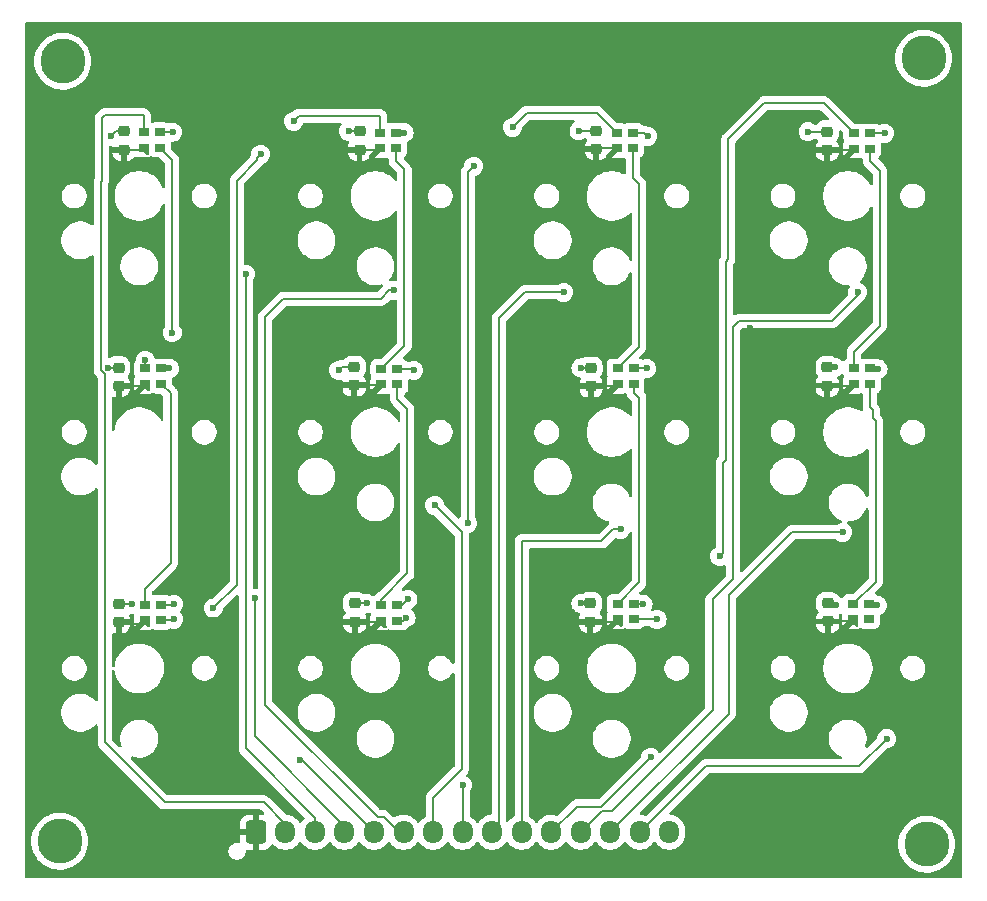
<source format=gbr>
%TF.GenerationSoftware,KiCad,Pcbnew,8.0.1*%
%TF.CreationDate,2024-09-23T21:29:01+02:00*%
%TF.ProjectId,Macro keyboard,4d616372-6f20-46b6-9579-626f6172642e,rev?*%
%TF.SameCoordinates,Original*%
%TF.FileFunction,Copper,L1,Top*%
%TF.FilePolarity,Positive*%
%FSLAX46Y46*%
G04 Gerber Fmt 4.6, Leading zero omitted, Abs format (unit mm)*
G04 Created by KiCad (PCBNEW 8.0.1) date 2024-09-23 21:29:01*
%MOMM*%
%LPD*%
G01*
G04 APERTURE LIST*
G04 Aperture macros list*
%AMRoundRect*
0 Rectangle with rounded corners*
0 $1 Rounding radius*
0 $2 $3 $4 $5 $6 $7 $8 $9 X,Y pos of 4 corners*
0 Add a 4 corners polygon primitive as box body*
4,1,4,$2,$3,$4,$5,$6,$7,$8,$9,$2,$3,0*
0 Add four circle primitives for the rounded corners*
1,1,$1+$1,$2,$3*
1,1,$1+$1,$4,$5*
1,1,$1+$1,$6,$7*
1,1,$1+$1,$8,$9*
0 Add four rect primitives between the rounded corners*
20,1,$1+$1,$2,$3,$4,$5,0*
20,1,$1+$1,$4,$5,$6,$7,0*
20,1,$1+$1,$6,$7,$8,$9,0*
20,1,$1+$1,$8,$9,$2,$3,0*%
G04 Aperture macros list end*
%TA.AperFunction,ComponentPad*%
%ADD10C,2.600000*%
%TD*%
%TA.AperFunction,ConnectorPad*%
%ADD11C,3.800000*%
%TD*%
%TA.AperFunction,SMDPad,CuDef*%
%ADD12R,0.850000X0.650000*%
%TD*%
%TA.AperFunction,SMDPad,CuDef*%
%ADD13RoundRect,0.225000X0.250000X-0.225000X0.250000X0.225000X-0.250000X0.225000X-0.250000X-0.225000X0*%
%TD*%
%TA.AperFunction,ComponentPad*%
%ADD14RoundRect,0.250000X-0.600000X-0.725000X0.600000X-0.725000X0.600000X0.725000X-0.600000X0.725000X0*%
%TD*%
%TA.AperFunction,ComponentPad*%
%ADD15O,1.700000X1.950000*%
%TD*%
%TA.AperFunction,ViaPad*%
%ADD16C,0.600000*%
%TD*%
%TA.AperFunction,Conductor*%
%ADD17C,0.200000*%
%TD*%
G04 APERTURE END LIST*
D10*
%TO.P,REF\u002A\u002A,1*%
%TO.N,N/C*%
X264160000Y-37592000D03*
D11*
X264160000Y-37592000D03*
%TD*%
D10*
%TO.P,REF\u002A\u002A,1*%
%TO.N,N/C*%
X191262000Y-37846000D03*
D11*
X191262000Y-37846000D03*
%TD*%
D12*
%TO.P,D7,1,do*%
%TO.N,/RGBc*%
X219600000Y-85200000D03*
%TO.P,D7,2,gnd*%
%TO.N,GND*%
X219600000Y-83900000D03*
%TO.P,D7,3,di*%
%TO.N,Net-(D6-do)*%
X218250000Y-83900000D03*
%TO.P,D7,4,vdd*%
%TO.N,+3.3V*%
X218250000Y-85200000D03*
%TD*%
%TO.P,D2,1,do*%
%TO.N,Net-(D2-do)*%
X199475000Y-45150000D03*
%TO.P,D2,2,gnd*%
%TO.N,GND*%
X199475000Y-43850000D03*
%TO.P,D2,3,di*%
%TO.N,/RGBLED*%
X198125000Y-43850000D03*
%TO.P,D2,4,vdd*%
%TO.N,+3.3V*%
X198125000Y-45150000D03*
%TD*%
D13*
%TO.P,C13,1*%
%TO.N,+3.3V*%
X196450000Y-45325000D03*
%TO.P,C13,2*%
%TO.N,GND*%
X196450000Y-43775000D03*
%TD*%
%TO.P,C21,1*%
%TO.N,+3.3V*%
X235950000Y-85300000D03*
%TO.P,C21,2*%
%TO.N,GND*%
X235950000Y-83750000D03*
%TD*%
D12*
%TO.P,D9,1,do*%
%TO.N,Net-(D10-di)*%
X239600000Y-65150000D03*
%TO.P,D9,2,gnd*%
%TO.N,GND*%
X239600000Y-63850000D03*
%TO.P,D9,3,di*%
%TO.N,Net-(D8-do)*%
X238250000Y-63850000D03*
%TO.P,D9,4,vdd*%
%TO.N,+3.3V*%
X238250000Y-65150000D03*
%TD*%
D13*
%TO.P,C23,1*%
%TO.N,+3.3V*%
X196000000Y-85325000D03*
%TO.P,C23,2*%
%TO.N,GND*%
X196000000Y-83775000D03*
%TD*%
D10*
%TO.P,REF\u002A\u002A,1*%
%TO.N,N/C*%
X191008000Y-103886000D03*
D11*
X191008000Y-103886000D03*
%TD*%
D12*
%TO.P,D6,1,do*%
%TO.N,Net-(D6-do)*%
X219600000Y-65200000D03*
%TO.P,D6,2,gnd*%
%TO.N,GND*%
X219600000Y-63900000D03*
%TO.P,D6,3,di*%
%TO.N,Net-(D5-do)*%
X218250000Y-63900000D03*
%TO.P,D6,4,vdd*%
%TO.N,+3.3V*%
X218250000Y-65200000D03*
%TD*%
D13*
%TO.P,C22,1*%
%TO.N,+3.3V*%
X216000000Y-85300000D03*
%TO.P,C22,2*%
%TO.N,GND*%
X216000000Y-83750000D03*
%TD*%
%TO.P,C18,1*%
%TO.N,+3.3V*%
X215950000Y-65275000D03*
%TO.P,C18,2*%
%TO.N,GND*%
X215950000Y-63725000D03*
%TD*%
%TO.P,C24,1*%
%TO.N,+3.3V*%
X256050000Y-85275000D03*
%TO.P,C24,2*%
%TO.N,GND*%
X256050000Y-83725000D03*
%TD*%
%TO.P,C20,1*%
%TO.N,+3.3V*%
X256000000Y-65300000D03*
%TO.P,C20,2*%
%TO.N,GND*%
X256000000Y-63750000D03*
%TD*%
D12*
%TO.P,D10,1,do*%
%TO.N,Net-(D10-do)*%
X239600000Y-85100000D03*
%TO.P,D10,2,gnd*%
%TO.N,GND*%
X239600000Y-83800000D03*
%TO.P,D10,3,di*%
%TO.N,Net-(D10-di)*%
X238250000Y-83800000D03*
%TO.P,D10,4,vdd*%
%TO.N,+3.3V*%
X238250000Y-85100000D03*
%TD*%
%TO.P,D3,1,do*%
%TO.N,Net-(D3-do)*%
X199600000Y-65150000D03*
%TO.P,D3,2,gnd*%
%TO.N,GND*%
X199600000Y-63850000D03*
%TO.P,D3,3,di*%
%TO.N,Net-(D2-do)*%
X198250000Y-63850000D03*
%TO.P,D3,4,vdd*%
%TO.N,+3.3V*%
X198250000Y-65150000D03*
%TD*%
%TO.P,D13,1,do*%
%TO.N,unconnected-(D13-do-Pad1)*%
X259550000Y-85100000D03*
%TO.P,D13,2,gnd*%
%TO.N,GND*%
X259550000Y-83800000D03*
%TO.P,D13,3,di*%
%TO.N,Net-(D12-do)*%
X258200000Y-83800000D03*
%TO.P,D13,4,vdd*%
%TO.N,+3.3V*%
X258200000Y-85100000D03*
%TD*%
%TO.P,D4,1,do*%
%TO.N,Net-(D4-do)*%
X199600000Y-85150000D03*
%TO.P,D4,2,gnd*%
%TO.N,GND*%
X199600000Y-83850000D03*
%TO.P,D4,3,di*%
%TO.N,Net-(D3-do)*%
X198250000Y-83850000D03*
%TO.P,D4,4,vdd*%
%TO.N,+3.3V*%
X198250000Y-85150000D03*
%TD*%
D13*
%TO.P,C17,1*%
%TO.N,+3.3V*%
X196000000Y-65325000D03*
%TO.P,C17,2*%
%TO.N,GND*%
X196000000Y-63775000D03*
%TD*%
D12*
%TO.P,D12,1,do*%
%TO.N,Net-(D12-do)*%
X259600000Y-65150000D03*
%TO.P,D12,2,gnd*%
%TO.N,GND*%
X259600000Y-63850000D03*
%TO.P,D12,3,di*%
%TO.N,Net-(D11-do)*%
X258250000Y-63850000D03*
%TO.P,D12,4,vdd*%
%TO.N,+3.3V*%
X258250000Y-65150000D03*
%TD*%
%TO.P,D11,1,do*%
%TO.N,Net-(D11-do)*%
X259625000Y-45250000D03*
%TO.P,D11,2,gnd*%
%TO.N,GND*%
X259625000Y-43950000D03*
%TO.P,D11,3,di*%
%TO.N,Net-(D10-do)*%
X258275000Y-43950000D03*
%TO.P,D11,4,vdd*%
%TO.N,+3.3V*%
X258275000Y-45250000D03*
%TD*%
D13*
%TO.P,C15,1*%
%TO.N,+3.3V*%
X236450000Y-45275000D03*
%TO.P,C15,2*%
%TO.N,GND*%
X236450000Y-43725000D03*
%TD*%
D14*
%TO.P,J1,1,Pin_1*%
%TO.N,+3.3V*%
X207624000Y-103124000D03*
D15*
%TO.P,J1,2,Pin_2*%
%TO.N,/RGBLED*%
X210124000Y-103124000D03*
%TO.P,J1,3,Pin_3*%
%TO.N,/BUTTON1*%
X212624000Y-103124000D03*
%TO.P,J1,4,Pin_4*%
%TO.N,/BUTTON2*%
X215124000Y-103124000D03*
%TO.P,J1,5,Pin_5*%
%TO.N,/BUTTON3*%
X217624000Y-103124000D03*
%TO.P,J1,6,Pin_6*%
%TO.N,/BUTTON4*%
X220124000Y-103124000D03*
%TO.P,J1,7,Pin_7*%
%TO.N,/BUTTON5*%
X222624000Y-103124000D03*
%TO.P,J1,8,Pin_8*%
%TO.N,/BUTTON6*%
X225124000Y-103124000D03*
%TO.P,J1,9,Pin_9*%
%TO.N,/BUTTON7*%
X227624000Y-103124000D03*
%TO.P,J1,10,Pin_10*%
%TO.N,/BUTTON8*%
X230124000Y-103124000D03*
%TO.P,J1,11,Pin_11*%
%TO.N,/BUTTON9*%
X232624000Y-103124000D03*
%TO.P,J1,12,Pin_12*%
%TO.N,/BUTTON10*%
X235124000Y-103124000D03*
%TO.P,J1,13,Pin_13*%
%TO.N,/BUTTON11*%
X237624000Y-103124000D03*
%TO.P,J1,14,Pin_14*%
%TO.N,/BUTTON12*%
X240124000Y-103124000D03*
%TO.P,J1,15,Pin_15*%
%TO.N,GND*%
X242624000Y-103124000D03*
%TD*%
D10*
%TO.P,REF\u002A\u002A,1*%
%TO.N,N/C*%
X264414000Y-104140000D03*
D11*
X264414000Y-104140000D03*
%TD*%
D13*
%TO.P,C19,1*%
%TO.N,+3.3V*%
X236000000Y-65350000D03*
%TO.P,C19,2*%
%TO.N,GND*%
X236000000Y-63800000D03*
%TD*%
D12*
%TO.P,D8,1,do*%
%TO.N,Net-(D8-do)*%
X239525000Y-45200000D03*
%TO.P,D8,2,gnd*%
%TO.N,GND*%
X239525000Y-43900000D03*
%TO.P,D8,3,di*%
%TO.N,/RGBc*%
X238175000Y-43900000D03*
%TO.P,D8,4,vdd*%
%TO.N,+3.3V*%
X238175000Y-45200000D03*
%TD*%
%TO.P,D5,1,do*%
%TO.N,Net-(D5-do)*%
X219475000Y-45200000D03*
%TO.P,D5,2,gnd*%
%TO.N,GND*%
X219475000Y-43900000D03*
%TO.P,D5,3,di*%
%TO.N,Net-(D4-do)*%
X218125000Y-43900000D03*
%TO.P,D5,4,vdd*%
%TO.N,+3.3V*%
X218125000Y-45200000D03*
%TD*%
D13*
%TO.P,C16,1*%
%TO.N,+3.3V*%
X256000000Y-45350000D03*
%TO.P,C16,2*%
%TO.N,GND*%
X256000000Y-43800000D03*
%TD*%
%TO.P,C14,1*%
%TO.N,+3.3V*%
X216400000Y-45325000D03*
%TO.P,C14,2*%
%TO.N,GND*%
X216400000Y-43775000D03*
%TD*%
D16*
%TO.N,GND*%
X234987000Y-43725000D03*
X197104000Y-83820000D03*
X240400000Y-83800000D03*
X217000000Y-83750000D03*
X220500000Y-83400000D03*
X235150000Y-63800000D03*
X254396000Y-43800000D03*
X220980000Y-64008000D03*
X195093000Y-63775000D03*
X214630000Y-64008000D03*
X240700000Y-63850000D03*
X220176000Y-43900000D03*
X256650000Y-63750000D03*
X200660000Y-83820000D03*
X200568000Y-43850000D03*
X200310000Y-63850000D03*
X260300000Y-63900000D03*
X215479000Y-43775000D03*
X240792000Y-44196000D03*
X235150000Y-83750000D03*
X260850000Y-43950000D03*
X260250000Y-83900000D03*
X195326000Y-44196000D03*
X256700000Y-83900000D03*
%TO.N,+3.3V*%
X249428000Y-61722000D03*
X246380000Y-61722000D03*
X250444000Y-43180000D03*
X249428000Y-60452000D03*
X248920000Y-41656000D03*
X249682000Y-44196000D03*
X246380000Y-60452000D03*
X247904000Y-42672000D03*
%TO.N,Net-(D2-do)*%
X200550000Y-60816000D03*
X198250000Y-63150000D03*
%TO.N,Net-(D4-do)*%
X208026000Y-45720000D03*
X200660000Y-85090000D03*
X210820000Y-42926000D03*
X204019000Y-84131000D03*
%TO.N,/RGBc*%
X229362000Y-43434000D03*
X225552000Y-76962000D03*
X220345000Y-84963000D03*
X226060000Y-46736000D03*
%TO.N,Net-(D10-do)*%
X246888000Y-79756000D03*
X241600000Y-85100000D03*
%TO.N,/BUTTON1*%
X206756000Y-55880000D03*
%TO.N,/BUTTON2*%
X207518000Y-83312000D03*
%TO.N,/BUTTON3*%
X211328000Y-97028000D03*
%TO.N,/BUTTON4*%
X219300000Y-57250000D03*
%TO.N,/BUTTON5*%
X222758000Y-75438000D03*
%TO.N,/BUTTON6*%
X225124000Y-99140000D03*
%TO.N,/BUTTON7*%
X233680000Y-57404000D03*
%TO.N,/BUTTON8*%
X238506000Y-77470000D03*
%TO.N,/BUTTON9*%
X241046000Y-96774000D03*
%TO.N,/BUTTON10*%
X258572000Y-57404000D03*
%TO.N,/BUTTON11*%
X257302000Y-77724000D03*
%TO.N,/BUTTON12*%
X261025000Y-95200000D03*
%TD*%
D17*
%TO.N,GND*%
X256525000Y-83725000D02*
X256700000Y-83900000D01*
X195747000Y-43775000D02*
X195326000Y-44196000D01*
X239600000Y-83800000D02*
X240400000Y-83800000D01*
X220000000Y-83900000D02*
X220500000Y-83400000D01*
X259600000Y-63850000D02*
X260250000Y-63850000D01*
X239525000Y-43900000D02*
X240496000Y-43900000D01*
X220872000Y-63900000D02*
X220980000Y-64008000D01*
X256000000Y-63750000D02*
X256650000Y-63750000D01*
X260250000Y-63850000D02*
X260300000Y-63900000D01*
X199600000Y-63850000D02*
X200310000Y-63850000D01*
X214913000Y-63725000D02*
X214630000Y-64008000D01*
X219600000Y-83900000D02*
X220000000Y-83900000D01*
X259625000Y-43950000D02*
X260850000Y-43950000D01*
X260150000Y-83800000D02*
X260250000Y-83900000D01*
X196551000Y-83775000D02*
X197059000Y-83775000D01*
X236450000Y-43725000D02*
X234987000Y-43725000D01*
X219600000Y-63900000D02*
X220872000Y-63900000D01*
X197059000Y-83775000D02*
X197104000Y-83820000D01*
X199475000Y-43850000D02*
X200568000Y-43850000D01*
X256000000Y-43800000D02*
X254396000Y-43800000D01*
X259550000Y-83800000D02*
X260150000Y-83800000D01*
X199600000Y-83850000D02*
X200630000Y-83850000D01*
X216000000Y-83750000D02*
X217000000Y-83750000D01*
X196000000Y-63775000D02*
X195093000Y-63775000D01*
X216400000Y-43775000D02*
X215479000Y-43775000D01*
X256050000Y-83725000D02*
X256525000Y-83725000D01*
X236000000Y-63800000D02*
X235150000Y-63800000D01*
X219475000Y-43900000D02*
X220176000Y-43900000D01*
X196000000Y-83775000D02*
X196551000Y-83775000D01*
X215950000Y-63725000D02*
X214913000Y-63725000D01*
X240496000Y-43900000D02*
X240792000Y-44196000D01*
X196450000Y-43775000D02*
X195747000Y-43775000D01*
X239600000Y-63850000D02*
X240700000Y-63850000D01*
X235950000Y-83750000D02*
X235150000Y-83750000D01*
X200630000Y-83850000D02*
X200660000Y-83820000D01*
%TO.N,+3.3V*%
X196450000Y-45325000D02*
X197950000Y-45325000D01*
X235950000Y-85300000D02*
X238050000Y-85300000D01*
X238175000Y-45200000D02*
X236525000Y-45200000D01*
X215950000Y-65275000D02*
X218175000Y-65275000D01*
X247904000Y-42672000D02*
X248920000Y-41656000D01*
X256050000Y-85275000D02*
X258025000Y-85275000D01*
X256000000Y-45350000D02*
X258175000Y-45350000D01*
X196000000Y-65325000D02*
X198075000Y-65325000D01*
X249682000Y-43942000D02*
X249682000Y-44196000D01*
X195900000Y-85450000D02*
X197950000Y-85450000D01*
X236000000Y-65350000D02*
X238050000Y-65350000D01*
X216000000Y-85300000D02*
X218150000Y-85300000D01*
X216400000Y-45325000D02*
X218000000Y-45325000D01*
X256000000Y-65300000D02*
X258100000Y-65300000D01*
X197950000Y-85450000D02*
X198250000Y-85150000D01*
%TO.N,/RGBLED*%
X194493000Y-64023529D02*
X194818000Y-64348529D01*
X194564000Y-48006000D02*
X194493000Y-48077000D01*
X194564000Y-42672000D02*
X194564000Y-48006000D01*
X208280000Y-100584000D02*
X210124000Y-102428000D01*
X194493000Y-48077000D02*
X194493000Y-64023529D01*
X194813000Y-42423000D02*
X194564000Y-42672000D01*
X194818000Y-64348529D02*
X194818000Y-95504000D01*
X198125000Y-42423000D02*
X194813000Y-42423000D01*
X210124000Y-102428000D02*
X210124000Y-103124000D01*
X199898000Y-100584000D02*
X208280000Y-100584000D01*
X194818000Y-95504000D02*
X199898000Y-100584000D01*
X198125000Y-43850000D02*
X198125000Y-42423000D01*
%TO.N,Net-(D2-do)*%
X199475000Y-45150000D02*
X200550000Y-46225000D01*
X198250000Y-63150000D02*
X198250000Y-63246000D01*
X200550000Y-46225000D02*
X200550000Y-60816000D01*
X198250000Y-63246000D02*
X198250000Y-63850000D01*
%TO.N,Net-(D3-do)*%
X200400000Y-80350000D02*
X198250000Y-82500000D01*
X199600000Y-65150000D02*
X200400000Y-65950000D01*
X198250000Y-82500000D02*
X198250000Y-83850000D01*
X200400000Y-65950000D02*
X200400000Y-80350000D01*
%TO.N,Net-(D4-do)*%
X199600000Y-85150000D02*
X199914000Y-84836000D01*
X218125000Y-42525000D02*
X218125000Y-43900000D01*
X204019000Y-84131000D02*
X205994000Y-82156000D01*
X207750000Y-46206000D02*
X207750000Y-45996000D01*
X207750000Y-45996000D02*
X208026000Y-45720000D01*
X205994000Y-47962000D02*
X207750000Y-46206000D01*
X211296000Y-42450000D02*
X218050000Y-42450000D01*
X199600000Y-85150000D02*
X200600000Y-85150000D01*
X210820000Y-42926000D02*
X211296000Y-42450000D01*
X205994000Y-82156000D02*
X205994000Y-47962000D01*
X200600000Y-85150000D02*
X200660000Y-85090000D01*
X218050000Y-42450000D02*
X218125000Y-42525000D01*
%TO.N,Net-(D5-do)*%
X220200000Y-47000000D02*
X220200000Y-61950000D01*
X220200000Y-61950000D02*
X218250000Y-63900000D01*
X219475000Y-45200000D02*
X219475000Y-46275000D01*
X219475000Y-46275000D02*
X220200000Y-47000000D01*
%TO.N,Net-(D6-do)*%
X220450000Y-81200000D02*
X218300000Y-83350000D01*
X219600000Y-65200000D02*
X219600000Y-66450000D01*
X218300000Y-83350000D02*
X218250000Y-83350000D01*
X218250000Y-83350000D02*
X218250000Y-83900000D01*
X220450000Y-67300000D02*
X220450000Y-81200000D01*
X219600000Y-66450000D02*
X220450000Y-67300000D01*
%TO.N,/RGBc*%
X236475000Y-42200000D02*
X238175000Y-43900000D01*
X220108000Y-85200000D02*
X220100000Y-85200000D01*
X225552000Y-47244000D02*
X226060000Y-46736000D01*
X220345000Y-84963000D02*
X220108000Y-85200000D01*
X230596000Y-42200000D02*
X236475000Y-42200000D01*
X229362000Y-43434000D02*
X230596000Y-42200000D01*
X225552000Y-76962000D02*
X225552000Y-47244000D01*
%TO.N,Net-(D8-do)*%
X240093900Y-62006100D02*
X238250000Y-63850000D01*
X240093900Y-48279125D02*
X240093900Y-62006100D01*
X239525000Y-45200000D02*
X239525000Y-47710225D01*
X239525000Y-47710225D02*
X240093900Y-48279125D01*
%TO.N,Net-(D10-di)*%
X239600000Y-65900000D02*
X239993900Y-66293900D01*
X240093900Y-81956100D02*
X238250000Y-83800000D01*
X239600000Y-65150000D02*
X239600000Y-65900000D01*
X240093900Y-66293900D02*
X240093900Y-81956100D01*
X239993900Y-66293900D02*
X240093900Y-66293900D01*
%TO.N,Net-(D10-do)*%
X247625000Y-54600000D02*
X247625000Y-44425000D01*
X247142000Y-79502000D02*
X247142000Y-71858000D01*
X247396000Y-71604000D02*
X247396000Y-54829000D01*
X255725000Y-41400000D02*
X258275000Y-43950000D01*
X247396000Y-54829000D02*
X247625000Y-54600000D01*
X246888000Y-79756000D02*
X247142000Y-79502000D01*
X239600000Y-85100000D02*
X241600000Y-85100000D01*
X247142000Y-71858000D02*
X247396000Y-71604000D01*
X247625000Y-44425000D02*
X250650000Y-41400000D01*
X250650000Y-41400000D02*
X255725000Y-41400000D01*
%TO.N,Net-(D11-do)*%
X259625000Y-46275000D02*
X260450000Y-47100000D01*
X258250000Y-62450000D02*
X258250000Y-63850000D01*
X260450000Y-47100000D02*
X260450000Y-60250000D01*
X260450000Y-60250000D02*
X258250000Y-62450000D01*
X259625000Y-45250000D02*
X259625000Y-46275000D01*
%TO.N,Net-(D12-do)*%
X259600000Y-67100000D02*
X259850000Y-67350000D01*
X259850000Y-68035225D02*
X260093900Y-68279125D01*
X260093900Y-81906100D02*
X258200000Y-83800000D01*
X259600000Y-65150000D02*
X259600000Y-67100000D01*
X260093900Y-68279125D02*
X260093900Y-81906100D01*
X259850000Y-67350000D02*
X259850000Y-68035225D01*
%TO.N,/BUTTON1*%
X206756000Y-96012000D02*
X212624000Y-101880000D01*
X212624000Y-101880000D02*
X212624000Y-103124000D01*
X206756000Y-55880000D02*
X206756000Y-96012000D01*
%TO.N,/BUTTON2*%
X215124000Y-102602000D02*
X215124000Y-103124000D01*
X207518000Y-94996000D02*
X215124000Y-102602000D01*
X207518000Y-83312000D02*
X207518000Y-94996000D01*
%TO.N,/BUTTON3*%
X211328000Y-97028000D02*
X211528000Y-97028000D01*
X211528000Y-97028000D02*
X217624000Y-103124000D01*
%TO.N,/BUTTON4*%
X208400000Y-59500000D02*
X208400000Y-92322000D01*
X219300000Y-57250000D02*
X218900000Y-57250000D01*
X218900000Y-57250000D02*
X218200000Y-57950000D01*
X219710000Y-103124000D02*
X220124000Y-103124000D01*
X218200000Y-57950000D02*
X209950000Y-57950000D01*
X209950000Y-57950000D02*
X208400000Y-59500000D01*
X218435000Y-101849000D02*
X219710000Y-103124000D01*
X208400000Y-92322000D02*
X217927000Y-101849000D01*
X217927000Y-101849000D02*
X218435000Y-101849000D01*
%TO.N,/BUTTON5*%
X222758000Y-75438000D02*
X225044000Y-77724000D01*
X222624000Y-100210000D02*
X222624000Y-103124000D01*
X225044000Y-77724000D02*
X225044000Y-97790000D01*
X225044000Y-97790000D02*
X222624000Y-100210000D01*
%TO.N,/BUTTON6*%
X225124000Y-99140000D02*
X225124000Y-103124000D01*
%TO.N,/BUTTON7*%
X233680000Y-57404000D02*
X230378000Y-57404000D01*
X230378000Y-57404000D02*
X228184000Y-59598000D01*
X228184000Y-102564000D02*
X227624000Y-103124000D01*
X228184000Y-59598000D02*
X228184000Y-102564000D01*
%TO.N,/BUTTON8*%
X230124000Y-103124000D02*
X230124000Y-78486000D01*
X236868163Y-78486000D02*
X237884163Y-77470000D01*
X230124000Y-78486000D02*
X236868163Y-78486000D01*
X237884163Y-77470000D02*
X238506000Y-77470000D01*
%TO.N,/BUTTON9*%
X234802000Y-100946000D02*
X232624000Y-103124000D01*
X241046000Y-96774000D02*
X236874000Y-100946000D01*
X236874000Y-100946000D02*
X234802000Y-100946000D01*
%TO.N,/BUTTON10*%
X248025000Y-81667000D02*
X248025000Y-63887000D01*
X248000000Y-60356000D02*
X248504000Y-59852000D01*
X248504000Y-59852000D02*
X256378000Y-59852000D01*
X248025000Y-63887000D02*
X248000000Y-63862000D01*
X248000000Y-63862000D02*
X248000000Y-60356000D01*
X237744000Y-101346000D02*
X246288000Y-92802000D01*
X258572000Y-57658000D02*
X258572000Y-57404000D01*
X236902000Y-101346000D02*
X237744000Y-101346000D01*
X246288000Y-92802000D02*
X246288000Y-83404000D01*
X256378000Y-59852000D02*
X258572000Y-57658000D01*
X246288000Y-83404000D02*
X248025000Y-81667000D01*
X235124000Y-103124000D02*
X236902000Y-101346000D01*
%TO.N,/BUTTON11*%
X252984000Y-77724000D02*
X257302000Y-77724000D01*
X247650000Y-93098000D02*
X247650000Y-83058000D01*
X237624000Y-103124000D02*
X247650000Y-93098000D01*
X247650000Y-83058000D02*
X252984000Y-77724000D01*
%TO.N,/BUTTON12*%
X240124000Y-103124000D02*
X245712000Y-97536000D01*
X245712000Y-97536000D02*
X258689000Y-97536000D01*
X258689000Y-97536000D02*
X261025000Y-95200000D01*
%TD*%
%TA.AperFunction,Conductor*%
%TO.N,+3.3V*%
G36*
X255491942Y-42020185D02*
G01*
X255512584Y-42036819D01*
X256113583Y-42637819D01*
X256147068Y-42699142D01*
X256142084Y-42768834D01*
X256100212Y-42824767D01*
X256034748Y-42849184D01*
X256025902Y-42849500D01*
X255701663Y-42849500D01*
X255701644Y-42849501D01*
X255602292Y-42859650D01*
X255602289Y-42859651D01*
X255441305Y-42912996D01*
X255441294Y-42913001D01*
X255296959Y-43002029D01*
X255296955Y-43002032D01*
X255177031Y-43121956D01*
X255165535Y-43140596D01*
X255113588Y-43187321D01*
X255059996Y-43199500D01*
X254978412Y-43199500D01*
X254911373Y-43179815D01*
X254901097Y-43172445D01*
X254898263Y-43170185D01*
X254898262Y-43170184D01*
X254825558Y-43124501D01*
X254745523Y-43074211D01*
X254575254Y-43014631D01*
X254575249Y-43014630D01*
X254396004Y-42994435D01*
X254395996Y-42994435D01*
X254216750Y-43014630D01*
X254216745Y-43014631D01*
X254046476Y-43074211D01*
X253893737Y-43170184D01*
X253766184Y-43297737D01*
X253670211Y-43450476D01*
X253610631Y-43620745D01*
X253610630Y-43620750D01*
X253590435Y-43799996D01*
X253590435Y-43800003D01*
X253610630Y-43979249D01*
X253610631Y-43979254D01*
X253670211Y-44149523D01*
X253719058Y-44227262D01*
X253766184Y-44302262D01*
X253893738Y-44429816D01*
X253984080Y-44486582D01*
X254033010Y-44517327D01*
X254046478Y-44525789D01*
X254200878Y-44579816D01*
X254216745Y-44585368D01*
X254216750Y-44585369D01*
X254395996Y-44605565D01*
X254396000Y-44605565D01*
X254396004Y-44605565D01*
X254575249Y-44585369D01*
X254575252Y-44585368D01*
X254575255Y-44585368D01*
X254745522Y-44525789D01*
X254898262Y-44429816D01*
X254898267Y-44429810D01*
X254901097Y-44427555D01*
X254903275Y-44426665D01*
X254904158Y-44426111D01*
X254904255Y-44426265D01*
X254965783Y-44401145D01*
X254978412Y-44400500D01*
X255059996Y-44400500D01*
X255127035Y-44420185D01*
X255165535Y-44459404D01*
X255177031Y-44478043D01*
X255186660Y-44487672D01*
X255220145Y-44548995D01*
X255215161Y-44618687D01*
X255186663Y-44663031D01*
X255177428Y-44672265D01*
X255177424Y-44672271D01*
X255088457Y-44816507D01*
X255088452Y-44816518D01*
X255035144Y-44977393D01*
X255025000Y-45076677D01*
X255025000Y-45100000D01*
X256974999Y-45100000D01*
X256974999Y-45076692D01*
X256974998Y-45076677D01*
X256964855Y-44977392D01*
X256911547Y-44816518D01*
X256911542Y-44816507D01*
X256822575Y-44672271D01*
X256822572Y-44672267D01*
X256813339Y-44663034D01*
X256779854Y-44601711D01*
X256784838Y-44532019D01*
X256813343Y-44487668D01*
X256822968Y-44478044D01*
X256912003Y-44333697D01*
X256965349Y-44172708D01*
X256975500Y-44073345D01*
X256975499Y-43799095D01*
X256995183Y-43732058D01*
X257047987Y-43686303D01*
X257117146Y-43676359D01*
X257180701Y-43705384D01*
X257187180Y-43711416D01*
X257313181Y-43837417D01*
X257346666Y-43898740D01*
X257349500Y-43925098D01*
X257349500Y-44322870D01*
X257349501Y-44322876D01*
X257355908Y-44382483D01*
X257406202Y-44517327D01*
X257406204Y-44517331D01*
X257412773Y-44526106D01*
X257437190Y-44591571D01*
X257422338Y-44659843D01*
X257412775Y-44674725D01*
X257406646Y-44682912D01*
X257406645Y-44682913D01*
X257356403Y-44817620D01*
X257356401Y-44817627D01*
X257350000Y-44877155D01*
X257350000Y-45622844D01*
X257356401Y-45682372D01*
X257356403Y-45682379D01*
X257392442Y-45779003D01*
X257392443Y-45779004D01*
X258187319Y-44984128D01*
X258248642Y-44950643D01*
X258318334Y-44955627D01*
X258362681Y-44984128D01*
X258540872Y-45162319D01*
X258574357Y-45223642D01*
X258569373Y-45293334D01*
X258540872Y-45337681D01*
X257803553Y-46074999D01*
X257803554Y-46075000D01*
X258747828Y-46075000D01*
X258747844Y-46074999D01*
X258807372Y-46068598D01*
X258807376Y-46068597D01*
X258857166Y-46050027D01*
X258926858Y-46045043D01*
X258988181Y-46078528D01*
X259021666Y-46139851D01*
X259024500Y-46166209D01*
X259024500Y-46188330D01*
X259024499Y-46188348D01*
X259024499Y-46354054D01*
X259024498Y-46354054D01*
X259024499Y-46354057D01*
X259065423Y-46506785D01*
X259072749Y-46519474D01*
X259072751Y-46519482D01*
X259072754Y-46519481D01*
X259137303Y-46631285D01*
X259144479Y-46643714D01*
X259144481Y-46643717D01*
X259263349Y-46762585D01*
X259263355Y-46762590D01*
X259813181Y-47312416D01*
X259846666Y-47373739D01*
X259849500Y-47400097D01*
X259849500Y-48234865D01*
X259829815Y-48301904D01*
X259777011Y-48347659D01*
X259707853Y-48357603D01*
X259644297Y-48328578D01*
X259618113Y-48296865D01*
X259495167Y-48083917D01*
X259328033Y-47866104D01*
X259328027Y-47866097D01*
X259133902Y-47671972D01*
X259133895Y-47671966D01*
X258916082Y-47504832D01*
X258678320Y-47367560D01*
X258678310Y-47367556D01*
X258424676Y-47262497D01*
X258424669Y-47262495D01*
X258424667Y-47262494D01*
X258159474Y-47191436D01*
X258159468Y-47191435D01*
X258159463Y-47191434D01*
X257887283Y-47155601D01*
X257887280Y-47155600D01*
X257887274Y-47155600D01*
X257612726Y-47155600D01*
X257612720Y-47155600D01*
X257612716Y-47155601D01*
X257340536Y-47191434D01*
X257340529Y-47191435D01*
X257340526Y-47191436D01*
X257075333Y-47262494D01*
X257075323Y-47262497D01*
X256821689Y-47367556D01*
X256821679Y-47367560D01*
X256583917Y-47504832D01*
X256366104Y-47671966D01*
X256366097Y-47671972D01*
X256171972Y-47866097D01*
X256171966Y-47866104D01*
X256004832Y-48083917D01*
X255867560Y-48321679D01*
X255867556Y-48321689D01*
X255762497Y-48575323D01*
X255762494Y-48575333D01*
X255715049Y-48752403D01*
X255691437Y-48840523D01*
X255691434Y-48840536D01*
X255655601Y-49112716D01*
X255655600Y-49112732D01*
X255655600Y-49387267D01*
X255655601Y-49387283D01*
X255691434Y-49659463D01*
X255691435Y-49659468D01*
X255691436Y-49659474D01*
X255761151Y-49919655D01*
X255762494Y-49924666D01*
X255762497Y-49924676D01*
X255867556Y-50178310D01*
X255867560Y-50178320D01*
X256004832Y-50416082D01*
X256171966Y-50633895D01*
X256171972Y-50633902D01*
X256366097Y-50828027D01*
X256366104Y-50828033D01*
X256583917Y-50995167D01*
X256821679Y-51132439D01*
X256821680Y-51132439D01*
X256821683Y-51132441D01*
X257075333Y-51237506D01*
X257340526Y-51308564D01*
X257612726Y-51344400D01*
X257612733Y-51344400D01*
X257887267Y-51344400D01*
X257887274Y-51344400D01*
X258159474Y-51308564D01*
X258424667Y-51237506D01*
X258678317Y-51132441D01*
X258916083Y-50995167D01*
X259133897Y-50828032D01*
X259328032Y-50633897D01*
X259495167Y-50416083D01*
X259618113Y-50203134D01*
X259668680Y-50154919D01*
X259737287Y-50141695D01*
X259802152Y-50167663D01*
X259842680Y-50224577D01*
X259849500Y-50265134D01*
X259849500Y-59949902D01*
X259829815Y-60016941D01*
X259813181Y-60037583D01*
X257769481Y-62081282D01*
X257769479Y-62081285D01*
X257719361Y-62168094D01*
X257719359Y-62168096D01*
X257690425Y-62218209D01*
X257690424Y-62218210D01*
X257685151Y-62237890D01*
X257649499Y-62370943D01*
X257649499Y-62370945D01*
X257649499Y-62539046D01*
X257649500Y-62539059D01*
X257649500Y-62971138D01*
X257629815Y-63038177D01*
X257589581Y-63075637D01*
X257589769Y-63075888D01*
X257587441Y-63077630D01*
X257584932Y-63079967D01*
X257582670Y-63081202D01*
X257467455Y-63167452D01*
X257467452Y-63167455D01*
X257438511Y-63206116D01*
X257382577Y-63247987D01*
X257312886Y-63252971D01*
X257251564Y-63219486D01*
X257152262Y-63120184D01*
X256999521Y-63024210D01*
X256829249Y-62964630D01*
X256727415Y-62953157D01*
X256676202Y-62935475D01*
X256607163Y-62892891D01*
X256558701Y-62862999D01*
X256558698Y-62862997D01*
X256558697Y-62862997D01*
X256545660Y-62858677D01*
X256397709Y-62809651D01*
X256298346Y-62799500D01*
X255701662Y-62799500D01*
X255701644Y-62799501D01*
X255602292Y-62809650D01*
X255602289Y-62809651D01*
X255441305Y-62862996D01*
X255441294Y-62863001D01*
X255296959Y-62952029D01*
X255296955Y-62952032D01*
X255177032Y-63071955D01*
X255177029Y-63071959D01*
X255088001Y-63216294D01*
X255087996Y-63216305D01*
X255034651Y-63377290D01*
X255024500Y-63476647D01*
X255024500Y-64023337D01*
X255024501Y-64023355D01*
X255034650Y-64122707D01*
X255034651Y-64122710D01*
X255087996Y-64283694D01*
X255088001Y-64283705D01*
X255177029Y-64428040D01*
X255177032Y-64428044D01*
X255186660Y-64437672D01*
X255220145Y-64498995D01*
X255215161Y-64568687D01*
X255186663Y-64613031D01*
X255177428Y-64622265D01*
X255177424Y-64622271D01*
X255088457Y-64766507D01*
X255088452Y-64766518D01*
X255035144Y-64927393D01*
X255025000Y-65026677D01*
X255025000Y-65050000D01*
X256974999Y-65050000D01*
X256974999Y-65026692D01*
X256974998Y-65026677D01*
X256964855Y-64927392D01*
X256911547Y-64766518D01*
X256911542Y-64766507D01*
X256860611Y-64683936D01*
X256842170Y-64616544D01*
X256863092Y-64549880D01*
X256916734Y-64505111D01*
X256925195Y-64501797D01*
X256933203Y-64498995D01*
X256999522Y-64475789D01*
X257152262Y-64379816D01*
X257172384Y-64359694D01*
X257233707Y-64326209D01*
X257303399Y-64331193D01*
X257359332Y-64373065D01*
X257376247Y-64404041D01*
X257381203Y-64417328D01*
X257381204Y-64417331D01*
X257387773Y-64426106D01*
X257412190Y-64491571D01*
X257397338Y-64559843D01*
X257387775Y-64574725D01*
X257381646Y-64582912D01*
X257381645Y-64582913D01*
X257331403Y-64717620D01*
X257331401Y-64717627D01*
X257325000Y-64777155D01*
X257325000Y-65522844D01*
X257331401Y-65582372D01*
X257331403Y-65582379D01*
X257367442Y-65679003D01*
X257367443Y-65679004D01*
X258162319Y-64884128D01*
X258223642Y-64850643D01*
X258293334Y-64855627D01*
X258337681Y-64884128D01*
X258515872Y-65062319D01*
X258549357Y-65123642D01*
X258544373Y-65193334D01*
X258515872Y-65237681D01*
X257778553Y-65974999D01*
X257778554Y-65975000D01*
X258722828Y-65975000D01*
X258722844Y-65974999D01*
X258782372Y-65968598D01*
X258782376Y-65968597D01*
X258832166Y-65950027D01*
X258901858Y-65945043D01*
X258963181Y-65978528D01*
X258996666Y-66039851D01*
X258999500Y-66066209D01*
X258999500Y-67013330D01*
X258999499Y-67013348D01*
X258999499Y-67179054D01*
X258999498Y-67179054D01*
X259040552Y-67332266D01*
X259038889Y-67402116D01*
X258999727Y-67459979D01*
X258935498Y-67487483D01*
X258866596Y-67475897D01*
X258858777Y-67471747D01*
X258678320Y-67367560D01*
X258678310Y-67367556D01*
X258424676Y-67262497D01*
X258424669Y-67262495D01*
X258424667Y-67262494D01*
X258159474Y-67191436D01*
X258159468Y-67191435D01*
X258159463Y-67191434D01*
X257887283Y-67155601D01*
X257887280Y-67155600D01*
X257887274Y-67155600D01*
X257612726Y-67155600D01*
X257612720Y-67155600D01*
X257612716Y-67155601D01*
X257340536Y-67191434D01*
X257340529Y-67191435D01*
X257340526Y-67191436D01*
X257075333Y-67262494D01*
X257075323Y-67262497D01*
X256821689Y-67367556D01*
X256821679Y-67367560D01*
X256583917Y-67504832D01*
X256366104Y-67671966D01*
X256366097Y-67671972D01*
X256171972Y-67866097D01*
X256171966Y-67866104D01*
X256004832Y-68083917D01*
X255867560Y-68321679D01*
X255867556Y-68321689D01*
X255762497Y-68575323D01*
X255762494Y-68575333D01*
X255715049Y-68752403D01*
X255691437Y-68840523D01*
X255691434Y-68840536D01*
X255655601Y-69112716D01*
X255655600Y-69112732D01*
X255655600Y-69387267D01*
X255655601Y-69387283D01*
X255691434Y-69659463D01*
X255691435Y-69659468D01*
X255691436Y-69659474D01*
X255715049Y-69747598D01*
X255762494Y-69924666D01*
X255762497Y-69924676D01*
X255867556Y-70178310D01*
X255867560Y-70178320D01*
X256004832Y-70416082D01*
X256171966Y-70633895D01*
X256171972Y-70633902D01*
X256366097Y-70828027D01*
X256366104Y-70828033D01*
X256583917Y-70995167D01*
X256821679Y-71132439D01*
X256821680Y-71132439D01*
X256821683Y-71132441D01*
X257075333Y-71237506D01*
X257340526Y-71308564D01*
X257612726Y-71344400D01*
X257612733Y-71344400D01*
X257887267Y-71344400D01*
X257887274Y-71344400D01*
X258159474Y-71308564D01*
X258424667Y-71237506D01*
X258678317Y-71132441D01*
X258916083Y-70995167D01*
X259133897Y-70828032D01*
X259202883Y-70759046D01*
X259281719Y-70680211D01*
X259343042Y-70646726D01*
X259412734Y-70651710D01*
X259468667Y-70693582D01*
X259493084Y-70759046D01*
X259493400Y-70767892D01*
X259493400Y-74603403D01*
X259473715Y-74670442D01*
X259420911Y-74716197D01*
X259351753Y-74726141D01*
X259288197Y-74697116D01*
X259251469Y-74641722D01*
X259233241Y-74585621D01*
X259233239Y-74585618D01*
X259233239Y-74585616D01*
X259181075Y-74483239D01*
X259118870Y-74361155D01*
X259016892Y-74220794D01*
X258970798Y-74157350D01*
X258970794Y-74157345D01*
X258792654Y-73979205D01*
X258792649Y-73979201D01*
X258588848Y-73831132D01*
X258588847Y-73831131D01*
X258588845Y-73831130D01*
X258518747Y-73795413D01*
X258364383Y-73716760D01*
X258124785Y-73638910D01*
X257875962Y-73599500D01*
X257624038Y-73599500D01*
X257530071Y-73614383D01*
X257375214Y-73638910D01*
X257135616Y-73716760D01*
X256911151Y-73831132D01*
X256707350Y-73979201D01*
X256707345Y-73979205D01*
X256529205Y-74157345D01*
X256529201Y-74157350D01*
X256381132Y-74361151D01*
X256266760Y-74585616D01*
X256188910Y-74825214D01*
X256149500Y-75074038D01*
X256149500Y-75325961D01*
X256188910Y-75574785D01*
X256266760Y-75814383D01*
X256381132Y-76038848D01*
X256529201Y-76242649D01*
X256529205Y-76242654D01*
X256707345Y-76420794D01*
X256707350Y-76420798D01*
X256760947Y-76459738D01*
X256911155Y-76568870D01*
X257135621Y-76683241D01*
X257171137Y-76694781D01*
X257228812Y-76734216D01*
X257256011Y-76798575D01*
X257244097Y-76867421D01*
X257196854Y-76918898D01*
X257146707Y-76935931D01*
X257122747Y-76938631D01*
X257122745Y-76938631D01*
X256952476Y-76998211D01*
X256799736Y-77094185D01*
X256796903Y-77096445D01*
X256794724Y-77097334D01*
X256793842Y-77097889D01*
X256793744Y-77097734D01*
X256732217Y-77122855D01*
X256719588Y-77123500D01*
X253063057Y-77123500D01*
X252904943Y-77123500D01*
X252752215Y-77164423D01*
X252752214Y-77164423D01*
X252752212Y-77164424D01*
X252752209Y-77164425D01*
X252717066Y-77184716D01*
X252717064Y-77184717D01*
X252615290Y-77243475D01*
X252615282Y-77243481D01*
X248837181Y-81021583D01*
X248775858Y-81055068D01*
X248706166Y-81050084D01*
X248650233Y-81008212D01*
X248625816Y-80942748D01*
X248625500Y-80933902D01*
X248625500Y-73125961D01*
X251149500Y-73125961D01*
X251188910Y-73374785D01*
X251266760Y-73614383D01*
X251381132Y-73838848D01*
X251529201Y-74042649D01*
X251529205Y-74042654D01*
X251707345Y-74220794D01*
X251707350Y-74220798D01*
X251885117Y-74349952D01*
X251911155Y-74368870D01*
X252054184Y-74441747D01*
X252135616Y-74483239D01*
X252135618Y-74483239D01*
X252135621Y-74483241D01*
X252375215Y-74561090D01*
X252624038Y-74600500D01*
X252624039Y-74600500D01*
X252875961Y-74600500D01*
X252875962Y-74600500D01*
X253124785Y-74561090D01*
X253364379Y-74483241D01*
X253588845Y-74368870D01*
X253792656Y-74220793D01*
X253970793Y-74042656D01*
X254118870Y-73838845D01*
X254233241Y-73614379D01*
X254311090Y-73374785D01*
X254350500Y-73125962D01*
X254350500Y-72874038D01*
X254311090Y-72625215D01*
X254233241Y-72385621D01*
X254233239Y-72385618D01*
X254233239Y-72385616D01*
X254191747Y-72304184D01*
X254118870Y-72161155D01*
X254029401Y-72038011D01*
X253970798Y-71957350D01*
X253970794Y-71957345D01*
X253792654Y-71779205D01*
X253792649Y-71779201D01*
X253588848Y-71631132D01*
X253588847Y-71631131D01*
X253588845Y-71631130D01*
X253480831Y-71576094D01*
X253364383Y-71516760D01*
X253124785Y-71438910D01*
X252875962Y-71399500D01*
X252624038Y-71399500D01*
X252499626Y-71419205D01*
X252375214Y-71438910D01*
X252135616Y-71516760D01*
X251911151Y-71631132D01*
X251707350Y-71779201D01*
X251707345Y-71779205D01*
X251529205Y-71957345D01*
X251529201Y-71957350D01*
X251381132Y-72161151D01*
X251266760Y-72385616D01*
X251188910Y-72625214D01*
X251149500Y-72874038D01*
X251149500Y-73125961D01*
X248625500Y-73125961D01*
X248625500Y-69353469D01*
X251199500Y-69353469D01*
X251239868Y-69556412D01*
X251239870Y-69556420D01*
X251319058Y-69747596D01*
X251434024Y-69919657D01*
X251580342Y-70065975D01*
X251580345Y-70065977D01*
X251752402Y-70180941D01*
X251943580Y-70260130D01*
X252146530Y-70300499D01*
X252146534Y-70300500D01*
X252146535Y-70300500D01*
X252353466Y-70300500D01*
X252353467Y-70300499D01*
X252556420Y-70260130D01*
X252747598Y-70180941D01*
X252919655Y-70065977D01*
X253065977Y-69919655D01*
X253180941Y-69747598D01*
X253260130Y-69556420D01*
X253300500Y-69353465D01*
X253300500Y-69146535D01*
X253260130Y-68943580D01*
X253180941Y-68752402D01*
X253065977Y-68580345D01*
X253065975Y-68580342D01*
X252919657Y-68434024D01*
X252806156Y-68358186D01*
X252747598Y-68319059D01*
X252706182Y-68301904D01*
X252556420Y-68239870D01*
X252556412Y-68239868D01*
X252353469Y-68199500D01*
X252353465Y-68199500D01*
X252146535Y-68199500D01*
X252146530Y-68199500D01*
X251943587Y-68239868D01*
X251943579Y-68239870D01*
X251752403Y-68319058D01*
X251580342Y-68434024D01*
X251434024Y-68580342D01*
X251319058Y-68752403D01*
X251239870Y-68943579D01*
X251239868Y-68943587D01*
X251199500Y-69146530D01*
X251199500Y-69353469D01*
X248625500Y-69353469D01*
X248625500Y-65550000D01*
X255025001Y-65550000D01*
X255025001Y-65573322D01*
X255035144Y-65672607D01*
X255088452Y-65833481D01*
X255088457Y-65833492D01*
X255177424Y-65977728D01*
X255177427Y-65977732D01*
X255297267Y-66097572D01*
X255297271Y-66097575D01*
X255441507Y-66186542D01*
X255441518Y-66186547D01*
X255602393Y-66239855D01*
X255701683Y-66249999D01*
X255749999Y-66249998D01*
X255750000Y-66249998D01*
X255750000Y-65550000D01*
X256250000Y-65550000D01*
X256250000Y-66249999D01*
X256298308Y-66249999D01*
X256298322Y-66249998D01*
X256397607Y-66239855D01*
X256558481Y-66186547D01*
X256558492Y-66186542D01*
X256702728Y-66097575D01*
X256702732Y-66097572D01*
X256822572Y-65977732D01*
X256822575Y-65977728D01*
X256911542Y-65833492D01*
X256911547Y-65833481D01*
X256964855Y-65672606D01*
X256974999Y-65573322D01*
X256975000Y-65573309D01*
X256975000Y-65550000D01*
X256250000Y-65550000D01*
X255750000Y-65550000D01*
X255025001Y-65550000D01*
X248625500Y-65550000D01*
X248625500Y-63807942D01*
X248621159Y-63791744D01*
X248621158Y-63791740D01*
X248604725Y-63730410D01*
X248600500Y-63698317D01*
X248600500Y-60656098D01*
X248620185Y-60589059D01*
X248636819Y-60568416D01*
X248716418Y-60488818D01*
X248777742Y-60455334D01*
X248804099Y-60452500D01*
X256291331Y-60452500D01*
X256291347Y-60452501D01*
X256298943Y-60452501D01*
X256457054Y-60452501D01*
X256457057Y-60452501D01*
X256609785Y-60411577D01*
X256661931Y-60381470D01*
X256746716Y-60332520D01*
X256858520Y-60220716D01*
X256858520Y-60220714D01*
X256868724Y-60210511D01*
X256868727Y-60210506D01*
X258986782Y-58092452D01*
X259008481Y-58075147D01*
X259074262Y-58033816D01*
X259201816Y-57906262D01*
X259297789Y-57753522D01*
X259357368Y-57583255D01*
X259357590Y-57581284D01*
X259377565Y-57404003D01*
X259377565Y-57403996D01*
X259357369Y-57224750D01*
X259357368Y-57224745D01*
X259297788Y-57054476D01*
X259257572Y-56990473D01*
X259201816Y-56901738D01*
X259074262Y-56774184D01*
X258921522Y-56678211D01*
X258921519Y-56678209D01*
X258818884Y-56642295D01*
X258762108Y-56601574D01*
X258736361Y-56536621D01*
X258749817Y-56468059D01*
X258786959Y-56424932D01*
X258792656Y-56420793D01*
X258970793Y-56242656D01*
X259118870Y-56038845D01*
X259233241Y-55814379D01*
X259311090Y-55574785D01*
X259350500Y-55325962D01*
X259350500Y-55074038D01*
X259311090Y-54825215D01*
X259233241Y-54585621D01*
X259233239Y-54585618D01*
X259233239Y-54585616D01*
X259181075Y-54483239D01*
X259118870Y-54361155D01*
X259016892Y-54220794D01*
X258970798Y-54157350D01*
X258970794Y-54157345D01*
X258792654Y-53979205D01*
X258792649Y-53979201D01*
X258588848Y-53831132D01*
X258588847Y-53831131D01*
X258588845Y-53831130D01*
X258518747Y-53795413D01*
X258364383Y-53716760D01*
X258124785Y-53638910D01*
X257875962Y-53599500D01*
X257624038Y-53599500D01*
X257530071Y-53614383D01*
X257375214Y-53638910D01*
X257135616Y-53716760D01*
X256911151Y-53831132D01*
X256707350Y-53979201D01*
X256707345Y-53979205D01*
X256529205Y-54157345D01*
X256529201Y-54157350D01*
X256381132Y-54361151D01*
X256266760Y-54585616D01*
X256188910Y-54825214D01*
X256174207Y-54918046D01*
X256149500Y-55074038D01*
X256149500Y-55325962D01*
X256157701Y-55377738D01*
X256188910Y-55574785D01*
X256266760Y-55814383D01*
X256381132Y-56038848D01*
X256529201Y-56242649D01*
X256529205Y-56242654D01*
X256707345Y-56420794D01*
X256707350Y-56420798D01*
X256849687Y-56524211D01*
X256911155Y-56568870D01*
X257008815Y-56618630D01*
X257135616Y-56683239D01*
X257135618Y-56683239D01*
X257135621Y-56683241D01*
X257375215Y-56761090D01*
X257624038Y-56800500D01*
X257624039Y-56800500D01*
X257781435Y-56800500D01*
X257848474Y-56820185D01*
X257894229Y-56872989D01*
X257904173Y-56942147D01*
X257886428Y-56990473D01*
X257846211Y-57054475D01*
X257786631Y-57224745D01*
X257786630Y-57224750D01*
X257766435Y-57403996D01*
X257766435Y-57404003D01*
X257781047Y-57533691D01*
X257768992Y-57602513D01*
X257745508Y-57635255D01*
X256165584Y-59215181D01*
X256104261Y-59248666D01*
X256077903Y-59251500D01*
X248590670Y-59251500D01*
X248590654Y-59251499D01*
X248583058Y-59251499D01*
X248424943Y-59251499D01*
X248323125Y-59278781D01*
X248272215Y-59292423D01*
X248182499Y-59344220D01*
X248114598Y-59360691D01*
X248048572Y-59337839D01*
X248005382Y-59282917D01*
X247996500Y-59236832D01*
X247996500Y-55129098D01*
X248016185Y-55062059D01*
X248032814Y-55041421D01*
X248105520Y-54968716D01*
X248155639Y-54881904D01*
X248184577Y-54831785D01*
X248225501Y-54679057D01*
X248225501Y-54520943D01*
X248225501Y-54520942D01*
X248225501Y-54513348D01*
X248225500Y-54513330D01*
X248225500Y-53125961D01*
X251149500Y-53125961D01*
X251188910Y-53374785D01*
X251266760Y-53614383D01*
X251381132Y-53838848D01*
X251529201Y-54042649D01*
X251529205Y-54042654D01*
X251707345Y-54220794D01*
X251707350Y-54220798D01*
X251793851Y-54283644D01*
X251911155Y-54368870D01*
X252054184Y-54441747D01*
X252135616Y-54483239D01*
X252135618Y-54483239D01*
X252135621Y-54483241D01*
X252375215Y-54561090D01*
X252624038Y-54600500D01*
X252624039Y-54600500D01*
X252875961Y-54600500D01*
X252875962Y-54600500D01*
X253124785Y-54561090D01*
X253364379Y-54483241D01*
X253588845Y-54368870D01*
X253792656Y-54220793D01*
X253970793Y-54042656D01*
X254118870Y-53838845D01*
X254233241Y-53614379D01*
X254311090Y-53374785D01*
X254350500Y-53125962D01*
X254350500Y-52874038D01*
X254311090Y-52625215D01*
X254233241Y-52385621D01*
X254233239Y-52385618D01*
X254233239Y-52385616D01*
X254191747Y-52304184D01*
X254118870Y-52161155D01*
X254099952Y-52135117D01*
X253970798Y-51957350D01*
X253970794Y-51957345D01*
X253792654Y-51779205D01*
X253792649Y-51779201D01*
X253588848Y-51631132D01*
X253588847Y-51631131D01*
X253588845Y-51631130D01*
X253518747Y-51595413D01*
X253364383Y-51516760D01*
X253124785Y-51438910D01*
X252875962Y-51399500D01*
X252624038Y-51399500D01*
X252499626Y-51419205D01*
X252375214Y-51438910D01*
X252135616Y-51516760D01*
X251911151Y-51631132D01*
X251707350Y-51779201D01*
X251707345Y-51779205D01*
X251529205Y-51957345D01*
X251529201Y-51957350D01*
X251381132Y-52161151D01*
X251266760Y-52385616D01*
X251188910Y-52625214D01*
X251149500Y-52874038D01*
X251149500Y-53125961D01*
X248225500Y-53125961D01*
X248225500Y-49353469D01*
X251199500Y-49353469D01*
X251239868Y-49556412D01*
X251239870Y-49556420D01*
X251319058Y-49747596D01*
X251434024Y-49919657D01*
X251580342Y-50065975D01*
X251580345Y-50065977D01*
X251752402Y-50180941D01*
X251943580Y-50260130D01*
X252146530Y-50300499D01*
X252146534Y-50300500D01*
X252146535Y-50300500D01*
X252353466Y-50300500D01*
X252353467Y-50300499D01*
X252556420Y-50260130D01*
X252747598Y-50180941D01*
X252919655Y-50065977D01*
X253065977Y-49919655D01*
X253180941Y-49747598D01*
X253260130Y-49556420D01*
X253300500Y-49353465D01*
X253300500Y-49146535D01*
X253260130Y-48943580D01*
X253180941Y-48752402D01*
X253065977Y-48580345D01*
X253065975Y-48580342D01*
X252919657Y-48434024D01*
X252833626Y-48376541D01*
X252747598Y-48319059D01*
X252706182Y-48301904D01*
X252556420Y-48239870D01*
X252556412Y-48239868D01*
X252353469Y-48199500D01*
X252353465Y-48199500D01*
X252146535Y-48199500D01*
X252146530Y-48199500D01*
X251943587Y-48239868D01*
X251943579Y-48239870D01*
X251752403Y-48319058D01*
X251580342Y-48434024D01*
X251434024Y-48580342D01*
X251319058Y-48752403D01*
X251239870Y-48943579D01*
X251239868Y-48943587D01*
X251199500Y-49146530D01*
X251199500Y-49353469D01*
X248225500Y-49353469D01*
X248225500Y-45600000D01*
X255025001Y-45600000D01*
X255025001Y-45623322D01*
X255035144Y-45722607D01*
X255088452Y-45883481D01*
X255088457Y-45883492D01*
X255177424Y-46027728D01*
X255177427Y-46027732D01*
X255297267Y-46147572D01*
X255297271Y-46147575D01*
X255441507Y-46236542D01*
X255441518Y-46236547D01*
X255602393Y-46289855D01*
X255701683Y-46299999D01*
X255749999Y-46299998D01*
X255750000Y-46299998D01*
X255750000Y-45600000D01*
X256250000Y-45600000D01*
X256250000Y-46299999D01*
X256298308Y-46299999D01*
X256298322Y-46299998D01*
X256397607Y-46289855D01*
X256558481Y-46236547D01*
X256558492Y-46236542D01*
X256702728Y-46147575D01*
X256702732Y-46147572D01*
X256822572Y-46027732D01*
X256822575Y-46027728D01*
X256911542Y-45883492D01*
X256911547Y-45883481D01*
X256964855Y-45722606D01*
X256974999Y-45623322D01*
X256975000Y-45623309D01*
X256975000Y-45600000D01*
X256250000Y-45600000D01*
X255750000Y-45600000D01*
X255025001Y-45600000D01*
X248225500Y-45600000D01*
X248225500Y-44725097D01*
X248245185Y-44658058D01*
X248261819Y-44637416D01*
X250862416Y-42036819D01*
X250923739Y-42003334D01*
X250950097Y-42000500D01*
X255424903Y-42000500D01*
X255491942Y-42020185D01*
G37*
%TD.AperFunction*%
%TA.AperFunction,Conductor*%
G36*
X198168334Y-44855627D02*
G01*
X198212681Y-44884128D01*
X198513181Y-45184628D01*
X198546666Y-45245951D01*
X198549500Y-45272309D01*
X198549500Y-45522869D01*
X198549501Y-45522876D01*
X198555908Y-45582482D01*
X198566082Y-45609760D01*
X198571065Y-45679452D01*
X198537578Y-45740774D01*
X198476254Y-45774258D01*
X198406563Y-45769272D01*
X198362218Y-45740772D01*
X197859127Y-45237681D01*
X197825642Y-45176358D01*
X197830626Y-45106666D01*
X197859127Y-45062319D01*
X198037319Y-44884128D01*
X198098642Y-44850643D01*
X198168334Y-44855627D01*
G37*
%TD.AperFunction*%
%TA.AperFunction,Conductor*%
G36*
X267392539Y-34570185D02*
G01*
X267438294Y-34622989D01*
X267449500Y-34674500D01*
X267449500Y-106901500D01*
X267429815Y-106968539D01*
X267377011Y-107014294D01*
X267325500Y-107025500D01*
X188174500Y-107025500D01*
X188107461Y-107005815D01*
X188061706Y-106953011D01*
X188050500Y-106901500D01*
X188050500Y-103886005D01*
X188602754Y-103886005D01*
X188621718Y-104187446D01*
X188621719Y-104187453D01*
X188646497Y-104317343D01*
X188663037Y-104404051D01*
X188678320Y-104484164D01*
X188771659Y-104771431D01*
X188771661Y-104771436D01*
X188900265Y-105044732D01*
X188900268Y-105044738D01*
X189062111Y-105299763D01*
X189062114Y-105299767D01*
X189062115Y-105299768D01*
X189117675Y-105366929D01*
X189254652Y-105532505D01*
X189474836Y-105739272D01*
X189474846Y-105739280D01*
X189719193Y-105916808D01*
X189719198Y-105916810D01*
X189719205Y-105916816D01*
X189983896Y-106062332D01*
X189983901Y-106062334D01*
X189983903Y-106062335D01*
X189983904Y-106062336D01*
X190264734Y-106173524D01*
X190264737Y-106173525D01*
X190362259Y-106198564D01*
X190557302Y-106248642D01*
X190704039Y-106267179D01*
X190856963Y-106286499D01*
X190856969Y-106286499D01*
X190856973Y-106286500D01*
X190856975Y-106286500D01*
X191159025Y-106286500D01*
X191159027Y-106286500D01*
X191159032Y-106286499D01*
X191159036Y-106286499D01*
X191238591Y-106276448D01*
X191458698Y-106248642D01*
X191751262Y-106173525D01*
X191751265Y-106173524D01*
X192032095Y-106062336D01*
X192032096Y-106062335D01*
X192032094Y-106062335D01*
X192032104Y-106062332D01*
X192296795Y-105916816D01*
X192541162Y-105739274D01*
X192761349Y-105532504D01*
X192953885Y-105299768D01*
X193115733Y-105044736D01*
X193244341Y-104771430D01*
X193337681Y-104484160D01*
X193394280Y-104187457D01*
X193395978Y-104160467D01*
X193413246Y-103886005D01*
X193413246Y-103885994D01*
X193394281Y-103584553D01*
X193394280Y-103584546D01*
X193394280Y-103584543D01*
X193337681Y-103287840D01*
X193244341Y-103000570D01*
X193235256Y-102981264D01*
X193165179Y-102832343D01*
X193115733Y-102727264D01*
X192967380Y-102493496D01*
X192953888Y-102472236D01*
X192798953Y-102284952D01*
X192761349Y-102239496D01*
X192541162Y-102032726D01*
X192541159Y-102032724D01*
X192541153Y-102032719D01*
X192296806Y-101855191D01*
X192296799Y-101855186D01*
X192296795Y-101855184D01*
X192032104Y-101709668D01*
X192032101Y-101709666D01*
X192032096Y-101709664D01*
X192032095Y-101709663D01*
X191751265Y-101598475D01*
X191751262Y-101598474D01*
X191458695Y-101523357D01*
X191159036Y-101485500D01*
X191159027Y-101485500D01*
X190856973Y-101485500D01*
X190856963Y-101485500D01*
X190557304Y-101523357D01*
X190264737Y-101598474D01*
X190264734Y-101598475D01*
X189983904Y-101709663D01*
X189983903Y-101709664D01*
X189719205Y-101855184D01*
X189719193Y-101855191D01*
X189474846Y-102032719D01*
X189474836Y-102032727D01*
X189254652Y-102239494D01*
X189062111Y-102472236D01*
X188900268Y-102727261D01*
X188900265Y-102727267D01*
X188771661Y-103000563D01*
X188771659Y-103000568D01*
X188678320Y-103287835D01*
X188621719Y-103584546D01*
X188621718Y-103584553D01*
X188602754Y-103885994D01*
X188602754Y-103886005D01*
X188050500Y-103886005D01*
X188050500Y-93125962D01*
X191149500Y-93125962D01*
X191157593Y-93177056D01*
X191188910Y-93374785D01*
X191266760Y-93614383D01*
X191381132Y-93838848D01*
X191529201Y-94042649D01*
X191529205Y-94042654D01*
X191707345Y-94220794D01*
X191707350Y-94220798D01*
X191885117Y-94349952D01*
X191911155Y-94368870D01*
X192054184Y-94441747D01*
X192135616Y-94483239D01*
X192135618Y-94483239D01*
X192135621Y-94483241D01*
X192375215Y-94561090D01*
X192624038Y-94600500D01*
X192624039Y-94600500D01*
X192875961Y-94600500D01*
X192875962Y-94600500D01*
X193124785Y-94561090D01*
X193364379Y-94483241D01*
X193588845Y-94368870D01*
X193792656Y-94220793D01*
X193970793Y-94042656D01*
X193993181Y-94011840D01*
X194048511Y-93969175D01*
X194118124Y-93963196D01*
X194179920Y-93995801D01*
X194214277Y-94056639D01*
X194217500Y-94084726D01*
X194217500Y-95417330D01*
X194217499Y-95417348D01*
X194217499Y-95583054D01*
X194217498Y-95583054D01*
X194217499Y-95583057D01*
X194258423Y-95735785D01*
X194260436Y-95739272D01*
X194260440Y-95739285D01*
X194260443Y-95739284D01*
X194337475Y-95872709D01*
X194337481Y-95872717D01*
X194456349Y-95991585D01*
X194456355Y-95991590D01*
X199413139Y-100948374D01*
X199413149Y-100948385D01*
X199417479Y-100952715D01*
X199417480Y-100952716D01*
X199529284Y-101064520D01*
X199615359Y-101114215D01*
X199615360Y-101114216D01*
X199666209Y-101143574D01*
X199666210Y-101143575D01*
X199666212Y-101143575D01*
X199666215Y-101143577D01*
X199818943Y-101184501D01*
X199818946Y-101184501D01*
X199984653Y-101184501D01*
X199984669Y-101184500D01*
X207979903Y-101184500D01*
X208046942Y-101204185D01*
X208067584Y-101220819D01*
X208284084Y-101437319D01*
X208317569Y-101498642D01*
X208312585Y-101568334D01*
X208270713Y-101624267D01*
X208205249Y-101648684D01*
X208196403Y-101649000D01*
X207874000Y-101649000D01*
X207874000Y-102719854D01*
X207807343Y-102681370D01*
X207686535Y-102649000D01*
X207561465Y-102649000D01*
X207440657Y-102681370D01*
X207374000Y-102719854D01*
X207374000Y-101649000D01*
X206974028Y-101649000D01*
X206974012Y-101649001D01*
X206871302Y-101659494D01*
X206704880Y-101714641D01*
X206704875Y-101714643D01*
X206555654Y-101806684D01*
X206431684Y-101930654D01*
X206339643Y-102079875D01*
X206339641Y-102079880D01*
X206284494Y-102246302D01*
X206284493Y-102246309D01*
X206274000Y-102349013D01*
X206274000Y-102874000D01*
X207219854Y-102874000D01*
X207181370Y-102940657D01*
X207149000Y-103061465D01*
X207149000Y-103186535D01*
X207181370Y-103307343D01*
X207219854Y-103374000D01*
X206274001Y-103374000D01*
X206274001Y-103882920D01*
X206254316Y-103949959D01*
X206201512Y-103995714D01*
X206132354Y-104005658D01*
X206125811Y-104004538D01*
X206095455Y-103998500D01*
X205952545Y-103998500D01*
X205952543Y-103998500D01*
X205812385Y-104026379D01*
X205812379Y-104026381D01*
X205680349Y-104081069D01*
X205680340Y-104081074D01*
X205561521Y-104160467D01*
X205561517Y-104160470D01*
X205460470Y-104261517D01*
X205460467Y-104261521D01*
X205381074Y-104380340D01*
X205381069Y-104380349D01*
X205326381Y-104512379D01*
X205326379Y-104512385D01*
X205298500Y-104652542D01*
X205298500Y-104652545D01*
X205298500Y-104795455D01*
X205298500Y-104795457D01*
X205298499Y-104795457D01*
X205326379Y-104935614D01*
X205326381Y-104935620D01*
X205381069Y-105067650D01*
X205381074Y-105067659D01*
X205460467Y-105186478D01*
X205460470Y-105186482D01*
X205561517Y-105287529D01*
X205561521Y-105287532D01*
X205680340Y-105366925D01*
X205680346Y-105366928D01*
X205680347Y-105366929D01*
X205812380Y-105421619D01*
X205812384Y-105421619D01*
X205812385Y-105421620D01*
X205952542Y-105449500D01*
X205952545Y-105449500D01*
X206095457Y-105449500D01*
X206189751Y-105430742D01*
X206235620Y-105421619D01*
X206367653Y-105366929D01*
X206486479Y-105287532D01*
X206587532Y-105186479D01*
X206666929Y-105067653D01*
X206721619Y-104935620D01*
X206749500Y-104795455D01*
X206749500Y-104713376D01*
X206769185Y-104646337D01*
X206821989Y-104600582D01*
X206886103Y-104590018D01*
X206974019Y-104598999D01*
X207373999Y-104598999D01*
X207374000Y-104598998D01*
X207374000Y-103528145D01*
X207440657Y-103566630D01*
X207561465Y-103599000D01*
X207686535Y-103599000D01*
X207807343Y-103566630D01*
X207874000Y-103528145D01*
X207874000Y-104598999D01*
X208273972Y-104598999D01*
X208273986Y-104598998D01*
X208376697Y-104588505D01*
X208543119Y-104533358D01*
X208543124Y-104533356D01*
X208692345Y-104441315D01*
X208816317Y-104317343D01*
X208911815Y-104162516D01*
X208963763Y-104115791D01*
X209032725Y-104104568D01*
X209096808Y-104132412D01*
X209105035Y-104139931D01*
X209244213Y-104279109D01*
X209416179Y-104404048D01*
X209416181Y-104404049D01*
X209416184Y-104404051D01*
X209605588Y-104500557D01*
X209807757Y-104566246D01*
X210017713Y-104599500D01*
X210017714Y-104599500D01*
X210230286Y-104599500D01*
X210230287Y-104599500D01*
X210440243Y-104566246D01*
X210642412Y-104500557D01*
X210831816Y-104404051D01*
X210864452Y-104380340D01*
X211003786Y-104279109D01*
X211003788Y-104279106D01*
X211003792Y-104279104D01*
X211154104Y-104128792D01*
X211273683Y-103964204D01*
X211329011Y-103921540D01*
X211398624Y-103915561D01*
X211460420Y-103948166D01*
X211474313Y-103964199D01*
X211559225Y-104081071D01*
X211593896Y-104128792D01*
X211744213Y-104279109D01*
X211916179Y-104404048D01*
X211916181Y-104404049D01*
X211916184Y-104404051D01*
X212105588Y-104500557D01*
X212307757Y-104566246D01*
X212517713Y-104599500D01*
X212517714Y-104599500D01*
X212730286Y-104599500D01*
X212730287Y-104599500D01*
X212940243Y-104566246D01*
X213142412Y-104500557D01*
X213331816Y-104404051D01*
X213364452Y-104380340D01*
X213503786Y-104279109D01*
X213503788Y-104279106D01*
X213503792Y-104279104D01*
X213654104Y-104128792D01*
X213773683Y-103964204D01*
X213829011Y-103921540D01*
X213898624Y-103915561D01*
X213960420Y-103948166D01*
X213974313Y-103964199D01*
X214059225Y-104081071D01*
X214093896Y-104128792D01*
X214244213Y-104279109D01*
X214416179Y-104404048D01*
X214416181Y-104404049D01*
X214416184Y-104404051D01*
X214605588Y-104500557D01*
X214807757Y-104566246D01*
X215017713Y-104599500D01*
X215017714Y-104599500D01*
X215230286Y-104599500D01*
X215230287Y-104599500D01*
X215440243Y-104566246D01*
X215642412Y-104500557D01*
X215831816Y-104404051D01*
X215864452Y-104380340D01*
X216003786Y-104279109D01*
X216003788Y-104279106D01*
X216003792Y-104279104D01*
X216154104Y-104128792D01*
X216273683Y-103964204D01*
X216329011Y-103921540D01*
X216398624Y-103915561D01*
X216460420Y-103948166D01*
X216474313Y-103964199D01*
X216559225Y-104081071D01*
X216593896Y-104128792D01*
X216744213Y-104279109D01*
X216916179Y-104404048D01*
X216916181Y-104404049D01*
X216916184Y-104404051D01*
X217105588Y-104500557D01*
X217307757Y-104566246D01*
X217517713Y-104599500D01*
X217517714Y-104599500D01*
X217730286Y-104599500D01*
X217730287Y-104599500D01*
X217940243Y-104566246D01*
X218142412Y-104500557D01*
X218331816Y-104404051D01*
X218364452Y-104380340D01*
X218503786Y-104279109D01*
X218503788Y-104279106D01*
X218503792Y-104279104D01*
X218654104Y-104128792D01*
X218773683Y-103964204D01*
X218829011Y-103921540D01*
X218898624Y-103915561D01*
X218960420Y-103948166D01*
X218974313Y-103964199D01*
X219059225Y-104081071D01*
X219093896Y-104128792D01*
X219244213Y-104279109D01*
X219416179Y-104404048D01*
X219416181Y-104404049D01*
X219416184Y-104404051D01*
X219605588Y-104500557D01*
X219807757Y-104566246D01*
X220017713Y-104599500D01*
X220017714Y-104599500D01*
X220230286Y-104599500D01*
X220230287Y-104599500D01*
X220440243Y-104566246D01*
X220642412Y-104500557D01*
X220831816Y-104404051D01*
X220864452Y-104380340D01*
X221003786Y-104279109D01*
X221003788Y-104279106D01*
X221003792Y-104279104D01*
X221154104Y-104128792D01*
X221273683Y-103964204D01*
X221329011Y-103921540D01*
X221398624Y-103915561D01*
X221460420Y-103948166D01*
X221474313Y-103964199D01*
X221559225Y-104081071D01*
X221593896Y-104128792D01*
X221744213Y-104279109D01*
X221916179Y-104404048D01*
X221916181Y-104404049D01*
X221916184Y-104404051D01*
X222105588Y-104500557D01*
X222307757Y-104566246D01*
X222517713Y-104599500D01*
X222517714Y-104599500D01*
X222730286Y-104599500D01*
X222730287Y-104599500D01*
X222940243Y-104566246D01*
X223142412Y-104500557D01*
X223331816Y-104404051D01*
X223364452Y-104380340D01*
X223503786Y-104279109D01*
X223503788Y-104279106D01*
X223503792Y-104279104D01*
X223654104Y-104128792D01*
X223773683Y-103964204D01*
X223829011Y-103921540D01*
X223898624Y-103915561D01*
X223960420Y-103948166D01*
X223974313Y-103964199D01*
X224059225Y-104081071D01*
X224093896Y-104128792D01*
X224244213Y-104279109D01*
X224416179Y-104404048D01*
X224416181Y-104404049D01*
X224416184Y-104404051D01*
X224605588Y-104500557D01*
X224807757Y-104566246D01*
X225017713Y-104599500D01*
X225017714Y-104599500D01*
X225230286Y-104599500D01*
X225230287Y-104599500D01*
X225440243Y-104566246D01*
X225642412Y-104500557D01*
X225831816Y-104404051D01*
X225864452Y-104380340D01*
X226003786Y-104279109D01*
X226003788Y-104279106D01*
X226003792Y-104279104D01*
X226154104Y-104128792D01*
X226273683Y-103964204D01*
X226329011Y-103921540D01*
X226398624Y-103915561D01*
X226460420Y-103948166D01*
X226474313Y-103964199D01*
X226559225Y-104081071D01*
X226593896Y-104128792D01*
X226744213Y-104279109D01*
X226916179Y-104404048D01*
X226916181Y-104404049D01*
X226916184Y-104404051D01*
X227105588Y-104500557D01*
X227307757Y-104566246D01*
X227517713Y-104599500D01*
X227517714Y-104599500D01*
X227730286Y-104599500D01*
X227730287Y-104599500D01*
X227940243Y-104566246D01*
X228142412Y-104500557D01*
X228331816Y-104404051D01*
X228364452Y-104380340D01*
X228503786Y-104279109D01*
X228503788Y-104279106D01*
X228503792Y-104279104D01*
X228654104Y-104128792D01*
X228773683Y-103964204D01*
X228829011Y-103921540D01*
X228898624Y-103915561D01*
X228960420Y-103948166D01*
X228974313Y-103964199D01*
X229059225Y-104081071D01*
X229093896Y-104128792D01*
X229244213Y-104279109D01*
X229416179Y-104404048D01*
X229416181Y-104404049D01*
X229416184Y-104404051D01*
X229605588Y-104500557D01*
X229807757Y-104566246D01*
X230017713Y-104599500D01*
X230017714Y-104599500D01*
X230230286Y-104599500D01*
X230230287Y-104599500D01*
X230440243Y-104566246D01*
X230642412Y-104500557D01*
X230831816Y-104404051D01*
X230864452Y-104380340D01*
X231003786Y-104279109D01*
X231003788Y-104279106D01*
X231003792Y-104279104D01*
X231154104Y-104128792D01*
X231273683Y-103964204D01*
X231329011Y-103921540D01*
X231398624Y-103915561D01*
X231460420Y-103948166D01*
X231474313Y-103964199D01*
X231559225Y-104081071D01*
X231593896Y-104128792D01*
X231744213Y-104279109D01*
X231916179Y-104404048D01*
X231916181Y-104404049D01*
X231916184Y-104404051D01*
X232105588Y-104500557D01*
X232307757Y-104566246D01*
X232517713Y-104599500D01*
X232517714Y-104599500D01*
X232730286Y-104599500D01*
X232730287Y-104599500D01*
X232940243Y-104566246D01*
X233142412Y-104500557D01*
X233331816Y-104404051D01*
X233364452Y-104380340D01*
X233503786Y-104279109D01*
X233503788Y-104279106D01*
X233503792Y-104279104D01*
X233654104Y-104128792D01*
X233773683Y-103964204D01*
X233829011Y-103921540D01*
X233898624Y-103915561D01*
X233960420Y-103948166D01*
X233974313Y-103964199D01*
X234059225Y-104081071D01*
X234093896Y-104128792D01*
X234244213Y-104279109D01*
X234416179Y-104404048D01*
X234416181Y-104404049D01*
X234416184Y-104404051D01*
X234605588Y-104500557D01*
X234807757Y-104566246D01*
X235017713Y-104599500D01*
X235017714Y-104599500D01*
X235230286Y-104599500D01*
X235230287Y-104599500D01*
X235440243Y-104566246D01*
X235642412Y-104500557D01*
X235831816Y-104404051D01*
X235864452Y-104380340D01*
X236003786Y-104279109D01*
X236003788Y-104279106D01*
X236003792Y-104279104D01*
X236154104Y-104128792D01*
X236273683Y-103964204D01*
X236329011Y-103921540D01*
X236398624Y-103915561D01*
X236460420Y-103948166D01*
X236474313Y-103964199D01*
X236559225Y-104081071D01*
X236593896Y-104128792D01*
X236744213Y-104279109D01*
X236916179Y-104404048D01*
X236916181Y-104404049D01*
X236916184Y-104404051D01*
X237105588Y-104500557D01*
X237307757Y-104566246D01*
X237517713Y-104599500D01*
X237517714Y-104599500D01*
X237730286Y-104599500D01*
X237730287Y-104599500D01*
X237940243Y-104566246D01*
X238142412Y-104500557D01*
X238331816Y-104404051D01*
X238364452Y-104380340D01*
X238503786Y-104279109D01*
X238503788Y-104279106D01*
X238503792Y-104279104D01*
X238654104Y-104128792D01*
X238773683Y-103964204D01*
X238829011Y-103921540D01*
X238898624Y-103915561D01*
X238960420Y-103948166D01*
X238974313Y-103964199D01*
X239059225Y-104081071D01*
X239093896Y-104128792D01*
X239244213Y-104279109D01*
X239416179Y-104404048D01*
X239416181Y-104404049D01*
X239416184Y-104404051D01*
X239605588Y-104500557D01*
X239807757Y-104566246D01*
X240017713Y-104599500D01*
X240017714Y-104599500D01*
X240230286Y-104599500D01*
X240230287Y-104599500D01*
X240440243Y-104566246D01*
X240642412Y-104500557D01*
X240831816Y-104404051D01*
X240864452Y-104380340D01*
X241003786Y-104279109D01*
X241003788Y-104279106D01*
X241003792Y-104279104D01*
X241154104Y-104128792D01*
X241273683Y-103964204D01*
X241329011Y-103921540D01*
X241398624Y-103915561D01*
X241460420Y-103948166D01*
X241474313Y-103964199D01*
X241559225Y-104081071D01*
X241593896Y-104128792D01*
X241744213Y-104279109D01*
X241916179Y-104404048D01*
X241916181Y-104404049D01*
X241916184Y-104404051D01*
X242105588Y-104500557D01*
X242307757Y-104566246D01*
X242517713Y-104599500D01*
X242517714Y-104599500D01*
X242730286Y-104599500D01*
X242730287Y-104599500D01*
X242940243Y-104566246D01*
X243142412Y-104500557D01*
X243331816Y-104404051D01*
X243364452Y-104380340D01*
X243503786Y-104279109D01*
X243503788Y-104279106D01*
X243503792Y-104279104D01*
X243642891Y-104140005D01*
X262008754Y-104140005D01*
X262027718Y-104441446D01*
X262027719Y-104441453D01*
X262038994Y-104500557D01*
X262057772Y-104598998D01*
X262084320Y-104738164D01*
X262177659Y-105025431D01*
X262177661Y-105025436D01*
X262306265Y-105298732D01*
X262306268Y-105298738D01*
X262468111Y-105553763D01*
X262660652Y-105786505D01*
X262880836Y-105993272D01*
X262880846Y-105993280D01*
X263125193Y-106170808D01*
X263125198Y-106170810D01*
X263125205Y-106170816D01*
X263389896Y-106316332D01*
X263389901Y-106316334D01*
X263389903Y-106316335D01*
X263389904Y-106316336D01*
X263670734Y-106427524D01*
X263670737Y-106427525D01*
X263768259Y-106452564D01*
X263963302Y-106502642D01*
X264110039Y-106521179D01*
X264262963Y-106540499D01*
X264262969Y-106540499D01*
X264262973Y-106540500D01*
X264262975Y-106540500D01*
X264565025Y-106540500D01*
X264565027Y-106540500D01*
X264565032Y-106540499D01*
X264565036Y-106540499D01*
X264644591Y-106530448D01*
X264864698Y-106502642D01*
X265157262Y-106427525D01*
X265157265Y-106427524D01*
X265438095Y-106316336D01*
X265438096Y-106316335D01*
X265438094Y-106316335D01*
X265438104Y-106316332D01*
X265702795Y-106170816D01*
X265947162Y-105993274D01*
X266167349Y-105786504D01*
X266359885Y-105553768D01*
X266521733Y-105298736D01*
X266650341Y-105025430D01*
X266743681Y-104738160D01*
X266800280Y-104441457D01*
X266800289Y-104441315D01*
X266819246Y-104140005D01*
X266819246Y-104139994D01*
X266800281Y-103838553D01*
X266800280Y-103838546D01*
X266800280Y-103838543D01*
X266743681Y-103541840D01*
X266650341Y-103254570D01*
X266521733Y-102981264D01*
X266359885Y-102726232D01*
X266167349Y-102493496D01*
X266153603Y-102480588D01*
X265947163Y-102286727D01*
X265947153Y-102286719D01*
X265702806Y-102109191D01*
X265702799Y-102109186D01*
X265702795Y-102109184D01*
X265438104Y-101963668D01*
X265438101Y-101963666D01*
X265438096Y-101963664D01*
X265438095Y-101963663D01*
X265157265Y-101852475D01*
X265157262Y-101852474D01*
X264864695Y-101777357D01*
X264565036Y-101739500D01*
X264565027Y-101739500D01*
X264262973Y-101739500D01*
X264262963Y-101739500D01*
X263963304Y-101777357D01*
X263670737Y-101852474D01*
X263670734Y-101852475D01*
X263389904Y-101963663D01*
X263389903Y-101963664D01*
X263125205Y-102109184D01*
X263125193Y-102109191D01*
X262880846Y-102286719D01*
X262880836Y-102286727D01*
X262660652Y-102493494D01*
X262468111Y-102726236D01*
X262306268Y-102981261D01*
X262306265Y-102981267D01*
X262177661Y-103254563D01*
X262177659Y-103254568D01*
X262084320Y-103541835D01*
X262027719Y-103838546D01*
X262027718Y-103838553D01*
X262008754Y-104139994D01*
X262008754Y-104140005D01*
X243642891Y-104140005D01*
X243654104Y-104128792D01*
X243654106Y-104128788D01*
X243654109Y-104128786D01*
X243779048Y-103956820D01*
X243779047Y-103956820D01*
X243779051Y-103956816D01*
X243875557Y-103767412D01*
X243941246Y-103565243D01*
X243974500Y-103355287D01*
X243974500Y-102892713D01*
X243941246Y-102682757D01*
X243875557Y-102480588D01*
X243779051Y-102291184D01*
X243779049Y-102291181D01*
X243779048Y-102291179D01*
X243654109Y-102119213D01*
X243503786Y-101968890D01*
X243331820Y-101843951D01*
X243142414Y-101747444D01*
X243142413Y-101747443D01*
X243142412Y-101747443D01*
X242940243Y-101681754D01*
X242940241Y-101681753D01*
X242940240Y-101681753D01*
X242769097Y-101654647D01*
X242730287Y-101648500D01*
X242730286Y-101648500D01*
X242727596Y-101648074D01*
X242664461Y-101618145D01*
X242627530Y-101558833D01*
X242628528Y-101488971D01*
X242659311Y-101437922D01*
X245924416Y-98172819D01*
X245985739Y-98139334D01*
X246012097Y-98136500D01*
X258602331Y-98136500D01*
X258602347Y-98136501D01*
X258609943Y-98136501D01*
X258768054Y-98136501D01*
X258768057Y-98136501D01*
X258920785Y-98095577D01*
X258970904Y-98066639D01*
X259057716Y-98016520D01*
X259169520Y-97904716D01*
X259169520Y-97904714D01*
X259179728Y-97894507D01*
X259179730Y-97894504D01*
X261043535Y-96030698D01*
X261104856Y-95997215D01*
X261117311Y-95995163D01*
X261204255Y-95985368D01*
X261374522Y-95925789D01*
X261527262Y-95829816D01*
X261654816Y-95702262D01*
X261750789Y-95549522D01*
X261810368Y-95379255D01*
X261820246Y-95291584D01*
X261830565Y-95200003D01*
X261830565Y-95199996D01*
X261810369Y-95020750D01*
X261810368Y-95020745D01*
X261750788Y-94850476D01*
X261654815Y-94697737D01*
X261527262Y-94570184D01*
X261374523Y-94474211D01*
X261204254Y-94414631D01*
X261204249Y-94414630D01*
X261025004Y-94394435D01*
X261024996Y-94394435D01*
X260845750Y-94414630D01*
X260845745Y-94414631D01*
X260675476Y-94474211D01*
X260522737Y-94570184D01*
X260395184Y-94697737D01*
X260299210Y-94850478D01*
X260239630Y-95020750D01*
X260229837Y-95107668D01*
X260202770Y-95172082D01*
X260194298Y-95181465D01*
X259440521Y-95935243D01*
X259379198Y-95968728D01*
X259309507Y-95963744D01*
X259253573Y-95921872D01*
X259229156Y-95856408D01*
X259234908Y-95809246D01*
X259311090Y-95574785D01*
X259350500Y-95325962D01*
X259350500Y-95074038D01*
X259311090Y-94825215D01*
X259233241Y-94585621D01*
X259233239Y-94585618D01*
X259233239Y-94585616D01*
X259176475Y-94474211D01*
X259118870Y-94361155D01*
X259016892Y-94220794D01*
X258970798Y-94157350D01*
X258970794Y-94157345D01*
X258792654Y-93979205D01*
X258792649Y-93979201D01*
X258588848Y-93831132D01*
X258588847Y-93831131D01*
X258588845Y-93831130D01*
X258518747Y-93795413D01*
X258364383Y-93716760D01*
X258124785Y-93638910D01*
X257875962Y-93599500D01*
X257624038Y-93599500D01*
X257530071Y-93614383D01*
X257375214Y-93638910D01*
X257135616Y-93716760D01*
X256911151Y-93831132D01*
X256707350Y-93979201D01*
X256707345Y-93979205D01*
X256529205Y-94157345D01*
X256529201Y-94157350D01*
X256381132Y-94361151D01*
X256266760Y-94585616D01*
X256188910Y-94825214D01*
X256149500Y-95074038D01*
X256149500Y-95325961D01*
X256188910Y-95574785D01*
X256266760Y-95814383D01*
X256321529Y-95921872D01*
X256359918Y-95997215D01*
X256381132Y-96038848D01*
X256529201Y-96242649D01*
X256529205Y-96242654D01*
X256707345Y-96420794D01*
X256707350Y-96420798D01*
X256806068Y-96492520D01*
X256911155Y-96568870D01*
X257135621Y-96683241D01*
X257167408Y-96693569D01*
X257225084Y-96733007D01*
X257252282Y-96797365D01*
X257240367Y-96866212D01*
X257193123Y-96917687D01*
X257129090Y-96935500D01*
X245632940Y-96935500D01*
X245592019Y-96946464D01*
X245592019Y-96946465D01*
X245554751Y-96956451D01*
X245480214Y-96976423D01*
X245480209Y-96976426D01*
X245343290Y-97055475D01*
X245343282Y-97055481D01*
X245231478Y-97167286D01*
X240702867Y-101695896D01*
X240641544Y-101729381D01*
X240576868Y-101726146D01*
X240440240Y-101681753D01*
X240269097Y-101654647D01*
X240230287Y-101648500D01*
X240230286Y-101648500D01*
X240227596Y-101648074D01*
X240164461Y-101618145D01*
X240127530Y-101558833D01*
X240128528Y-101488971D01*
X240159311Y-101437922D01*
X248008506Y-93588728D01*
X248008511Y-93588724D01*
X248018714Y-93578520D01*
X248018716Y-93578520D01*
X248130520Y-93466716D01*
X248183596Y-93374785D01*
X248209577Y-93329785D01*
X248250500Y-93177057D01*
X248250500Y-93125962D01*
X251149500Y-93125962D01*
X251157593Y-93177056D01*
X251188910Y-93374785D01*
X251266760Y-93614383D01*
X251381132Y-93838848D01*
X251529201Y-94042649D01*
X251529205Y-94042654D01*
X251707345Y-94220794D01*
X251707350Y-94220798D01*
X251885117Y-94349952D01*
X251911155Y-94368870D01*
X252054184Y-94441747D01*
X252135616Y-94483239D01*
X252135618Y-94483239D01*
X252135621Y-94483241D01*
X252375215Y-94561090D01*
X252624038Y-94600500D01*
X252624039Y-94600500D01*
X252875961Y-94600500D01*
X252875962Y-94600500D01*
X253124785Y-94561090D01*
X253364379Y-94483241D01*
X253588845Y-94368870D01*
X253792656Y-94220793D01*
X253970793Y-94042656D01*
X254118870Y-93838845D01*
X254233241Y-93614379D01*
X254311090Y-93374785D01*
X254350500Y-93125962D01*
X254350500Y-92874038D01*
X254311090Y-92625215D01*
X254233241Y-92385621D01*
X254233239Y-92385618D01*
X254233239Y-92385616D01*
X254191747Y-92304184D01*
X254118870Y-92161155D01*
X254029401Y-92038011D01*
X253970798Y-91957350D01*
X253970794Y-91957345D01*
X253792654Y-91779205D01*
X253792649Y-91779201D01*
X253588848Y-91631132D01*
X253588847Y-91631131D01*
X253588845Y-91631130D01*
X253518747Y-91595413D01*
X253364383Y-91516760D01*
X253124785Y-91438910D01*
X252875962Y-91399500D01*
X252624038Y-91399500D01*
X252499626Y-91419205D01*
X252375214Y-91438910D01*
X252135616Y-91516760D01*
X251911151Y-91631132D01*
X251707350Y-91779201D01*
X251707345Y-91779205D01*
X251529205Y-91957345D01*
X251529201Y-91957350D01*
X251381132Y-92161151D01*
X251266760Y-92385616D01*
X251188910Y-92625214D01*
X251188910Y-92625215D01*
X251149500Y-92874038D01*
X251149500Y-93125962D01*
X248250500Y-93125962D01*
X248250500Y-93018943D01*
X248250500Y-89353469D01*
X251199500Y-89353469D01*
X251239868Y-89556412D01*
X251239870Y-89556420D01*
X251319058Y-89747596D01*
X251434024Y-89919657D01*
X251580342Y-90065975D01*
X251580345Y-90065977D01*
X251752402Y-90180941D01*
X251943580Y-90260130D01*
X252146530Y-90300499D01*
X252146534Y-90300500D01*
X252146535Y-90300500D01*
X252353466Y-90300500D01*
X252353467Y-90300499D01*
X252556420Y-90260130D01*
X252747598Y-90180941D01*
X252919655Y-90065977D01*
X253065977Y-89919655D01*
X253180941Y-89747598D01*
X253260130Y-89556420D01*
X253293776Y-89387267D01*
X255655600Y-89387267D01*
X255655601Y-89387283D01*
X255691434Y-89659463D01*
X255691435Y-89659468D01*
X255691436Y-89659474D01*
X255715049Y-89747598D01*
X255762494Y-89924666D01*
X255762497Y-89924676D01*
X255867556Y-90178310D01*
X255867560Y-90178320D01*
X256004832Y-90416082D01*
X256171966Y-90633895D01*
X256171972Y-90633902D01*
X256366097Y-90828027D01*
X256366104Y-90828033D01*
X256583917Y-90995167D01*
X256821679Y-91132439D01*
X256821680Y-91132439D01*
X256821683Y-91132441D01*
X257075333Y-91237506D01*
X257340526Y-91308564D01*
X257612726Y-91344400D01*
X257612733Y-91344400D01*
X257887267Y-91344400D01*
X257887274Y-91344400D01*
X258159474Y-91308564D01*
X258424667Y-91237506D01*
X258678317Y-91132441D01*
X258916083Y-90995167D01*
X259133897Y-90828032D01*
X259328032Y-90633897D01*
X259495167Y-90416083D01*
X259632441Y-90178317D01*
X259737506Y-89924667D01*
X259808564Y-89659474D01*
X259844400Y-89387274D01*
X259844400Y-89353469D01*
X262199500Y-89353469D01*
X262239868Y-89556412D01*
X262239870Y-89556420D01*
X262319058Y-89747596D01*
X262434024Y-89919657D01*
X262580342Y-90065975D01*
X262580345Y-90065977D01*
X262752402Y-90180941D01*
X262943580Y-90260130D01*
X263146530Y-90300499D01*
X263146534Y-90300500D01*
X263146535Y-90300500D01*
X263353466Y-90300500D01*
X263353467Y-90300499D01*
X263556420Y-90260130D01*
X263747598Y-90180941D01*
X263919655Y-90065977D01*
X264065977Y-89919655D01*
X264180941Y-89747598D01*
X264260130Y-89556420D01*
X264300500Y-89353465D01*
X264300500Y-89146535D01*
X264260130Y-88943580D01*
X264180941Y-88752402D01*
X264065977Y-88580345D01*
X264065975Y-88580342D01*
X263919657Y-88434024D01*
X263751519Y-88321679D01*
X263747598Y-88319059D01*
X263556420Y-88239870D01*
X263556412Y-88239868D01*
X263353469Y-88199500D01*
X263353465Y-88199500D01*
X263146535Y-88199500D01*
X263146530Y-88199500D01*
X262943587Y-88239868D01*
X262943579Y-88239870D01*
X262752403Y-88319058D01*
X262580342Y-88434024D01*
X262434024Y-88580342D01*
X262319058Y-88752403D01*
X262239870Y-88943579D01*
X262239868Y-88943587D01*
X262199500Y-89146530D01*
X262199500Y-89353469D01*
X259844400Y-89353469D01*
X259844400Y-89112726D01*
X259808564Y-88840526D01*
X259737506Y-88575333D01*
X259632441Y-88321683D01*
X259630925Y-88319058D01*
X259495167Y-88083917D01*
X259328033Y-87866104D01*
X259328027Y-87866097D01*
X259133902Y-87671972D01*
X259133895Y-87671966D01*
X258916082Y-87504832D01*
X258678320Y-87367560D01*
X258678310Y-87367556D01*
X258424676Y-87262497D01*
X258424669Y-87262495D01*
X258424667Y-87262494D01*
X258159474Y-87191436D01*
X258159468Y-87191435D01*
X258159463Y-87191434D01*
X257887283Y-87155601D01*
X257887280Y-87155600D01*
X257887274Y-87155600D01*
X257612726Y-87155600D01*
X257612720Y-87155600D01*
X257612716Y-87155601D01*
X257340536Y-87191434D01*
X257340529Y-87191435D01*
X257340526Y-87191436D01*
X257075333Y-87262494D01*
X257075323Y-87262497D01*
X256821689Y-87367556D01*
X256821679Y-87367560D01*
X256583917Y-87504832D01*
X256366104Y-87671966D01*
X256366097Y-87671972D01*
X256171972Y-87866097D01*
X256171966Y-87866104D01*
X256004832Y-88083917D01*
X255867560Y-88321679D01*
X255867556Y-88321689D01*
X255762497Y-88575323D01*
X255762494Y-88575333D01*
X255715049Y-88752403D01*
X255691437Y-88840523D01*
X255691434Y-88840536D01*
X255655601Y-89112716D01*
X255655600Y-89112732D01*
X255655600Y-89387267D01*
X253293776Y-89387267D01*
X253300500Y-89353465D01*
X253300500Y-89146535D01*
X253260130Y-88943580D01*
X253180941Y-88752402D01*
X253065977Y-88580345D01*
X253065975Y-88580342D01*
X252919657Y-88434024D01*
X252751519Y-88321679D01*
X252747598Y-88319059D01*
X252556420Y-88239870D01*
X252556412Y-88239868D01*
X252353469Y-88199500D01*
X252353465Y-88199500D01*
X252146535Y-88199500D01*
X252146530Y-88199500D01*
X251943587Y-88239868D01*
X251943579Y-88239870D01*
X251752403Y-88319058D01*
X251580342Y-88434024D01*
X251434024Y-88580342D01*
X251319058Y-88752403D01*
X251239870Y-88943579D01*
X251239868Y-88943587D01*
X251199500Y-89146530D01*
X251199500Y-89353469D01*
X248250500Y-89353469D01*
X248250500Y-85525000D01*
X255075001Y-85525000D01*
X255075001Y-85548322D01*
X255085144Y-85647607D01*
X255138452Y-85808481D01*
X255138457Y-85808492D01*
X255227424Y-85952728D01*
X255227427Y-85952732D01*
X255347267Y-86072572D01*
X255347271Y-86072575D01*
X255491507Y-86161542D01*
X255491518Y-86161547D01*
X255652393Y-86214855D01*
X255751683Y-86224999D01*
X255799999Y-86224998D01*
X255800000Y-86224998D01*
X255800000Y-85525000D01*
X256300000Y-85525000D01*
X256300000Y-86224999D01*
X256348308Y-86224999D01*
X256348322Y-86224998D01*
X256447607Y-86214855D01*
X256608481Y-86161547D01*
X256608492Y-86161542D01*
X256752728Y-86072575D01*
X256752732Y-86072572D01*
X256872572Y-85952732D01*
X256872575Y-85952728D01*
X256961542Y-85808492D01*
X256961547Y-85808481D01*
X257014855Y-85647606D01*
X257024999Y-85548322D01*
X257025000Y-85548309D01*
X257025000Y-85525000D01*
X256300000Y-85525000D01*
X255800000Y-85525000D01*
X255075001Y-85525000D01*
X248250500Y-85525000D01*
X248250500Y-83358097D01*
X248270185Y-83291058D01*
X248286819Y-83270416D01*
X253196416Y-78360819D01*
X253257739Y-78327334D01*
X253284097Y-78324500D01*
X256719588Y-78324500D01*
X256786627Y-78344185D01*
X256796903Y-78351555D01*
X256799736Y-78353814D01*
X256799738Y-78353816D01*
X256952478Y-78449789D01*
X257122745Y-78509368D01*
X257122750Y-78509369D01*
X257301996Y-78529565D01*
X257302000Y-78529565D01*
X257302004Y-78529565D01*
X257481249Y-78509369D01*
X257481252Y-78509368D01*
X257481255Y-78509368D01*
X257651522Y-78449789D01*
X257804262Y-78353816D01*
X257931816Y-78226262D01*
X258027789Y-78073522D01*
X258087368Y-77903255D01*
X258087369Y-77903249D01*
X258107565Y-77724003D01*
X258107565Y-77723996D01*
X258087369Y-77544750D01*
X258087368Y-77544745D01*
X258027789Y-77374478D01*
X257931816Y-77221738D01*
X257804262Y-77094184D01*
X257701309Y-77029494D01*
X257655018Y-76977159D01*
X257644370Y-76908105D01*
X257672745Y-76844257D01*
X257731135Y-76805885D01*
X257767281Y-76800500D01*
X257875961Y-76800500D01*
X257875962Y-76800500D01*
X258124785Y-76761090D01*
X258364379Y-76683241D01*
X258588845Y-76568870D01*
X258792656Y-76420793D01*
X258970793Y-76242656D01*
X259118870Y-76038845D01*
X259233241Y-75814379D01*
X259251469Y-75758276D01*
X259290906Y-75700602D01*
X259355265Y-75673404D01*
X259424111Y-75685319D01*
X259475587Y-75732563D01*
X259493400Y-75796596D01*
X259493400Y-81606002D01*
X259473715Y-81673041D01*
X259457081Y-81693683D01*
X258212582Y-82938181D01*
X258151259Y-82971666D01*
X258124901Y-82974500D01*
X257727129Y-82974500D01*
X257727123Y-82974501D01*
X257667516Y-82980908D01*
X257532671Y-83031202D01*
X257532664Y-83031206D01*
X257417455Y-83117452D01*
X257339336Y-83221805D01*
X257283402Y-83263675D01*
X257213710Y-83268659D01*
X257174098Y-83252487D01*
X257049524Y-83174212D01*
X257049523Y-83174211D01*
X256965969Y-83144974D01*
X256909194Y-83104252D01*
X256901395Y-83093042D01*
X256872968Y-83046956D01*
X256753044Y-82927032D01*
X256753040Y-82927029D01*
X256608705Y-82838001D01*
X256608699Y-82837998D01*
X256608697Y-82837997D01*
X256598596Y-82834650D01*
X256447709Y-82784651D01*
X256348346Y-82774500D01*
X255751662Y-82774500D01*
X255751644Y-82774501D01*
X255652292Y-82784650D01*
X255652289Y-82784651D01*
X255491305Y-82837996D01*
X255491294Y-82838001D01*
X255346959Y-82927029D01*
X255346955Y-82927032D01*
X255227032Y-83046955D01*
X255227029Y-83046959D01*
X255138001Y-83191294D01*
X255137996Y-83191305D01*
X255084651Y-83352290D01*
X255074500Y-83451647D01*
X255074500Y-83998337D01*
X255074501Y-83998355D01*
X255084650Y-84097707D01*
X255084651Y-84097710D01*
X255137996Y-84258694D01*
X255138001Y-84258705D01*
X255227029Y-84403040D01*
X255227032Y-84403044D01*
X255236660Y-84412672D01*
X255270145Y-84473995D01*
X255265161Y-84543687D01*
X255236663Y-84588031D01*
X255227428Y-84597265D01*
X255227424Y-84597271D01*
X255138457Y-84741507D01*
X255138452Y-84741518D01*
X255085144Y-84902393D01*
X255075000Y-85001677D01*
X255075000Y-85025000D01*
X257024999Y-85025000D01*
X257024999Y-85001692D01*
X257024998Y-85001677D01*
X257014855Y-84902392D01*
X256974684Y-84781164D01*
X256972282Y-84711336D01*
X257008014Y-84651294D01*
X257043715Y-84629778D01*
X257043249Y-84628810D01*
X257049524Y-84625788D01*
X257086416Y-84602607D01*
X257153652Y-84583606D01*
X257220488Y-84603973D01*
X257265702Y-84657240D01*
X257275679Y-84720853D01*
X257275000Y-84727166D01*
X257275000Y-85472844D01*
X257281401Y-85532372D01*
X257281403Y-85532379D01*
X257317442Y-85629003D01*
X257317443Y-85629004D01*
X258112319Y-84834128D01*
X258173642Y-84800643D01*
X258243334Y-84805627D01*
X258287681Y-84834128D01*
X258588181Y-85134628D01*
X258621666Y-85195951D01*
X258624500Y-85222309D01*
X258624500Y-85472869D01*
X258624501Y-85472876D01*
X258630909Y-85532484D01*
X258641081Y-85559758D01*
X258646065Y-85629450D01*
X258612579Y-85690772D01*
X258551256Y-85724257D01*
X258481564Y-85719271D01*
X258437218Y-85690771D01*
X258200001Y-85453553D01*
X258199999Y-85453553D01*
X257728553Y-85924999D01*
X257728554Y-85925000D01*
X258671446Y-85925000D01*
X258678124Y-85908877D01*
X258721965Y-85854474D01*
X258788259Y-85832409D01*
X258855958Y-85849688D01*
X258866996Y-85857064D01*
X258882664Y-85868793D01*
X258882671Y-85868797D01*
X259017517Y-85919091D01*
X259017516Y-85919091D01*
X259024444Y-85919835D01*
X259077127Y-85925500D01*
X260022872Y-85925499D01*
X260082483Y-85919091D01*
X260217331Y-85868796D01*
X260332546Y-85782546D01*
X260418796Y-85667331D01*
X260469091Y-85532483D01*
X260475500Y-85472873D01*
X260475499Y-84757168D01*
X260495183Y-84690130D01*
X260547987Y-84644375D01*
X260558545Y-84640127D01*
X260567473Y-84637003D01*
X260599522Y-84625789D01*
X260752262Y-84529816D01*
X260879816Y-84402262D01*
X260975789Y-84249522D01*
X261035368Y-84079255D01*
X261035369Y-84079249D01*
X261055565Y-83900003D01*
X261055565Y-83899996D01*
X261035369Y-83720750D01*
X261035368Y-83720745D01*
X261011570Y-83652735D01*
X260975789Y-83550478D01*
X260944815Y-83501184D01*
X260929407Y-83476662D01*
X260879816Y-83397738D01*
X260752262Y-83270184D01*
X260741903Y-83263675D01*
X260599523Y-83174211D01*
X260429254Y-83114631D01*
X260429249Y-83114630D01*
X260344439Y-83105075D01*
X260284011Y-83081121D01*
X260217331Y-83031204D01*
X260217326Y-83031202D01*
X260107285Y-82990159D01*
X260051351Y-82948288D01*
X260026934Y-82882824D01*
X260041786Y-82814551D01*
X260062934Y-82786299D01*
X260452406Y-82396828D01*
X260452411Y-82396824D01*
X260462614Y-82386620D01*
X260462616Y-82386620D01*
X260574420Y-82274816D01*
X260647913Y-82147522D01*
X260647914Y-82147521D01*
X260650170Y-82143611D01*
X260653477Y-82137885D01*
X260694400Y-81985157D01*
X260694400Y-81827043D01*
X260694400Y-69353469D01*
X262199500Y-69353469D01*
X262239868Y-69556412D01*
X262239870Y-69556420D01*
X262319058Y-69747596D01*
X262434024Y-69919657D01*
X262580342Y-70065975D01*
X262580345Y-70065977D01*
X262752402Y-70180941D01*
X262943580Y-70260130D01*
X263146530Y-70300499D01*
X263146534Y-70300500D01*
X263146535Y-70300500D01*
X263353466Y-70300500D01*
X263353467Y-70300499D01*
X263556420Y-70260130D01*
X263747598Y-70180941D01*
X263919655Y-70065977D01*
X264065977Y-69919655D01*
X264180941Y-69747598D01*
X264260130Y-69556420D01*
X264300500Y-69353465D01*
X264300500Y-69146535D01*
X264260130Y-68943580D01*
X264180941Y-68752402D01*
X264065977Y-68580345D01*
X264065975Y-68580342D01*
X263919657Y-68434024D01*
X263806156Y-68358186D01*
X263747598Y-68319059D01*
X263706182Y-68301904D01*
X263556420Y-68239870D01*
X263556412Y-68239868D01*
X263353469Y-68199500D01*
X263353465Y-68199500D01*
X263146535Y-68199500D01*
X263146530Y-68199500D01*
X262943587Y-68239868D01*
X262943579Y-68239870D01*
X262752403Y-68319058D01*
X262580342Y-68434024D01*
X262434024Y-68580342D01*
X262319058Y-68752403D01*
X262239870Y-68943579D01*
X262239868Y-68943587D01*
X262199500Y-69146530D01*
X262199500Y-69353469D01*
X260694400Y-69353469D01*
X260694400Y-68368185D01*
X260694401Y-68368172D01*
X260694401Y-68200069D01*
X260694249Y-68199500D01*
X260653477Y-68047341D01*
X260653473Y-68047334D01*
X260574424Y-67910415D01*
X260574418Y-67910407D01*
X260486819Y-67822808D01*
X260453334Y-67761485D01*
X260450500Y-67735127D01*
X260450500Y-67270945D01*
X260450500Y-67270943D01*
X260409577Y-67118216D01*
X260349022Y-67013330D01*
X260330524Y-66981290D01*
X260330521Y-66981286D01*
X260330520Y-66981284D01*
X260236818Y-66887582D01*
X260203334Y-66826258D01*
X260200500Y-66799901D01*
X260200500Y-66028861D01*
X260220185Y-65961822D01*
X260260418Y-65924362D01*
X260260231Y-65924112D01*
X260262565Y-65922364D01*
X260265076Y-65920027D01*
X260267323Y-65918798D01*
X260267331Y-65918796D01*
X260382546Y-65832546D01*
X260468796Y-65717331D01*
X260519091Y-65582483D01*
X260525500Y-65522873D01*
X260525499Y-64777128D01*
X260524830Y-64770904D01*
X260537236Y-64702146D01*
X260584847Y-64651009D01*
X260607168Y-64640609D01*
X260621901Y-64635454D01*
X260649522Y-64625789D01*
X260802262Y-64529816D01*
X260929816Y-64402262D01*
X261025789Y-64249522D01*
X261085368Y-64079255D01*
X261091002Y-64029254D01*
X261105565Y-63900003D01*
X261105565Y-63899996D01*
X261085369Y-63720750D01*
X261085368Y-63720745D01*
X261025788Y-63550476D01*
X260973661Y-63467517D01*
X260929816Y-63397738D01*
X260802262Y-63270184D01*
X260766936Y-63247987D01*
X260649523Y-63174211D01*
X260479254Y-63114631D01*
X260479250Y-63114630D01*
X260313550Y-63095961D01*
X260275747Y-63084017D01*
X260275641Y-63084303D01*
X260270055Y-63082219D01*
X260268002Y-63081571D01*
X260267332Y-63081205D01*
X260267331Y-63081204D01*
X260267329Y-63081203D01*
X260267325Y-63081201D01*
X260132482Y-63030908D01*
X260132483Y-63030908D01*
X260072883Y-63024501D01*
X260072881Y-63024500D01*
X260072873Y-63024500D01*
X260072864Y-63024500D01*
X259127129Y-63024500D01*
X259127123Y-63024501D01*
X259067514Y-63030909D01*
X259017832Y-63049439D01*
X258948140Y-63054423D01*
X258886817Y-63020937D01*
X258853333Y-62959613D01*
X258850500Y-62933257D01*
X258850500Y-62750096D01*
X258870185Y-62683057D01*
X258886814Y-62662420D01*
X260808506Y-60740727D01*
X260808511Y-60740724D01*
X260818714Y-60730520D01*
X260818716Y-60730520D01*
X260930520Y-60618716D01*
X260992434Y-60511477D01*
X261009577Y-60481785D01*
X261050501Y-60329057D01*
X261050501Y-60170943D01*
X261050501Y-60163348D01*
X261050500Y-60163330D01*
X261050500Y-49353469D01*
X262199500Y-49353469D01*
X262239868Y-49556412D01*
X262239870Y-49556420D01*
X262319058Y-49747596D01*
X262434024Y-49919657D01*
X262580342Y-50065975D01*
X262580345Y-50065977D01*
X262752402Y-50180941D01*
X262943580Y-50260130D01*
X263146530Y-50300499D01*
X263146534Y-50300500D01*
X263146535Y-50300500D01*
X263353466Y-50300500D01*
X263353467Y-50300499D01*
X263556420Y-50260130D01*
X263747598Y-50180941D01*
X263919655Y-50065977D01*
X264065977Y-49919655D01*
X264180941Y-49747598D01*
X264260130Y-49556420D01*
X264300500Y-49353465D01*
X264300500Y-49146535D01*
X264260130Y-48943580D01*
X264180941Y-48752402D01*
X264065977Y-48580345D01*
X264065975Y-48580342D01*
X263919657Y-48434024D01*
X263833626Y-48376541D01*
X263747598Y-48319059D01*
X263706182Y-48301904D01*
X263556420Y-48239870D01*
X263556412Y-48239868D01*
X263353469Y-48199500D01*
X263353465Y-48199500D01*
X263146535Y-48199500D01*
X263146530Y-48199500D01*
X262943587Y-48239868D01*
X262943579Y-48239870D01*
X262752403Y-48319058D01*
X262580342Y-48434024D01*
X262434024Y-48580342D01*
X262319058Y-48752403D01*
X262239870Y-48943579D01*
X262239868Y-48943587D01*
X262199500Y-49146530D01*
X262199500Y-49353469D01*
X261050500Y-49353469D01*
X261050500Y-47020945D01*
X261050500Y-47020943D01*
X261048162Y-47012215D01*
X261009577Y-46868215D01*
X260978886Y-46815058D01*
X260930520Y-46731284D01*
X260818716Y-46619480D01*
X260818715Y-46619479D01*
X260814385Y-46615149D01*
X260814374Y-46615139D01*
X260351028Y-46151793D01*
X260317543Y-46090470D01*
X260322527Y-46020778D01*
X260364397Y-45964846D01*
X260407546Y-45932546D01*
X260493796Y-45817331D01*
X260544091Y-45682483D01*
X260550500Y-45622873D01*
X260550499Y-44877128D01*
X260550132Y-44873714D01*
X260562535Y-44804955D01*
X260610143Y-44753815D01*
X260677841Y-44736533D01*
X260687305Y-44737234D01*
X260849997Y-44755565D01*
X260850000Y-44755565D01*
X260850004Y-44755565D01*
X261029249Y-44735369D01*
X261029252Y-44735368D01*
X261029255Y-44735368D01*
X261199522Y-44675789D01*
X261352262Y-44579816D01*
X261479816Y-44452262D01*
X261575789Y-44299522D01*
X261635368Y-44129255D01*
X261635901Y-44124523D01*
X261655565Y-43950003D01*
X261655565Y-43949996D01*
X261635369Y-43770750D01*
X261635368Y-43770745D01*
X261582882Y-43620750D01*
X261575789Y-43600478D01*
X261479816Y-43447738D01*
X261352262Y-43320184D01*
X261319342Y-43299499D01*
X261199523Y-43224211D01*
X261029254Y-43164631D01*
X261029249Y-43164630D01*
X260850004Y-43144435D01*
X260849996Y-43144435D01*
X260670750Y-43164630D01*
X260670737Y-43164633D01*
X260500482Y-43224208D01*
X260490652Y-43230385D01*
X260423414Y-43249381D01*
X260356580Y-43229011D01*
X260350382Y-43224661D01*
X260292331Y-43181204D01*
X260292328Y-43181202D01*
X260157482Y-43130908D01*
X260157483Y-43130908D01*
X260097883Y-43124501D01*
X260097881Y-43124500D01*
X260097873Y-43124500D01*
X260097864Y-43124500D01*
X259152129Y-43124500D01*
X259152123Y-43124501D01*
X259092515Y-43130909D01*
X258993332Y-43167901D01*
X258923640Y-43172885D01*
X258906668Y-43167901D01*
X258807485Y-43130909D01*
X258807483Y-43130908D01*
X258747883Y-43124501D01*
X258747881Y-43124500D01*
X258747873Y-43124500D01*
X258747865Y-43124500D01*
X258350098Y-43124500D01*
X258283059Y-43104815D01*
X258262417Y-43088181D01*
X256212590Y-41038355D01*
X256212588Y-41038352D01*
X256093717Y-40919481D01*
X256093716Y-40919480D01*
X256006904Y-40869360D01*
X256006904Y-40869359D01*
X256006900Y-40869358D01*
X255956785Y-40840423D01*
X255804057Y-40799499D01*
X255645943Y-40799499D01*
X255638347Y-40799499D01*
X255638331Y-40799500D01*
X250736669Y-40799500D01*
X250736653Y-40799499D01*
X250729057Y-40799499D01*
X250570943Y-40799499D01*
X250463587Y-40828265D01*
X250418210Y-40840424D01*
X250418209Y-40840425D01*
X250368096Y-40869359D01*
X250368095Y-40869360D01*
X250324689Y-40894420D01*
X250281285Y-40919479D01*
X250281282Y-40919481D01*
X247144481Y-44056282D01*
X247144480Y-44056284D01*
X247102352Y-44129254D01*
X247100891Y-44131784D01*
X247100889Y-44131786D01*
X247065425Y-44193209D01*
X247065423Y-44193212D01*
X247053003Y-44239565D01*
X247024499Y-44345943D01*
X247024499Y-44345945D01*
X247024499Y-44514046D01*
X247024500Y-44514059D01*
X247024500Y-54299902D01*
X247004815Y-54366941D01*
X246988181Y-54387583D01*
X246915481Y-54460282D01*
X246915479Y-54460284D01*
X246890863Y-54502921D01*
X246880459Y-54520943D01*
X246836423Y-54597215D01*
X246795499Y-54749943D01*
X246795499Y-54749945D01*
X246795499Y-54918046D01*
X246795500Y-54918059D01*
X246795500Y-71303902D01*
X246775815Y-71370941D01*
X246759181Y-71391583D01*
X246661481Y-71489282D01*
X246661479Y-71489285D01*
X246611361Y-71576094D01*
X246611359Y-71576096D01*
X246582425Y-71626209D01*
X246582424Y-71626210D01*
X246582423Y-71626215D01*
X246541499Y-71778943D01*
X246541499Y-71778945D01*
X246541499Y-71947046D01*
X246541500Y-71947059D01*
X246541500Y-78959779D01*
X246521815Y-79026818D01*
X246483473Y-79064772D01*
X246385739Y-79126182D01*
X246258184Y-79253737D01*
X246162211Y-79406476D01*
X246102631Y-79576745D01*
X246102630Y-79576750D01*
X246082435Y-79755996D01*
X246082435Y-79756003D01*
X246102630Y-79935249D01*
X246102631Y-79935254D01*
X246162211Y-80105523D01*
X246182356Y-80137583D01*
X246258184Y-80258262D01*
X246385738Y-80385816D01*
X246454554Y-80429056D01*
X246536873Y-80480781D01*
X246538478Y-80481789D01*
X246547735Y-80485028D01*
X246708745Y-80541368D01*
X246708750Y-80541369D01*
X246887996Y-80561565D01*
X246888000Y-80561565D01*
X246888004Y-80561565D01*
X247067249Y-80541369D01*
X247067252Y-80541368D01*
X247067255Y-80541368D01*
X247237522Y-80481789D01*
X247237523Y-80481787D01*
X247237529Y-80481786D01*
X247243795Y-80478769D01*
X247244763Y-80480781D01*
X247301748Y-80464670D01*
X247368586Y-80485028D01*
X247413807Y-80538290D01*
X247424500Y-80588664D01*
X247424500Y-81366902D01*
X247404815Y-81433941D01*
X247388181Y-81454583D01*
X245807481Y-83035282D01*
X245807477Y-83035287D01*
X245761669Y-83114631D01*
X245761669Y-83114632D01*
X245728423Y-83172214D01*
X245728423Y-83172215D01*
X245687499Y-83324943D01*
X245687499Y-83324945D01*
X245687499Y-83493046D01*
X245687500Y-83493059D01*
X245687500Y-92501902D01*
X245667815Y-92568941D01*
X245651181Y-92589583D01*
X241898908Y-96341855D01*
X241837585Y-96375340D01*
X241767893Y-96370356D01*
X241711960Y-96328484D01*
X241706234Y-96320147D01*
X241675817Y-96271739D01*
X241548262Y-96144184D01*
X241395523Y-96048211D01*
X241225254Y-95988631D01*
X241225249Y-95988630D01*
X241046004Y-95968435D01*
X241045996Y-95968435D01*
X240866750Y-95988630D01*
X240866745Y-95988631D01*
X240696476Y-96048211D01*
X240543737Y-96144184D01*
X240416184Y-96271737D01*
X240320210Y-96424478D01*
X240260630Y-96594750D01*
X240250837Y-96681668D01*
X240223770Y-96746082D01*
X240215298Y-96755465D01*
X236661584Y-100309181D01*
X236600261Y-100342666D01*
X236573903Y-100345500D01*
X234881057Y-100345500D01*
X234722943Y-100345500D01*
X234570215Y-100386423D01*
X234570214Y-100386423D01*
X234570212Y-100386424D01*
X234570209Y-100386425D01*
X234520096Y-100415359D01*
X234520095Y-100415360D01*
X234476689Y-100440420D01*
X234433285Y-100465479D01*
X234433282Y-100465481D01*
X234321478Y-100577286D01*
X233202867Y-101695896D01*
X233141544Y-101729381D01*
X233076868Y-101726146D01*
X232940240Y-101681753D01*
X232769097Y-101654647D01*
X232730287Y-101648500D01*
X232517713Y-101648500D01*
X232478903Y-101654647D01*
X232307760Y-101681753D01*
X232105585Y-101747444D01*
X231916179Y-101843951D01*
X231744213Y-101968890D01*
X231593894Y-102119209D01*
X231593890Y-102119214D01*
X231474318Y-102283793D01*
X231418989Y-102326459D01*
X231349375Y-102332438D01*
X231287580Y-102299833D01*
X231273682Y-102283793D01*
X231154109Y-102119214D01*
X231154105Y-102119209D01*
X231003786Y-101968890D01*
X230831815Y-101843948D01*
X230831814Y-101843947D01*
X230792205Y-101823765D01*
X230741409Y-101775791D01*
X230724500Y-101713281D01*
X230724500Y-95325961D01*
X236149500Y-95325961D01*
X236188910Y-95574785D01*
X236266760Y-95814383D01*
X236321529Y-95921872D01*
X236359918Y-95997215D01*
X236381132Y-96038848D01*
X236529201Y-96242649D01*
X236529205Y-96242654D01*
X236707345Y-96420794D01*
X236707350Y-96420798D01*
X236806068Y-96492520D01*
X236911155Y-96568870D01*
X237054184Y-96641747D01*
X237135616Y-96683239D01*
X237135618Y-96683239D01*
X237135621Y-96683241D01*
X237375215Y-96761090D01*
X237624038Y-96800500D01*
X237624039Y-96800500D01*
X237875961Y-96800500D01*
X237875962Y-96800500D01*
X238124785Y-96761090D01*
X238364379Y-96683241D01*
X238588845Y-96568870D01*
X238792656Y-96420793D01*
X238970793Y-96242656D01*
X239118870Y-96038845D01*
X239233241Y-95814379D01*
X239311090Y-95574785D01*
X239350500Y-95325962D01*
X239350500Y-95074038D01*
X239311090Y-94825215D01*
X239233241Y-94585621D01*
X239233239Y-94585618D01*
X239233239Y-94585616D01*
X239176475Y-94474211D01*
X239118870Y-94361155D01*
X239016892Y-94220794D01*
X238970798Y-94157350D01*
X238970794Y-94157345D01*
X238792654Y-93979205D01*
X238792649Y-93979201D01*
X238588848Y-93831132D01*
X238588847Y-93831131D01*
X238588845Y-93831130D01*
X238518747Y-93795413D01*
X238364383Y-93716760D01*
X238124785Y-93638910D01*
X237875962Y-93599500D01*
X237624038Y-93599500D01*
X237530071Y-93614383D01*
X237375214Y-93638910D01*
X237135616Y-93716760D01*
X236911151Y-93831132D01*
X236707350Y-93979201D01*
X236707345Y-93979205D01*
X236529205Y-94157345D01*
X236529201Y-94157350D01*
X236381132Y-94361151D01*
X236266760Y-94585616D01*
X236188910Y-94825214D01*
X236149500Y-95074038D01*
X236149500Y-95325961D01*
X230724500Y-95325961D01*
X230724500Y-93125962D01*
X231149500Y-93125962D01*
X231157593Y-93177056D01*
X231188910Y-93374785D01*
X231266760Y-93614383D01*
X231381132Y-93838848D01*
X231529201Y-94042649D01*
X231529205Y-94042654D01*
X231707345Y-94220794D01*
X231707350Y-94220798D01*
X231885117Y-94349952D01*
X231911155Y-94368870D01*
X232054184Y-94441747D01*
X232135616Y-94483239D01*
X232135618Y-94483239D01*
X232135621Y-94483241D01*
X232375215Y-94561090D01*
X232624038Y-94600500D01*
X232624039Y-94600500D01*
X232875961Y-94600500D01*
X232875962Y-94600500D01*
X233124785Y-94561090D01*
X233364379Y-94483241D01*
X233588845Y-94368870D01*
X233792656Y-94220793D01*
X233970793Y-94042656D01*
X234118870Y-93838845D01*
X234233241Y-93614379D01*
X234311090Y-93374785D01*
X234350500Y-93125962D01*
X234350500Y-92874038D01*
X234311090Y-92625215D01*
X234233241Y-92385621D01*
X234233239Y-92385618D01*
X234233239Y-92385616D01*
X234191747Y-92304184D01*
X234118870Y-92161155D01*
X234029401Y-92038011D01*
X233970798Y-91957350D01*
X233970794Y-91957345D01*
X233792654Y-91779205D01*
X233792649Y-91779201D01*
X233588848Y-91631132D01*
X233588847Y-91631131D01*
X233588845Y-91631130D01*
X233518747Y-91595413D01*
X233364383Y-91516760D01*
X233124785Y-91438910D01*
X232875962Y-91399500D01*
X232624038Y-91399500D01*
X232499626Y-91419205D01*
X232375214Y-91438910D01*
X232135616Y-91516760D01*
X231911151Y-91631132D01*
X231707350Y-91779201D01*
X231707345Y-91779205D01*
X231529205Y-91957345D01*
X231529201Y-91957350D01*
X231381132Y-92161151D01*
X231266760Y-92385616D01*
X231188910Y-92625214D01*
X231188910Y-92625215D01*
X231149500Y-92874038D01*
X231149500Y-93125962D01*
X230724500Y-93125962D01*
X230724500Y-89353469D01*
X231199500Y-89353469D01*
X231239868Y-89556412D01*
X231239870Y-89556420D01*
X231319058Y-89747596D01*
X231434024Y-89919657D01*
X231580342Y-90065975D01*
X231580345Y-90065977D01*
X231752402Y-90180941D01*
X231943580Y-90260130D01*
X232146530Y-90300499D01*
X232146534Y-90300500D01*
X232146535Y-90300500D01*
X232353466Y-90300500D01*
X232353467Y-90300499D01*
X232556420Y-90260130D01*
X232747598Y-90180941D01*
X232919655Y-90065977D01*
X233065977Y-89919655D01*
X233180941Y-89747598D01*
X233260130Y-89556420D01*
X233293776Y-89387267D01*
X235655600Y-89387267D01*
X235655601Y-89387283D01*
X235691434Y-89659463D01*
X235691435Y-89659468D01*
X235691436Y-89659474D01*
X235715049Y-89747598D01*
X235762494Y-89924666D01*
X235762497Y-89924676D01*
X235867556Y-90178310D01*
X235867560Y-90178320D01*
X236004832Y-90416082D01*
X236171966Y-90633895D01*
X236171972Y-90633902D01*
X236366097Y-90828027D01*
X236366104Y-90828033D01*
X236583917Y-90995167D01*
X236821679Y-91132439D01*
X236821680Y-91132439D01*
X236821683Y-91132441D01*
X237075333Y-91237506D01*
X237340526Y-91308564D01*
X237612726Y-91344400D01*
X237612733Y-91344400D01*
X237887267Y-91344400D01*
X237887274Y-91344400D01*
X238159474Y-91308564D01*
X238424667Y-91237506D01*
X238678317Y-91132441D01*
X238916083Y-90995167D01*
X239133897Y-90828032D01*
X239328032Y-90633897D01*
X239495167Y-90416083D01*
X239632441Y-90178317D01*
X239737506Y-89924667D01*
X239808564Y-89659474D01*
X239844400Y-89387274D01*
X239844400Y-89353469D01*
X242199500Y-89353469D01*
X242239868Y-89556412D01*
X242239870Y-89556420D01*
X242319058Y-89747596D01*
X242434024Y-89919657D01*
X242580342Y-90065975D01*
X242580345Y-90065977D01*
X242752402Y-90180941D01*
X242943580Y-90260130D01*
X243146530Y-90300499D01*
X243146534Y-90300500D01*
X243146535Y-90300500D01*
X243353466Y-90300500D01*
X243353467Y-90300499D01*
X243556420Y-90260130D01*
X243747598Y-90180941D01*
X243919655Y-90065977D01*
X244065977Y-89919655D01*
X244180941Y-89747598D01*
X244260130Y-89556420D01*
X244300500Y-89353465D01*
X244300500Y-89146535D01*
X244260130Y-88943580D01*
X244180941Y-88752402D01*
X244065977Y-88580345D01*
X244065975Y-88580342D01*
X243919657Y-88434024D01*
X243751519Y-88321679D01*
X243747598Y-88319059D01*
X243556420Y-88239870D01*
X243556412Y-88239868D01*
X243353469Y-88199500D01*
X243353465Y-88199500D01*
X243146535Y-88199500D01*
X243146530Y-88199500D01*
X242943587Y-88239868D01*
X242943579Y-88239870D01*
X242752403Y-88319058D01*
X242580342Y-88434024D01*
X242434024Y-88580342D01*
X242319058Y-88752403D01*
X242239870Y-88943579D01*
X242239868Y-88943587D01*
X242199500Y-89146530D01*
X242199500Y-89353469D01*
X239844400Y-89353469D01*
X239844400Y-89112726D01*
X239808564Y-88840526D01*
X239737506Y-88575333D01*
X239632441Y-88321683D01*
X239630925Y-88319058D01*
X239495167Y-88083917D01*
X239328033Y-87866104D01*
X239328027Y-87866097D01*
X239133902Y-87671972D01*
X239133895Y-87671966D01*
X238916082Y-87504832D01*
X238678320Y-87367560D01*
X238678310Y-87367556D01*
X238424676Y-87262497D01*
X238424669Y-87262495D01*
X238424667Y-87262494D01*
X238159474Y-87191436D01*
X238159468Y-87191435D01*
X238159463Y-87191434D01*
X237887283Y-87155601D01*
X237887280Y-87155600D01*
X237887274Y-87155600D01*
X237612726Y-87155600D01*
X237612720Y-87155600D01*
X237612716Y-87155601D01*
X237340536Y-87191434D01*
X237340529Y-87191435D01*
X237340526Y-87191436D01*
X237075333Y-87262494D01*
X237075323Y-87262497D01*
X236821689Y-87367556D01*
X236821679Y-87367560D01*
X236583917Y-87504832D01*
X236366104Y-87671966D01*
X236366097Y-87671972D01*
X236171972Y-87866097D01*
X236171966Y-87866104D01*
X236004832Y-88083917D01*
X235867560Y-88321679D01*
X235867556Y-88321689D01*
X235762497Y-88575323D01*
X235762494Y-88575333D01*
X235715049Y-88752403D01*
X235691437Y-88840523D01*
X235691434Y-88840536D01*
X235655601Y-89112716D01*
X235655600Y-89112732D01*
X235655600Y-89387267D01*
X233293776Y-89387267D01*
X233300500Y-89353465D01*
X233300500Y-89146535D01*
X233260130Y-88943580D01*
X233180941Y-88752402D01*
X233065977Y-88580345D01*
X233065975Y-88580342D01*
X232919657Y-88434024D01*
X232751519Y-88321679D01*
X232747598Y-88319059D01*
X232556420Y-88239870D01*
X232556412Y-88239868D01*
X232353469Y-88199500D01*
X232353465Y-88199500D01*
X232146535Y-88199500D01*
X232146530Y-88199500D01*
X231943587Y-88239868D01*
X231943579Y-88239870D01*
X231752403Y-88319058D01*
X231580342Y-88434024D01*
X231434024Y-88580342D01*
X231319058Y-88752403D01*
X231239870Y-88943579D01*
X231239868Y-88943587D01*
X231199500Y-89146530D01*
X231199500Y-89353469D01*
X230724500Y-89353469D01*
X230724500Y-85550000D01*
X234975001Y-85550000D01*
X234975001Y-85573322D01*
X234985144Y-85672607D01*
X235038452Y-85833481D01*
X235038457Y-85833492D01*
X235127424Y-85977728D01*
X235127427Y-85977732D01*
X235247267Y-86097572D01*
X235247271Y-86097575D01*
X235391507Y-86186542D01*
X235391518Y-86186547D01*
X235552393Y-86239855D01*
X235651683Y-86249999D01*
X235699999Y-86249998D01*
X235700000Y-86249998D01*
X235700000Y-85550000D01*
X236200000Y-85550000D01*
X236200000Y-86249999D01*
X236248308Y-86249999D01*
X236248322Y-86249998D01*
X236347607Y-86239855D01*
X236508481Y-86186547D01*
X236508492Y-86186542D01*
X236652728Y-86097575D01*
X236652732Y-86097572D01*
X236772572Y-85977732D01*
X236772575Y-85977728D01*
X236861542Y-85833492D01*
X236861547Y-85833481D01*
X236914855Y-85672606D01*
X236924999Y-85573322D01*
X236925000Y-85573309D01*
X236925000Y-85550000D01*
X236200000Y-85550000D01*
X235700000Y-85550000D01*
X234975001Y-85550000D01*
X230724500Y-85550000D01*
X230724500Y-83750003D01*
X234344435Y-83750003D01*
X234364630Y-83929249D01*
X234364631Y-83929254D01*
X234424211Y-84099523D01*
X234483201Y-84193404D01*
X234520184Y-84252262D01*
X234647738Y-84379816D01*
X234738080Y-84436582D01*
X234797622Y-84473995D01*
X234800478Y-84475789D01*
X234970745Y-84535368D01*
X234973045Y-84535627D01*
X234974432Y-84536209D01*
X234977532Y-84536917D01*
X234977408Y-84537459D01*
X235037460Y-84562686D01*
X235077021Y-84620277D01*
X235079166Y-84690114D01*
X235064711Y-84723944D01*
X235038456Y-84766509D01*
X235038452Y-84766518D01*
X234985144Y-84927393D01*
X234975000Y-85026677D01*
X234975000Y-85050000D01*
X236924999Y-85050000D01*
X236924999Y-85026692D01*
X236924998Y-85026677D01*
X236914855Y-84927392D01*
X236861547Y-84766518D01*
X236861542Y-84766507D01*
X236772575Y-84622271D01*
X236772572Y-84622267D01*
X236763339Y-84613034D01*
X236729854Y-84551711D01*
X236734838Y-84482019D01*
X236763343Y-84437668D01*
X236772968Y-84428044D01*
X236862003Y-84283697D01*
X236915349Y-84122708D01*
X236925500Y-84023345D01*
X236925499Y-83476656D01*
X236922944Y-83451647D01*
X236915349Y-83377292D01*
X236915348Y-83377289D01*
X236901612Y-83335837D01*
X236862003Y-83216303D01*
X236861999Y-83216297D01*
X236861998Y-83216294D01*
X236772970Y-83071959D01*
X236772967Y-83071955D01*
X236653044Y-82952032D01*
X236653040Y-82952029D01*
X236508705Y-82863001D01*
X236508699Y-82862998D01*
X236508697Y-82862997D01*
X236508694Y-82862996D01*
X236347709Y-82809651D01*
X236248346Y-82799500D01*
X235651662Y-82799500D01*
X235651644Y-82799501D01*
X235552292Y-82809650D01*
X235552289Y-82809651D01*
X235391305Y-82862996D01*
X235391296Y-82863000D01*
X235278830Y-82932370D01*
X235211438Y-82950810D01*
X235199852Y-82950051D01*
X235150004Y-82944435D01*
X235149996Y-82944435D01*
X234970750Y-82964630D01*
X234970745Y-82964631D01*
X234800476Y-83024211D01*
X234647737Y-83120184D01*
X234520184Y-83247737D01*
X234424211Y-83400476D01*
X234364631Y-83570745D01*
X234364630Y-83570750D01*
X234344435Y-83749996D01*
X234344435Y-83750003D01*
X230724500Y-83750003D01*
X230724500Y-79210500D01*
X230744185Y-79143461D01*
X230796989Y-79097706D01*
X230848500Y-79086500D01*
X236781494Y-79086500D01*
X236781510Y-79086501D01*
X236789106Y-79086501D01*
X236947217Y-79086501D01*
X236947220Y-79086501D01*
X237099948Y-79045577D01*
X237150067Y-79016639D01*
X237236879Y-78966520D01*
X237348683Y-78854716D01*
X237348683Y-78854714D01*
X237358891Y-78844507D01*
X237358893Y-78844504D01*
X237995131Y-78208265D01*
X238056452Y-78174782D01*
X238126144Y-78179766D01*
X238148780Y-78190953D01*
X238156475Y-78195788D01*
X238326745Y-78255368D01*
X238326750Y-78255369D01*
X238505996Y-78275565D01*
X238506000Y-78275565D01*
X238506004Y-78275565D01*
X238685249Y-78255369D01*
X238685252Y-78255368D01*
X238685255Y-78255368D01*
X238855522Y-78195789D01*
X239008262Y-78099816D01*
X239135816Y-77972262D01*
X239231789Y-77819522D01*
X239252358Y-77760738D01*
X239293080Y-77703963D01*
X239358033Y-77678216D01*
X239426594Y-77691672D01*
X239476997Y-77740059D01*
X239493400Y-77801694D01*
X239493400Y-81656002D01*
X239473715Y-81723041D01*
X239457081Y-81743683D01*
X238262582Y-82938181D01*
X238201259Y-82971666D01*
X238174901Y-82974500D01*
X237777129Y-82974500D01*
X237777123Y-82974501D01*
X237717516Y-82980908D01*
X237582671Y-83031202D01*
X237582664Y-83031206D01*
X237467455Y-83117452D01*
X237467452Y-83117455D01*
X237381206Y-83232664D01*
X237381202Y-83232671D01*
X237335985Y-83353907D01*
X237330909Y-83367517D01*
X237324500Y-83427127D01*
X237324500Y-83427134D01*
X237324500Y-83427135D01*
X237324500Y-84172870D01*
X237324501Y-84172876D01*
X237330908Y-84232483D01*
X237381202Y-84367327D01*
X237381204Y-84367331D01*
X237387773Y-84376106D01*
X237412190Y-84441571D01*
X237397338Y-84509843D01*
X237387775Y-84524725D01*
X237381646Y-84532912D01*
X237381645Y-84532913D01*
X237331403Y-84667620D01*
X237331401Y-84667627D01*
X237325000Y-84727155D01*
X237325000Y-85472844D01*
X237331401Y-85532372D01*
X237331403Y-85532379D01*
X237367442Y-85629003D01*
X237367443Y-85629004D01*
X238162319Y-84834128D01*
X238223642Y-84800643D01*
X238293334Y-84805627D01*
X238337681Y-84834128D01*
X238638181Y-85134628D01*
X238671666Y-85195951D01*
X238674500Y-85222309D01*
X238674500Y-85472869D01*
X238674501Y-85472876D01*
X238680909Y-85532484D01*
X238691081Y-85559758D01*
X238696065Y-85629450D01*
X238662579Y-85690772D01*
X238601256Y-85724257D01*
X238531564Y-85719271D01*
X238487218Y-85690771D01*
X238250001Y-85453553D01*
X238249999Y-85453553D01*
X237778553Y-85924999D01*
X237778554Y-85925000D01*
X238721446Y-85925000D01*
X238728124Y-85908877D01*
X238771965Y-85854474D01*
X238838259Y-85832409D01*
X238905958Y-85849688D01*
X238916996Y-85857064D01*
X238932664Y-85868793D01*
X238932671Y-85868797D01*
X239067517Y-85919091D01*
X239067516Y-85919091D01*
X239074444Y-85919835D01*
X239127127Y-85925500D01*
X240072872Y-85925499D01*
X240132483Y-85919091D01*
X240267331Y-85868796D01*
X240382546Y-85782546D01*
X240406768Y-85750190D01*
X240462701Y-85708318D01*
X240506035Y-85700500D01*
X241017588Y-85700500D01*
X241084627Y-85720185D01*
X241094903Y-85727555D01*
X241097736Y-85729814D01*
X241097738Y-85729816D01*
X241194747Y-85790771D01*
X241248039Y-85824257D01*
X241250478Y-85825789D01*
X241399431Y-85877910D01*
X241420745Y-85885368D01*
X241420750Y-85885369D01*
X241599996Y-85905565D01*
X241600000Y-85905565D01*
X241600004Y-85905565D01*
X241779249Y-85885369D01*
X241779252Y-85885368D01*
X241779255Y-85885368D01*
X241949522Y-85825789D01*
X242102262Y-85729816D01*
X242229816Y-85602262D01*
X242325789Y-85449522D01*
X242385368Y-85279255D01*
X242386495Y-85269254D01*
X242405565Y-85100003D01*
X242405565Y-85099996D01*
X242385369Y-84920750D01*
X242385368Y-84920745D01*
X242352619Y-84827155D01*
X242325789Y-84750478D01*
X242320985Y-84742833D01*
X242278677Y-84675500D01*
X242229816Y-84597738D01*
X242102262Y-84470184D01*
X241949523Y-84374211D01*
X241779254Y-84314631D01*
X241779249Y-84314630D01*
X241600004Y-84294435D01*
X241599996Y-84294435D01*
X241420750Y-84314630D01*
X241420742Y-84314632D01*
X241244162Y-84376420D01*
X241174383Y-84379981D01*
X241113756Y-84345252D01*
X241081529Y-84283259D01*
X241087935Y-84213683D01*
X241098210Y-84193412D01*
X241125789Y-84149522D01*
X241185368Y-83979255D01*
X241191002Y-83929254D01*
X241205565Y-83800003D01*
X241205565Y-83799996D01*
X241185369Y-83620750D01*
X241185368Y-83620745D01*
X241167872Y-83570745D01*
X241125789Y-83450478D01*
X241029816Y-83297738D01*
X240902262Y-83170184D01*
X240859152Y-83143096D01*
X240749523Y-83074211D01*
X240579254Y-83014631D01*
X240579249Y-83014630D01*
X240400004Y-82994435D01*
X240399996Y-82994435D01*
X240251847Y-83011126D01*
X240194633Y-83004088D01*
X240157286Y-82990159D01*
X240101352Y-82948289D01*
X240076934Y-82882825D01*
X240091785Y-82814552D01*
X240112934Y-82786299D01*
X240452406Y-82446828D01*
X240452411Y-82446824D01*
X240462614Y-82436620D01*
X240462616Y-82436620D01*
X240574420Y-82324816D01*
X240653477Y-82187884D01*
X240694400Y-82035157D01*
X240694400Y-69353469D01*
X242199500Y-69353469D01*
X242239868Y-69556412D01*
X242239870Y-69556420D01*
X242319058Y-69747596D01*
X242434024Y-69919657D01*
X242580342Y-70065975D01*
X242580345Y-70065977D01*
X242752402Y-70180941D01*
X242943580Y-70260130D01*
X243146530Y-70300499D01*
X243146534Y-70300500D01*
X243146535Y-70300500D01*
X243353466Y-70300500D01*
X243353467Y-70300499D01*
X243556420Y-70260130D01*
X243747598Y-70180941D01*
X243919655Y-70065977D01*
X244065977Y-69919655D01*
X244180941Y-69747598D01*
X244260130Y-69556420D01*
X244300500Y-69353465D01*
X244300500Y-69146535D01*
X244260130Y-68943580D01*
X244180941Y-68752402D01*
X244065977Y-68580345D01*
X244065975Y-68580342D01*
X243919657Y-68434024D01*
X243806156Y-68358186D01*
X243747598Y-68319059D01*
X243706182Y-68301904D01*
X243556420Y-68239870D01*
X243556412Y-68239868D01*
X243353469Y-68199500D01*
X243353465Y-68199500D01*
X243146535Y-68199500D01*
X243146530Y-68199500D01*
X242943587Y-68239868D01*
X242943579Y-68239870D01*
X242752403Y-68319058D01*
X242580342Y-68434024D01*
X242434024Y-68580342D01*
X242319058Y-68752403D01*
X242239870Y-68943579D01*
X242239868Y-68943587D01*
X242199500Y-69146530D01*
X242199500Y-69353469D01*
X240694400Y-69353469D01*
X240694400Y-66214843D01*
X240653477Y-66062116D01*
X240653473Y-66062109D01*
X240574424Y-65925190D01*
X240574418Y-65925182D01*
X240497373Y-65848137D01*
X240463888Y-65786814D01*
X240468871Y-65717128D01*
X240519091Y-65582483D01*
X240525500Y-65522873D01*
X240525499Y-64777128D01*
X240525499Y-64777125D01*
X240525499Y-64774659D01*
X240545183Y-64707620D01*
X240597987Y-64661865D01*
X240663382Y-64651439D01*
X240692045Y-64654668D01*
X240699999Y-64655565D01*
X240700000Y-64655565D01*
X240700004Y-64655565D01*
X240879249Y-64635369D01*
X240879252Y-64635368D01*
X240879255Y-64635368D01*
X241049522Y-64575789D01*
X241202262Y-64479816D01*
X241329816Y-64352262D01*
X241425789Y-64199522D01*
X241485368Y-64029255D01*
X241487763Y-64008000D01*
X241505565Y-63850003D01*
X241505565Y-63849996D01*
X241485369Y-63670750D01*
X241485368Y-63670745D01*
X241435117Y-63527136D01*
X241425789Y-63500478D01*
X241329816Y-63347738D01*
X241202262Y-63220184D01*
X241157244Y-63191897D01*
X241049523Y-63124211D01*
X240879254Y-63064631D01*
X240879249Y-63064630D01*
X240700004Y-63044435D01*
X240699996Y-63044435D01*
X240520750Y-63064630D01*
X240520742Y-63064632D01*
X240395334Y-63108514D01*
X240325555Y-63112075D01*
X240280071Y-63090740D01*
X240267334Y-63081206D01*
X240267328Y-63081202D01*
X240157285Y-63040159D01*
X240101351Y-62998288D01*
X240076934Y-62932824D01*
X240091786Y-62864551D01*
X240112934Y-62836299D01*
X240452406Y-62496828D01*
X240452411Y-62496824D01*
X240462614Y-62486620D01*
X240462616Y-62486620D01*
X240574420Y-62374816D01*
X240653477Y-62237884D01*
X240694400Y-62085157D01*
X240694400Y-49353469D01*
X242199500Y-49353469D01*
X242239868Y-49556412D01*
X242239870Y-49556420D01*
X242319058Y-49747596D01*
X242434024Y-49919657D01*
X242580342Y-50065975D01*
X242580345Y-50065977D01*
X242752402Y-50180941D01*
X242943580Y-50260130D01*
X243146530Y-50300499D01*
X243146534Y-50300500D01*
X243146535Y-50300500D01*
X243353466Y-50300500D01*
X243353467Y-50300499D01*
X243556420Y-50260130D01*
X243747598Y-50180941D01*
X243919655Y-50065977D01*
X244065977Y-49919655D01*
X244180941Y-49747598D01*
X244260130Y-49556420D01*
X244300500Y-49353465D01*
X244300500Y-49146535D01*
X244260130Y-48943580D01*
X244180941Y-48752402D01*
X244065977Y-48580345D01*
X244065975Y-48580342D01*
X243919657Y-48434024D01*
X243833626Y-48376541D01*
X243747598Y-48319059D01*
X243706182Y-48301904D01*
X243556420Y-48239870D01*
X243556412Y-48239868D01*
X243353469Y-48199500D01*
X243353465Y-48199500D01*
X243146535Y-48199500D01*
X243146530Y-48199500D01*
X242943587Y-48239868D01*
X242943579Y-48239870D01*
X242752403Y-48319058D01*
X242580342Y-48434024D01*
X242434024Y-48580342D01*
X242319058Y-48752403D01*
X242239870Y-48943579D01*
X242239868Y-48943587D01*
X242199500Y-49146530D01*
X242199500Y-49353469D01*
X240694400Y-49353469D01*
X240694400Y-48200068D01*
X240663583Y-48085057D01*
X240653477Y-48047340D01*
X240624539Y-47997220D01*
X240574420Y-47910409D01*
X240462616Y-47798605D01*
X240462615Y-47798604D01*
X240458285Y-47794274D01*
X240458274Y-47794264D01*
X240161819Y-47497809D01*
X240128334Y-47436486D01*
X240125500Y-47410128D01*
X240125500Y-46078861D01*
X240145185Y-46011822D01*
X240185418Y-45974362D01*
X240185231Y-45974112D01*
X240187565Y-45972364D01*
X240190076Y-45970027D01*
X240192323Y-45968798D01*
X240192331Y-45968796D01*
X240307546Y-45882546D01*
X240393796Y-45767331D01*
X240444091Y-45632483D01*
X240450500Y-45572873D01*
X240450499Y-45099356D01*
X240470183Y-45032318D01*
X240522987Y-44986563D01*
X240592146Y-44976619D01*
X240605924Y-44979986D01*
X240605963Y-44979820D01*
X240612748Y-44981369D01*
X240791996Y-45001565D01*
X240792000Y-45001565D01*
X240792004Y-45001565D01*
X240971249Y-44981369D01*
X240971252Y-44981368D01*
X240971255Y-44981368D01*
X241141522Y-44921789D01*
X241294262Y-44825816D01*
X241421816Y-44698262D01*
X241517789Y-44545522D01*
X241577368Y-44375255D01*
X241579959Y-44352262D01*
X241597565Y-44196003D01*
X241597565Y-44195996D01*
X241577369Y-44016750D01*
X241577368Y-44016745D01*
X241554013Y-43950000D01*
X241517789Y-43846478D01*
X241421816Y-43693738D01*
X241294262Y-43566184D01*
X241141521Y-43470210D01*
X240971249Y-43410630D01*
X240845551Y-43396467D01*
X240797438Y-43380636D01*
X240762613Y-43360531D01*
X240762613Y-43360529D01*
X240762607Y-43360528D01*
X240727785Y-43340423D01*
X240575057Y-43299499D01*
X240431034Y-43299499D01*
X240363995Y-43279814D01*
X240331769Y-43249812D01*
X240307546Y-43217454D01*
X240283563Y-43199500D01*
X240192335Y-43131206D01*
X240192328Y-43131202D01*
X240057482Y-43080908D01*
X240057483Y-43080908D01*
X239997883Y-43074501D01*
X239997881Y-43074500D01*
X239997873Y-43074500D01*
X239997864Y-43074500D01*
X239052129Y-43074500D01*
X239052123Y-43074501D01*
X238992515Y-43080909D01*
X238893332Y-43117901D01*
X238823640Y-43122885D01*
X238806668Y-43117901D01*
X238707485Y-43080909D01*
X238707483Y-43080908D01*
X238647883Y-43074501D01*
X238647881Y-43074500D01*
X238647873Y-43074500D01*
X238647865Y-43074500D01*
X238250097Y-43074500D01*
X238183058Y-43054815D01*
X238162416Y-43038181D01*
X236962590Y-41838355D01*
X236962588Y-41838352D01*
X236843717Y-41719481D01*
X236843716Y-41719480D01*
X236756904Y-41669360D01*
X236756904Y-41669359D01*
X236756900Y-41669358D01*
X236706785Y-41640423D01*
X236554057Y-41599499D01*
X236395943Y-41599499D01*
X236388347Y-41599499D01*
X236388331Y-41599500D01*
X230682670Y-41599500D01*
X230682654Y-41599499D01*
X230675058Y-41599499D01*
X230516943Y-41599499D01*
X230440579Y-41619961D01*
X230364214Y-41640423D01*
X230364209Y-41640426D01*
X230227290Y-41719475D01*
X230227282Y-41719481D01*
X229343465Y-42603298D01*
X229282142Y-42636783D01*
X229269668Y-42638837D01*
X229182750Y-42648630D01*
X229012478Y-42708210D01*
X228859737Y-42804184D01*
X228732184Y-42931737D01*
X228636211Y-43084476D01*
X228576631Y-43254745D01*
X228576630Y-43254750D01*
X228556435Y-43433996D01*
X228556435Y-43434003D01*
X228576630Y-43613249D01*
X228576631Y-43613254D01*
X228636211Y-43783523D01*
X228709399Y-43900000D01*
X228732184Y-43936262D01*
X228859738Y-44063816D01*
X228884309Y-44079255D01*
X228996139Y-44149523D01*
X229012478Y-44159789D01*
X229182745Y-44219368D01*
X229182750Y-44219369D01*
X229361996Y-44239565D01*
X229362000Y-44239565D01*
X229362004Y-44239565D01*
X229541249Y-44219369D01*
X229541252Y-44219368D01*
X229541255Y-44219368D01*
X229711522Y-44159789D01*
X229864262Y-44063816D01*
X229991816Y-43936262D01*
X230087789Y-43783522D01*
X230147368Y-43613255D01*
X230157161Y-43526329D01*
X230184226Y-43461918D01*
X230192689Y-43452544D01*
X230808417Y-42836819D01*
X230869740Y-42803334D01*
X230896098Y-42800500D01*
X234523311Y-42800500D01*
X234590350Y-42820185D01*
X234636105Y-42872989D01*
X234646049Y-42942147D01*
X234617024Y-43005703D01*
X234589283Y-43029494D01*
X234484737Y-43095184D01*
X234357184Y-43222737D01*
X234261211Y-43375476D01*
X234201631Y-43545745D01*
X234201630Y-43545750D01*
X234181435Y-43724996D01*
X234181435Y-43725003D01*
X234201630Y-43904249D01*
X234201631Y-43904254D01*
X234261211Y-44074523D01*
X234308337Y-44149523D01*
X234357184Y-44227262D01*
X234484738Y-44354816D01*
X234575080Y-44411582D01*
X234604096Y-44429814D01*
X234637478Y-44450789D01*
X234742884Y-44487672D01*
X234807745Y-44510368D01*
X234807750Y-44510369D01*
X234986996Y-44530565D01*
X234987000Y-44530565D01*
X234987004Y-44530565D01*
X235166249Y-44510369D01*
X235166252Y-44510368D01*
X235166255Y-44510368D01*
X235336522Y-44450789D01*
X235461605Y-44372193D01*
X235528841Y-44353193D01*
X235595676Y-44373560D01*
X235624841Y-44400273D01*
X235627033Y-44403045D01*
X235636660Y-44412672D01*
X235670145Y-44473995D01*
X235665161Y-44543687D01*
X235636663Y-44588031D01*
X235627428Y-44597265D01*
X235627424Y-44597271D01*
X235538457Y-44741507D01*
X235538452Y-44741518D01*
X235485144Y-44902393D01*
X235475000Y-45001677D01*
X235475000Y-45025000D01*
X236576000Y-45025000D01*
X236643039Y-45044685D01*
X236688794Y-45097489D01*
X236700000Y-45149000D01*
X236700000Y-46224999D01*
X236748308Y-46224999D01*
X236748322Y-46224998D01*
X236847607Y-46214855D01*
X237008481Y-46161547D01*
X237008492Y-46161542D01*
X237152730Y-46072574D01*
X237264659Y-45960643D01*
X237236841Y-45890109D01*
X237230557Y-45820522D01*
X237262891Y-45758585D01*
X237264513Y-45756933D01*
X238087319Y-44934128D01*
X238148642Y-44900643D01*
X238218334Y-44905627D01*
X238262681Y-44934128D01*
X238440872Y-45112319D01*
X238474357Y-45173642D01*
X238469373Y-45243334D01*
X238440872Y-45287681D01*
X237703553Y-46024999D01*
X237703554Y-46025000D01*
X238647828Y-46025000D01*
X238647844Y-46024999D01*
X238707372Y-46018598D01*
X238707376Y-46018597D01*
X238757166Y-46000027D01*
X238826858Y-45995043D01*
X238888181Y-46028528D01*
X238921666Y-46089851D01*
X238924500Y-46116209D01*
X238924500Y-47294918D01*
X238904815Y-47361957D01*
X238852011Y-47407712D01*
X238782853Y-47417656D01*
X238738501Y-47402306D01*
X238689021Y-47373739D01*
X238678317Y-47367559D01*
X238632872Y-47348735D01*
X238424676Y-47262497D01*
X238424669Y-47262495D01*
X238424667Y-47262494D01*
X238159474Y-47191436D01*
X238159468Y-47191435D01*
X238159463Y-47191434D01*
X237887283Y-47155601D01*
X237887280Y-47155600D01*
X237887274Y-47155600D01*
X237612726Y-47155600D01*
X237612720Y-47155600D01*
X237612716Y-47155601D01*
X237340536Y-47191434D01*
X237340529Y-47191435D01*
X237340526Y-47191436D01*
X237075333Y-47262494D01*
X237075323Y-47262497D01*
X236821689Y-47367556D01*
X236821679Y-47367560D01*
X236583917Y-47504832D01*
X236366104Y-47671966D01*
X236366097Y-47671972D01*
X236171972Y-47866097D01*
X236171966Y-47866104D01*
X236004832Y-48083917D01*
X235867560Y-48321679D01*
X235867556Y-48321689D01*
X235762497Y-48575323D01*
X235762494Y-48575333D01*
X235715049Y-48752403D01*
X235691437Y-48840523D01*
X235691434Y-48840536D01*
X235655601Y-49112716D01*
X235655600Y-49112732D01*
X235655600Y-49387267D01*
X235655601Y-49387283D01*
X235691434Y-49659463D01*
X235691435Y-49659468D01*
X235691436Y-49659474D01*
X235761151Y-49919655D01*
X235762494Y-49924666D01*
X235762497Y-49924676D01*
X235867556Y-50178310D01*
X235867560Y-50178320D01*
X236004832Y-50416082D01*
X236171966Y-50633895D01*
X236171972Y-50633902D01*
X236366097Y-50828027D01*
X236366104Y-50828033D01*
X236583917Y-50995167D01*
X236821679Y-51132439D01*
X236821680Y-51132439D01*
X236821683Y-51132441D01*
X237075333Y-51237506D01*
X237340526Y-51308564D01*
X237612726Y-51344400D01*
X237612733Y-51344400D01*
X237887267Y-51344400D01*
X237887274Y-51344400D01*
X238159474Y-51308564D01*
X238424667Y-51237506D01*
X238678317Y-51132441D01*
X238916083Y-50995167D01*
X239133897Y-50828032D01*
X239202883Y-50759046D01*
X239281719Y-50680211D01*
X239343042Y-50646726D01*
X239412734Y-50651710D01*
X239468667Y-50693582D01*
X239493084Y-50759046D01*
X239493400Y-50767892D01*
X239493400Y-54603403D01*
X239473715Y-54670442D01*
X239420911Y-54716197D01*
X239351753Y-54726141D01*
X239288197Y-54697116D01*
X239251469Y-54641722D01*
X239233241Y-54585621D01*
X239233239Y-54585618D01*
X239233239Y-54585616D01*
X239181075Y-54483239D01*
X239118870Y-54361155D01*
X239016892Y-54220794D01*
X238970798Y-54157350D01*
X238970794Y-54157345D01*
X238792654Y-53979205D01*
X238792649Y-53979201D01*
X238588848Y-53831132D01*
X238588847Y-53831131D01*
X238588845Y-53831130D01*
X238518747Y-53795413D01*
X238364383Y-53716760D01*
X238124785Y-53638910D01*
X237875962Y-53599500D01*
X237624038Y-53599500D01*
X237530071Y-53614383D01*
X237375214Y-53638910D01*
X237135616Y-53716760D01*
X236911151Y-53831132D01*
X236707350Y-53979201D01*
X236707345Y-53979205D01*
X236529205Y-54157345D01*
X236529201Y-54157350D01*
X236381132Y-54361151D01*
X236266760Y-54585616D01*
X236188910Y-54825214D01*
X236174207Y-54918046D01*
X236149500Y-55074038D01*
X236149500Y-55325962D01*
X236157701Y-55377738D01*
X236188910Y-55574785D01*
X236266760Y-55814383D01*
X236381132Y-56038848D01*
X236529201Y-56242649D01*
X236529205Y-56242654D01*
X236707345Y-56420794D01*
X236707350Y-56420798D01*
X236849687Y-56524211D01*
X236911155Y-56568870D01*
X237008815Y-56618630D01*
X237135616Y-56683239D01*
X237135618Y-56683239D01*
X237135621Y-56683241D01*
X237375215Y-56761090D01*
X237624038Y-56800500D01*
X237624039Y-56800500D01*
X237875961Y-56800500D01*
X237875962Y-56800500D01*
X238124785Y-56761090D01*
X238364379Y-56683241D01*
X238588845Y-56568870D01*
X238792656Y-56420793D01*
X238970793Y-56242656D01*
X239118870Y-56038845D01*
X239233241Y-55814379D01*
X239251469Y-55758276D01*
X239290906Y-55700602D01*
X239355265Y-55673404D01*
X239424111Y-55685319D01*
X239475587Y-55732563D01*
X239493400Y-55796596D01*
X239493400Y-61706002D01*
X239473715Y-61773041D01*
X239457081Y-61793683D01*
X238262582Y-62988181D01*
X238201259Y-63021666D01*
X238174901Y-63024500D01*
X237777129Y-63024500D01*
X237777123Y-63024501D01*
X237717516Y-63030908D01*
X237582671Y-63081202D01*
X237582664Y-63081206D01*
X237467455Y-63167452D01*
X237467452Y-63167455D01*
X237381206Y-63282664D01*
X237381202Y-63282671D01*
X237330910Y-63417513D01*
X237330909Y-63417517D01*
X237324500Y-63477127D01*
X237324500Y-63477134D01*
X237324500Y-63477135D01*
X237324500Y-64222870D01*
X237324501Y-64222876D01*
X237330908Y-64282483D01*
X237381202Y-64417327D01*
X237381204Y-64417331D01*
X237387773Y-64426106D01*
X237412190Y-64491571D01*
X237397338Y-64559843D01*
X237387775Y-64574725D01*
X237381646Y-64582912D01*
X237381645Y-64582913D01*
X237331403Y-64717620D01*
X237331401Y-64717627D01*
X237325000Y-64777155D01*
X237325000Y-65522844D01*
X237331401Y-65582372D01*
X237331403Y-65582379D01*
X237367442Y-65679003D01*
X237367443Y-65679004D01*
X238162319Y-64884128D01*
X238223642Y-64850643D01*
X238293334Y-64855627D01*
X238337681Y-64884128D01*
X238515872Y-65062319D01*
X238549357Y-65123642D01*
X238544373Y-65193334D01*
X238515872Y-65237681D01*
X237778553Y-65974999D01*
X237778554Y-65975000D01*
X238722828Y-65975000D01*
X238722844Y-65974999D01*
X238782372Y-65968598D01*
X238782376Y-65968597D01*
X238849419Y-65943592D01*
X238919111Y-65938608D01*
X238980434Y-65972093D01*
X239012527Y-66027679D01*
X239015573Y-66039046D01*
X239031255Y-66097572D01*
X239040423Y-66131785D01*
X239069291Y-66181785D01*
X239110350Y-66252902D01*
X239119479Y-66268714D01*
X239119481Y-66268717D01*
X239231285Y-66380521D01*
X239457081Y-66606316D01*
X239490566Y-66667639D01*
X239493400Y-66693997D01*
X239493400Y-67732108D01*
X239473715Y-67799147D01*
X239420911Y-67844902D01*
X239351753Y-67854846D01*
X239288197Y-67825821D01*
X239281719Y-67819789D01*
X239133902Y-67671972D01*
X239133895Y-67671966D01*
X238916082Y-67504832D01*
X238678320Y-67367560D01*
X238678310Y-67367556D01*
X238424676Y-67262497D01*
X238424669Y-67262495D01*
X238424667Y-67262494D01*
X238159474Y-67191436D01*
X238159468Y-67191435D01*
X238159463Y-67191434D01*
X237887283Y-67155601D01*
X237887280Y-67155600D01*
X237887274Y-67155600D01*
X237612726Y-67155600D01*
X237612720Y-67155600D01*
X237612716Y-67155601D01*
X237340536Y-67191434D01*
X237340529Y-67191435D01*
X237340526Y-67191436D01*
X237075333Y-67262494D01*
X237075323Y-67262497D01*
X236821689Y-67367556D01*
X236821679Y-67367560D01*
X236583917Y-67504832D01*
X236366104Y-67671966D01*
X236366097Y-67671972D01*
X236171972Y-67866097D01*
X236171966Y-67866104D01*
X236004832Y-68083917D01*
X235867560Y-68321679D01*
X235867556Y-68321689D01*
X235762497Y-68575323D01*
X235762494Y-68575333D01*
X235715049Y-68752403D01*
X235691437Y-68840523D01*
X235691434Y-68840536D01*
X235655601Y-69112716D01*
X235655600Y-69112732D01*
X235655600Y-69387267D01*
X235655601Y-69387283D01*
X235691434Y-69659463D01*
X235691435Y-69659468D01*
X235691436Y-69659474D01*
X235715049Y-69747598D01*
X235762494Y-69924666D01*
X235762497Y-69924676D01*
X235867556Y-70178310D01*
X235867560Y-70178320D01*
X236004832Y-70416082D01*
X236171966Y-70633895D01*
X236171972Y-70633902D01*
X236366097Y-70828027D01*
X236366104Y-70828033D01*
X236583917Y-70995167D01*
X236821679Y-71132439D01*
X236821680Y-71132439D01*
X236821683Y-71132441D01*
X237075333Y-71237506D01*
X237340526Y-71308564D01*
X237612726Y-71344400D01*
X237612733Y-71344400D01*
X237887267Y-71344400D01*
X237887274Y-71344400D01*
X238159474Y-71308564D01*
X238424667Y-71237506D01*
X238678317Y-71132441D01*
X238916083Y-70995167D01*
X239133897Y-70828032D01*
X239202883Y-70759046D01*
X239281719Y-70680211D01*
X239343042Y-70646726D01*
X239412734Y-70651710D01*
X239468667Y-70693582D01*
X239493084Y-70759046D01*
X239493400Y-70767892D01*
X239493400Y-74603403D01*
X239473715Y-74670442D01*
X239420911Y-74716197D01*
X239351753Y-74726141D01*
X239288197Y-74697116D01*
X239251469Y-74641722D01*
X239233241Y-74585621D01*
X239233239Y-74585618D01*
X239233239Y-74585616D01*
X239181075Y-74483239D01*
X239118870Y-74361155D01*
X239016892Y-74220794D01*
X238970798Y-74157350D01*
X238970794Y-74157345D01*
X238792654Y-73979205D01*
X238792649Y-73979201D01*
X238588848Y-73831132D01*
X238588847Y-73831131D01*
X238588845Y-73831130D01*
X238518747Y-73795413D01*
X238364383Y-73716760D01*
X238124785Y-73638910D01*
X237875962Y-73599500D01*
X237624038Y-73599500D01*
X237530071Y-73614383D01*
X237375214Y-73638910D01*
X237135616Y-73716760D01*
X236911151Y-73831132D01*
X236707350Y-73979201D01*
X236707345Y-73979205D01*
X236529205Y-74157345D01*
X236529201Y-74157350D01*
X236381132Y-74361151D01*
X236266760Y-74585616D01*
X236188910Y-74825214D01*
X236149500Y-75074038D01*
X236149500Y-75325961D01*
X236188910Y-75574785D01*
X236266760Y-75814383D01*
X236381132Y-76038848D01*
X236529201Y-76242649D01*
X236529205Y-76242654D01*
X236707345Y-76420794D01*
X236707350Y-76420798D01*
X236760947Y-76459738D01*
X236911155Y-76568870D01*
X236996737Y-76612476D01*
X237135616Y-76683239D01*
X237135618Y-76683239D01*
X237135621Y-76683241D01*
X237375215Y-76761090D01*
X237453108Y-76773427D01*
X237516242Y-76803356D01*
X237553174Y-76862667D01*
X237552176Y-76932530D01*
X237519409Y-76981948D01*
X237521194Y-76983733D01*
X237403641Y-77101286D01*
X236655747Y-77849181D01*
X236594424Y-77882666D01*
X236568066Y-77885500D01*
X230044943Y-77885500D01*
X229892216Y-77926423D01*
X229892209Y-77926426D01*
X229755290Y-78005475D01*
X229755282Y-78005481D01*
X229643481Y-78117282D01*
X229643475Y-78117290D01*
X229564426Y-78254209D01*
X229564423Y-78254216D01*
X229523500Y-78406943D01*
X229523500Y-101713281D01*
X229503815Y-101780320D01*
X229455795Y-101823765D01*
X229416185Y-101843947D01*
X229416184Y-101843948D01*
X229244213Y-101968890D01*
X229093894Y-102119209D01*
X229093890Y-102119214D01*
X229008818Y-102236307D01*
X228953488Y-102278973D01*
X228883875Y-102284952D01*
X228822080Y-102252347D01*
X228787723Y-102191508D01*
X228784500Y-102163422D01*
X228784500Y-73125961D01*
X231149500Y-73125961D01*
X231188910Y-73374785D01*
X231266760Y-73614383D01*
X231381132Y-73838848D01*
X231529201Y-74042649D01*
X231529205Y-74042654D01*
X231707345Y-74220794D01*
X231707350Y-74220798D01*
X231885117Y-74349952D01*
X231911155Y-74368870D01*
X232054184Y-74441747D01*
X232135616Y-74483239D01*
X232135618Y-74483239D01*
X232135621Y-74483241D01*
X232375215Y-74561090D01*
X232624038Y-74600500D01*
X232624039Y-74600500D01*
X232875961Y-74600500D01*
X232875962Y-74600500D01*
X233124785Y-74561090D01*
X233364379Y-74483241D01*
X233588845Y-74368870D01*
X233792656Y-74220793D01*
X233970793Y-74042656D01*
X234118870Y-73838845D01*
X234233241Y-73614379D01*
X234311090Y-73374785D01*
X234350500Y-73125962D01*
X234350500Y-72874038D01*
X234311090Y-72625215D01*
X234233241Y-72385621D01*
X234233239Y-72385618D01*
X234233239Y-72385616D01*
X234191747Y-72304184D01*
X234118870Y-72161155D01*
X234029401Y-72038011D01*
X233970798Y-71957350D01*
X233970794Y-71957345D01*
X233792654Y-71779205D01*
X233792649Y-71779201D01*
X233588848Y-71631132D01*
X233588847Y-71631131D01*
X233588845Y-71631130D01*
X233480831Y-71576094D01*
X233364383Y-71516760D01*
X233124785Y-71438910D01*
X232875962Y-71399500D01*
X232624038Y-71399500D01*
X232499626Y-71419205D01*
X232375214Y-71438910D01*
X232135616Y-71516760D01*
X231911151Y-71631132D01*
X231707350Y-71779201D01*
X231707345Y-71779205D01*
X231529205Y-71957345D01*
X231529201Y-71957350D01*
X231381132Y-72161151D01*
X231266760Y-72385616D01*
X231188910Y-72625214D01*
X231149500Y-72874038D01*
X231149500Y-73125961D01*
X228784500Y-73125961D01*
X228784500Y-69353469D01*
X231199500Y-69353469D01*
X231239868Y-69556412D01*
X231239870Y-69556420D01*
X231319058Y-69747596D01*
X231434024Y-69919657D01*
X231580342Y-70065975D01*
X231580345Y-70065977D01*
X231752402Y-70180941D01*
X231943580Y-70260130D01*
X232146530Y-70300499D01*
X232146534Y-70300500D01*
X232146535Y-70300500D01*
X232353466Y-70300500D01*
X232353467Y-70300499D01*
X232556420Y-70260130D01*
X232747598Y-70180941D01*
X232919655Y-70065977D01*
X233065977Y-69919655D01*
X233180941Y-69747598D01*
X233260130Y-69556420D01*
X233300500Y-69353465D01*
X233300500Y-69146535D01*
X233260130Y-68943580D01*
X233180941Y-68752402D01*
X233065977Y-68580345D01*
X233065975Y-68580342D01*
X232919657Y-68434024D01*
X232806156Y-68358186D01*
X232747598Y-68319059D01*
X232706182Y-68301904D01*
X232556420Y-68239870D01*
X232556412Y-68239868D01*
X232353469Y-68199500D01*
X232353465Y-68199500D01*
X232146535Y-68199500D01*
X232146530Y-68199500D01*
X231943587Y-68239868D01*
X231943579Y-68239870D01*
X231752403Y-68319058D01*
X231580342Y-68434024D01*
X231434024Y-68580342D01*
X231319058Y-68752403D01*
X231239870Y-68943579D01*
X231239868Y-68943587D01*
X231199500Y-69146530D01*
X231199500Y-69353469D01*
X228784500Y-69353469D01*
X228784500Y-65600000D01*
X235025001Y-65600000D01*
X235025001Y-65623322D01*
X235035144Y-65722607D01*
X235088452Y-65883481D01*
X235088457Y-65883492D01*
X235177424Y-66027728D01*
X235177427Y-66027732D01*
X235297267Y-66147572D01*
X235297271Y-66147575D01*
X235441507Y-66236542D01*
X235441518Y-66236547D01*
X235602393Y-66289855D01*
X235701683Y-66299999D01*
X235749999Y-66299998D01*
X235750000Y-66299998D01*
X235750000Y-65600000D01*
X236250000Y-65600000D01*
X236250000Y-66299999D01*
X236298308Y-66299999D01*
X236298322Y-66299998D01*
X236397607Y-66289855D01*
X236558481Y-66236547D01*
X236558492Y-66236542D01*
X236702728Y-66147575D01*
X236702732Y-66147572D01*
X236822572Y-66027732D01*
X236822575Y-66027728D01*
X236911542Y-65883492D01*
X236911547Y-65883481D01*
X236964855Y-65722606D01*
X236974999Y-65623322D01*
X236975000Y-65623309D01*
X236975000Y-65600000D01*
X236250000Y-65600000D01*
X235750000Y-65600000D01*
X235025001Y-65600000D01*
X228784500Y-65600000D01*
X228784500Y-63800003D01*
X234344435Y-63800003D01*
X234364630Y-63979249D01*
X234364631Y-63979254D01*
X234424211Y-64149523D01*
X234501717Y-64272872D01*
X234520184Y-64302262D01*
X234647738Y-64429816D01*
X234738080Y-64486582D01*
X234796080Y-64523026D01*
X234800478Y-64525789D01*
X234935308Y-64572968D01*
X234970745Y-64585368D01*
X234970750Y-64585369D01*
X235019805Y-64590896D01*
X235084220Y-64617962D01*
X235123775Y-64675556D01*
X235125914Y-64745393D01*
X235111462Y-64779212D01*
X235088456Y-64816509D01*
X235088452Y-64816518D01*
X235035144Y-64977393D01*
X235025000Y-65076677D01*
X235025000Y-65100000D01*
X236974999Y-65100000D01*
X236974999Y-65076692D01*
X236974998Y-65076677D01*
X236964855Y-64977392D01*
X236911547Y-64816518D01*
X236911542Y-64816507D01*
X236822575Y-64672271D01*
X236822572Y-64672267D01*
X236813339Y-64663034D01*
X236779854Y-64601711D01*
X236784838Y-64532019D01*
X236813343Y-64487668D01*
X236822968Y-64478044D01*
X236912003Y-64333697D01*
X236965349Y-64172708D01*
X236975500Y-64073345D01*
X236975499Y-63526656D01*
X236970440Y-63477135D01*
X236965349Y-63427292D01*
X236965348Y-63427289D01*
X236955556Y-63397738D01*
X236912003Y-63266303D01*
X236911999Y-63266297D01*
X236911998Y-63266294D01*
X236822970Y-63121959D01*
X236822967Y-63121955D01*
X236703044Y-63002032D01*
X236703040Y-63002029D01*
X236558705Y-62913001D01*
X236558699Y-62912998D01*
X236558697Y-62912997D01*
X236511124Y-62897233D01*
X236397709Y-62859651D01*
X236298346Y-62849500D01*
X235701662Y-62849500D01*
X235701644Y-62849501D01*
X235602292Y-62859650D01*
X235602289Y-62859651D01*
X235441305Y-62912996D01*
X235441300Y-62912998D01*
X235321109Y-62987134D01*
X235253717Y-63005574D01*
X235242129Y-63004815D01*
X235150003Y-62994435D01*
X235149996Y-62994435D01*
X234970750Y-63014630D01*
X234970745Y-63014631D01*
X234800476Y-63074211D01*
X234647737Y-63170184D01*
X234520184Y-63297737D01*
X234424211Y-63450476D01*
X234364631Y-63620745D01*
X234364630Y-63620750D01*
X234344435Y-63799996D01*
X234344435Y-63800003D01*
X228784500Y-63800003D01*
X228784500Y-59898097D01*
X228804185Y-59831058D01*
X228820819Y-59810416D01*
X230590417Y-58040819D01*
X230651740Y-58007334D01*
X230678098Y-58004500D01*
X233097588Y-58004500D01*
X233164627Y-58024185D01*
X233174903Y-58031555D01*
X233177736Y-58033814D01*
X233177738Y-58033816D01*
X233330478Y-58129789D01*
X233500745Y-58189368D01*
X233500750Y-58189369D01*
X233679996Y-58209565D01*
X233680000Y-58209565D01*
X233680004Y-58209565D01*
X233859249Y-58189369D01*
X233859252Y-58189368D01*
X233859255Y-58189368D01*
X234029522Y-58129789D01*
X234182262Y-58033816D01*
X234309816Y-57906262D01*
X234405789Y-57753522D01*
X234465368Y-57583255D01*
X234465590Y-57581284D01*
X234485565Y-57404003D01*
X234485565Y-57403996D01*
X234465369Y-57224750D01*
X234465368Y-57224745D01*
X234405788Y-57054476D01*
X234365572Y-56990473D01*
X234309816Y-56901738D01*
X234182262Y-56774184D01*
X234161423Y-56761090D01*
X234029523Y-56678211D01*
X233859254Y-56618631D01*
X233859249Y-56618630D01*
X233680004Y-56598435D01*
X233679996Y-56598435D01*
X233500750Y-56618630D01*
X233500745Y-56618631D01*
X233330476Y-56678211D01*
X233177736Y-56774185D01*
X233174903Y-56776445D01*
X233172724Y-56777334D01*
X233171842Y-56777889D01*
X233171744Y-56777734D01*
X233110217Y-56802855D01*
X233097588Y-56803500D01*
X230464670Y-56803500D01*
X230464654Y-56803499D01*
X230457058Y-56803499D01*
X230298943Y-56803499D01*
X230222579Y-56823961D01*
X230146214Y-56844423D01*
X230146209Y-56844426D01*
X230009290Y-56923475D01*
X230009282Y-56923481D01*
X227703479Y-59229284D01*
X227699122Y-59236832D01*
X227681003Y-59268216D01*
X227624423Y-59366215D01*
X227583499Y-59518943D01*
X227583499Y-59518945D01*
X227583499Y-59687046D01*
X227583500Y-59687059D01*
X227583500Y-101532174D01*
X227563815Y-101599213D01*
X227511011Y-101644968D01*
X227478898Y-101654647D01*
X227307760Y-101681753D01*
X227105585Y-101747444D01*
X226916179Y-101843951D01*
X226744213Y-101968890D01*
X226593894Y-102119209D01*
X226593890Y-102119214D01*
X226474318Y-102283793D01*
X226418989Y-102326459D01*
X226349375Y-102332438D01*
X226287580Y-102299833D01*
X226273682Y-102283793D01*
X226154109Y-102119214D01*
X226154105Y-102119209D01*
X226003786Y-101968890D01*
X225831815Y-101843948D01*
X225831814Y-101843947D01*
X225792205Y-101823765D01*
X225741409Y-101775791D01*
X225724500Y-101713281D01*
X225724500Y-99722412D01*
X225744185Y-99655373D01*
X225751555Y-99645097D01*
X225753810Y-99642267D01*
X225753816Y-99642262D01*
X225849789Y-99489522D01*
X225909368Y-99319255D01*
X225929565Y-99140000D01*
X225909368Y-98960745D01*
X225849789Y-98790478D01*
X225753816Y-98637738D01*
X225626262Y-98510184D01*
X225479594Y-98418026D01*
X225433303Y-98365691D01*
X225422655Y-98296637D01*
X225451030Y-98232789D01*
X225457873Y-98225362D01*
X225524520Y-98158716D01*
X225574639Y-98071904D01*
X225603577Y-98021785D01*
X225644501Y-97869057D01*
X225644501Y-97710943D01*
X225644501Y-97703348D01*
X225644500Y-97703330D01*
X225644500Y-77865707D01*
X225664185Y-77798668D01*
X225716989Y-77752913D01*
X225727546Y-77748665D01*
X225731251Y-77747368D01*
X225731255Y-77747368D01*
X225901522Y-77687789D01*
X226054262Y-77591816D01*
X226181816Y-77464262D01*
X226277789Y-77311522D01*
X226337368Y-77141255D01*
X226337369Y-77141249D01*
X226357565Y-76962003D01*
X226357565Y-76961996D01*
X226337369Y-76782750D01*
X226337368Y-76782745D01*
X226301270Y-76679582D01*
X226277789Y-76612478D01*
X226181816Y-76459738D01*
X226181814Y-76459736D01*
X226181813Y-76459734D01*
X226179550Y-76456896D01*
X226178659Y-76454715D01*
X226178111Y-76453842D01*
X226178264Y-76453745D01*
X226153144Y-76392209D01*
X226152500Y-76379587D01*
X226152500Y-53125961D01*
X231149500Y-53125961D01*
X231188910Y-53374785D01*
X231266760Y-53614383D01*
X231381132Y-53838848D01*
X231529201Y-54042649D01*
X231529205Y-54042654D01*
X231707345Y-54220794D01*
X231707350Y-54220798D01*
X231793851Y-54283644D01*
X231911155Y-54368870D01*
X232054184Y-54441747D01*
X232135616Y-54483239D01*
X232135618Y-54483239D01*
X232135621Y-54483241D01*
X232375215Y-54561090D01*
X232624038Y-54600500D01*
X232624039Y-54600500D01*
X232875961Y-54600500D01*
X232875962Y-54600500D01*
X233124785Y-54561090D01*
X233364379Y-54483241D01*
X233588845Y-54368870D01*
X233792656Y-54220793D01*
X233970793Y-54042656D01*
X234118870Y-53838845D01*
X234233241Y-53614379D01*
X234311090Y-53374785D01*
X234350500Y-53125962D01*
X234350500Y-52874038D01*
X234311090Y-52625215D01*
X234233241Y-52385621D01*
X234233239Y-52385618D01*
X234233239Y-52385616D01*
X234191747Y-52304184D01*
X234118870Y-52161155D01*
X234099952Y-52135117D01*
X233970798Y-51957350D01*
X233970794Y-51957345D01*
X233792654Y-51779205D01*
X233792649Y-51779201D01*
X233588848Y-51631132D01*
X233588847Y-51631131D01*
X233588845Y-51631130D01*
X233518747Y-51595413D01*
X233364383Y-51516760D01*
X233124785Y-51438910D01*
X232875962Y-51399500D01*
X232624038Y-51399500D01*
X232499626Y-51419205D01*
X232375214Y-51438910D01*
X232135616Y-51516760D01*
X231911151Y-51631132D01*
X231707350Y-51779201D01*
X231707345Y-51779205D01*
X231529205Y-51957345D01*
X231529201Y-51957350D01*
X231381132Y-52161151D01*
X231266760Y-52385616D01*
X231188910Y-52625214D01*
X231149500Y-52874038D01*
X231149500Y-53125961D01*
X226152500Y-53125961D01*
X226152500Y-49353469D01*
X231199500Y-49353469D01*
X231239868Y-49556412D01*
X231239870Y-49556420D01*
X231319058Y-49747596D01*
X231434024Y-49919657D01*
X231580342Y-50065975D01*
X231580345Y-50065977D01*
X231752402Y-50180941D01*
X231943580Y-50260130D01*
X232146530Y-50300499D01*
X232146534Y-50300500D01*
X232146535Y-50300500D01*
X232353466Y-50300500D01*
X232353467Y-50300499D01*
X232556420Y-50260130D01*
X232747598Y-50180941D01*
X232919655Y-50065977D01*
X233065977Y-49919655D01*
X233180941Y-49747598D01*
X233260130Y-49556420D01*
X233300500Y-49353465D01*
X233300500Y-49146535D01*
X233260130Y-48943580D01*
X233180941Y-48752402D01*
X233065977Y-48580345D01*
X233065975Y-48580342D01*
X232919657Y-48434024D01*
X232833626Y-48376541D01*
X232747598Y-48319059D01*
X232706182Y-48301904D01*
X232556420Y-48239870D01*
X232556412Y-48239868D01*
X232353469Y-48199500D01*
X232353465Y-48199500D01*
X232146535Y-48199500D01*
X232146530Y-48199500D01*
X231943587Y-48239868D01*
X231943579Y-48239870D01*
X231752403Y-48319058D01*
X231580342Y-48434024D01*
X231434024Y-48580342D01*
X231319058Y-48752403D01*
X231239870Y-48943579D01*
X231239868Y-48943587D01*
X231199500Y-49146530D01*
X231199500Y-49353469D01*
X226152500Y-49353469D01*
X226152500Y-47639707D01*
X226172185Y-47572668D01*
X226224989Y-47526913D01*
X226235546Y-47522665D01*
X226239251Y-47521368D01*
X226239255Y-47521368D01*
X226409522Y-47461789D01*
X226562262Y-47365816D01*
X226689816Y-47238262D01*
X226785789Y-47085522D01*
X226845368Y-46915255D01*
X226850668Y-46868215D01*
X226865565Y-46736003D01*
X226865565Y-46735996D01*
X226845369Y-46556750D01*
X226845368Y-46556745D01*
X226817370Y-46476732D01*
X226785789Y-46386478D01*
X226689816Y-46233738D01*
X226562262Y-46106184D01*
X226409523Y-46010211D01*
X226239254Y-45950631D01*
X226239249Y-45950630D01*
X226060004Y-45930435D01*
X226059996Y-45930435D01*
X225880750Y-45950630D01*
X225880745Y-45950631D01*
X225710476Y-46010211D01*
X225557737Y-46106184D01*
X225430184Y-46233737D01*
X225334210Y-46386478D01*
X225274630Y-46556750D01*
X225264837Y-46643668D01*
X225237770Y-46708082D01*
X225229299Y-46717464D01*
X225183287Y-46763477D01*
X225183286Y-46763478D01*
X225071481Y-46875282D01*
X225071479Y-46875284D01*
X225055259Y-46903379D01*
X225048403Y-46915255D01*
X224992423Y-47012215D01*
X224951499Y-47164943D01*
X224951499Y-47164945D01*
X224951499Y-47333046D01*
X224951500Y-47333059D01*
X224951500Y-76379587D01*
X224931815Y-76446626D01*
X224924450Y-76456896D01*
X224922184Y-76459737D01*
X224891765Y-76508148D01*
X224839430Y-76554439D01*
X224770376Y-76565086D01*
X224706528Y-76536710D01*
X224699091Y-76529856D01*
X223588700Y-75419465D01*
X223555215Y-75358142D01*
X223553163Y-75345686D01*
X223543368Y-75258745D01*
X223483789Y-75088478D01*
X223387816Y-74935738D01*
X223260262Y-74808184D01*
X223107523Y-74712211D01*
X222937254Y-74652631D01*
X222937249Y-74652630D01*
X222758004Y-74632435D01*
X222757996Y-74632435D01*
X222578750Y-74652630D01*
X222578745Y-74652631D01*
X222408476Y-74712211D01*
X222255737Y-74808184D01*
X222128184Y-74935737D01*
X222032211Y-75088476D01*
X221972631Y-75258745D01*
X221972630Y-75258750D01*
X221952435Y-75437996D01*
X221952435Y-75438003D01*
X221972630Y-75617249D01*
X221972631Y-75617254D01*
X222032211Y-75787523D01*
X222128184Y-75940262D01*
X222255738Y-76067816D01*
X222408478Y-76163789D01*
X222578745Y-76223368D01*
X222665669Y-76233161D01*
X222730080Y-76260226D01*
X222739465Y-76268700D01*
X224407181Y-77936416D01*
X224440666Y-77997739D01*
X224443500Y-78024097D01*
X224443500Y-88762884D01*
X224423815Y-88829923D01*
X224371011Y-88875678D01*
X224301853Y-88885622D01*
X224238297Y-88856597D01*
X224204939Y-88810337D01*
X224180942Y-88752404D01*
X224065975Y-88580342D01*
X223919657Y-88434024D01*
X223751519Y-88321679D01*
X223747598Y-88319059D01*
X223556420Y-88239870D01*
X223556412Y-88239868D01*
X223353469Y-88199500D01*
X223353465Y-88199500D01*
X223146535Y-88199500D01*
X223146530Y-88199500D01*
X222943587Y-88239868D01*
X222943579Y-88239870D01*
X222752403Y-88319058D01*
X222580342Y-88434024D01*
X222434024Y-88580342D01*
X222319058Y-88752403D01*
X222239870Y-88943579D01*
X222239868Y-88943587D01*
X222199500Y-89146530D01*
X222199500Y-89353469D01*
X222239868Y-89556412D01*
X222239870Y-89556420D01*
X222319058Y-89747596D01*
X222434024Y-89919657D01*
X222580342Y-90065975D01*
X222580345Y-90065977D01*
X222752402Y-90180941D01*
X222943580Y-90260130D01*
X223146530Y-90300499D01*
X223146534Y-90300500D01*
X223146535Y-90300500D01*
X223353466Y-90300500D01*
X223353467Y-90300499D01*
X223556420Y-90260130D01*
X223747598Y-90180941D01*
X223919655Y-90065977D01*
X224065977Y-89919655D01*
X224180941Y-89747598D01*
X224204939Y-89689661D01*
X224248780Y-89635259D01*
X224315074Y-89613194D01*
X224382773Y-89630473D01*
X224430384Y-89681610D01*
X224443500Y-89737115D01*
X224443500Y-97489902D01*
X224423815Y-97556941D01*
X224407181Y-97577583D01*
X222143481Y-99841282D01*
X222143480Y-99841284D01*
X222094935Y-99925368D01*
X222064423Y-99978215D01*
X222023499Y-100130943D01*
X222023499Y-100130945D01*
X222023499Y-100299046D01*
X222023500Y-100299059D01*
X222023500Y-101713281D01*
X222003815Y-101780320D01*
X221955795Y-101823765D01*
X221916185Y-101843947D01*
X221916184Y-101843948D01*
X221744213Y-101968890D01*
X221593894Y-102119209D01*
X221593890Y-102119214D01*
X221474318Y-102283793D01*
X221418989Y-102326459D01*
X221349375Y-102332438D01*
X221287580Y-102299833D01*
X221273682Y-102283793D01*
X221154109Y-102119214D01*
X221154105Y-102119209D01*
X221003786Y-101968890D01*
X220831820Y-101843951D01*
X220642414Y-101747444D01*
X220642413Y-101747443D01*
X220642412Y-101747443D01*
X220440243Y-101681754D01*
X220440241Y-101681753D01*
X220440240Y-101681753D01*
X220269097Y-101654647D01*
X220230287Y-101648500D01*
X220017713Y-101648500D01*
X219978903Y-101654647D01*
X219807760Y-101681753D01*
X219605585Y-101747444D01*
X219416176Y-101843953D01*
X219414576Y-101844934D01*
X219413885Y-101845120D01*
X219411844Y-101846161D01*
X219411625Y-101845731D01*
X219347128Y-101863171D01*
X219280528Y-101842048D01*
X219262116Y-101826881D01*
X218922590Y-101487355D01*
X218922588Y-101487352D01*
X218803717Y-101368481D01*
X218803716Y-101368480D01*
X218710593Y-101314716D01*
X218710592Y-101314715D01*
X218666783Y-101289422D01*
X218610881Y-101274443D01*
X218514057Y-101248499D01*
X218355943Y-101248499D01*
X218348347Y-101248499D01*
X218348331Y-101248500D01*
X218227098Y-101248500D01*
X218160059Y-101228815D01*
X218139417Y-101212181D01*
X212253197Y-95325961D01*
X216149500Y-95325961D01*
X216188910Y-95574785D01*
X216266760Y-95814383D01*
X216321529Y-95921872D01*
X216359918Y-95997215D01*
X216381132Y-96038848D01*
X216529201Y-96242649D01*
X216529205Y-96242654D01*
X216707345Y-96420794D01*
X216707350Y-96420798D01*
X216806068Y-96492520D01*
X216911155Y-96568870D01*
X217054184Y-96641747D01*
X217135616Y-96683239D01*
X217135618Y-96683239D01*
X217135621Y-96683241D01*
X217375215Y-96761090D01*
X217624038Y-96800500D01*
X217624039Y-96800500D01*
X217875961Y-96800500D01*
X217875962Y-96800500D01*
X218124785Y-96761090D01*
X218364379Y-96683241D01*
X218588845Y-96568870D01*
X218792656Y-96420793D01*
X218970793Y-96242656D01*
X219118870Y-96038845D01*
X219233241Y-95814379D01*
X219311090Y-95574785D01*
X219350500Y-95325962D01*
X219350500Y-95074038D01*
X219311090Y-94825215D01*
X219233241Y-94585621D01*
X219233239Y-94585618D01*
X219233239Y-94585616D01*
X219176475Y-94474211D01*
X219118870Y-94361155D01*
X219016892Y-94220794D01*
X218970798Y-94157350D01*
X218970794Y-94157345D01*
X218792654Y-93979205D01*
X218792649Y-93979201D01*
X218588848Y-93831132D01*
X218588847Y-93831131D01*
X218588845Y-93831130D01*
X218518747Y-93795413D01*
X218364383Y-93716760D01*
X218124785Y-93638910D01*
X217875962Y-93599500D01*
X217624038Y-93599500D01*
X217530071Y-93614383D01*
X217375214Y-93638910D01*
X217135616Y-93716760D01*
X216911151Y-93831132D01*
X216707350Y-93979201D01*
X216707345Y-93979205D01*
X216529205Y-94157345D01*
X216529201Y-94157350D01*
X216381132Y-94361151D01*
X216266760Y-94585616D01*
X216188910Y-94825214D01*
X216149500Y-95074038D01*
X216149500Y-95325961D01*
X212253197Y-95325961D01*
X210053198Y-93125962D01*
X211149500Y-93125962D01*
X211157593Y-93177056D01*
X211188910Y-93374785D01*
X211266760Y-93614383D01*
X211381132Y-93838848D01*
X211529201Y-94042649D01*
X211529205Y-94042654D01*
X211707345Y-94220794D01*
X211707350Y-94220798D01*
X211885117Y-94349952D01*
X211911155Y-94368870D01*
X212054184Y-94441747D01*
X212135616Y-94483239D01*
X212135618Y-94483239D01*
X212135621Y-94483241D01*
X212375215Y-94561090D01*
X212624038Y-94600500D01*
X212624039Y-94600500D01*
X212875961Y-94600500D01*
X212875962Y-94600500D01*
X213124785Y-94561090D01*
X213364379Y-94483241D01*
X213588845Y-94368870D01*
X213792656Y-94220793D01*
X213970793Y-94042656D01*
X214118870Y-93838845D01*
X214233241Y-93614379D01*
X214311090Y-93374785D01*
X214350500Y-93125962D01*
X214350500Y-92874038D01*
X214311090Y-92625215D01*
X214233241Y-92385621D01*
X214233239Y-92385618D01*
X214233239Y-92385616D01*
X214191747Y-92304184D01*
X214118870Y-92161155D01*
X214029401Y-92038011D01*
X213970798Y-91957350D01*
X213970794Y-91957345D01*
X213792654Y-91779205D01*
X213792649Y-91779201D01*
X213588848Y-91631132D01*
X213588847Y-91631131D01*
X213588845Y-91631130D01*
X213518747Y-91595413D01*
X213364383Y-91516760D01*
X213124785Y-91438910D01*
X212875962Y-91399500D01*
X212624038Y-91399500D01*
X212499626Y-91419205D01*
X212375214Y-91438910D01*
X212135616Y-91516760D01*
X211911151Y-91631132D01*
X211707350Y-91779201D01*
X211707345Y-91779205D01*
X211529205Y-91957345D01*
X211529201Y-91957350D01*
X211381132Y-92161151D01*
X211266760Y-92385616D01*
X211188910Y-92625214D01*
X211188910Y-92625215D01*
X211149500Y-92874038D01*
X211149500Y-93125962D01*
X210053198Y-93125962D01*
X209036819Y-92109583D01*
X209003334Y-92048260D01*
X209000500Y-92021902D01*
X209000500Y-89353469D01*
X211199500Y-89353469D01*
X211239868Y-89556412D01*
X211239870Y-89556420D01*
X211319058Y-89747596D01*
X211434024Y-89919657D01*
X211580342Y-90065975D01*
X211580345Y-90065977D01*
X211752402Y-90180941D01*
X211943580Y-90260130D01*
X212146530Y-90300499D01*
X212146534Y-90300500D01*
X212146535Y-90300500D01*
X212353466Y-90300500D01*
X212353467Y-90300499D01*
X212556420Y-90260130D01*
X212747598Y-90180941D01*
X212919655Y-90065977D01*
X213065977Y-89919655D01*
X213180941Y-89747598D01*
X213260130Y-89556420D01*
X213293776Y-89387267D01*
X215655600Y-89387267D01*
X215655601Y-89387283D01*
X215691434Y-89659463D01*
X215691435Y-89659468D01*
X215691436Y-89659474D01*
X215715049Y-89747598D01*
X215762494Y-89924666D01*
X215762497Y-89924676D01*
X215867556Y-90178310D01*
X215867560Y-90178320D01*
X216004832Y-90416082D01*
X216171966Y-90633895D01*
X216171972Y-90633902D01*
X216366097Y-90828027D01*
X216366104Y-90828033D01*
X216583917Y-90995167D01*
X216821679Y-91132439D01*
X216821680Y-91132439D01*
X216821683Y-91132441D01*
X217075333Y-91237506D01*
X217340526Y-91308564D01*
X217612726Y-91344400D01*
X217612733Y-91344400D01*
X217887267Y-91344400D01*
X217887274Y-91344400D01*
X218159474Y-91308564D01*
X218424667Y-91237506D01*
X218678317Y-91132441D01*
X218916083Y-90995167D01*
X219133897Y-90828032D01*
X219328032Y-90633897D01*
X219495167Y-90416083D01*
X219632441Y-90178317D01*
X219737506Y-89924667D01*
X219808564Y-89659474D01*
X219844400Y-89387274D01*
X219844400Y-89112726D01*
X219808564Y-88840526D01*
X219737506Y-88575333D01*
X219632441Y-88321683D01*
X219630925Y-88319058D01*
X219495167Y-88083917D01*
X219328033Y-87866104D01*
X219328027Y-87866097D01*
X219133902Y-87671972D01*
X219133895Y-87671966D01*
X218916082Y-87504832D01*
X218678320Y-87367560D01*
X218678310Y-87367556D01*
X218424676Y-87262497D01*
X218424669Y-87262495D01*
X218424667Y-87262494D01*
X218159474Y-87191436D01*
X218159468Y-87191435D01*
X218159463Y-87191434D01*
X217887283Y-87155601D01*
X217887280Y-87155600D01*
X217887274Y-87155600D01*
X217612726Y-87155600D01*
X217612720Y-87155600D01*
X217612716Y-87155601D01*
X217340536Y-87191434D01*
X217340529Y-87191435D01*
X217340526Y-87191436D01*
X217075333Y-87262494D01*
X217075323Y-87262497D01*
X216821689Y-87367556D01*
X216821679Y-87367560D01*
X216583917Y-87504832D01*
X216366104Y-87671966D01*
X216366097Y-87671972D01*
X216171972Y-87866097D01*
X216171966Y-87866104D01*
X216004832Y-88083917D01*
X215867560Y-88321679D01*
X215867556Y-88321689D01*
X215762497Y-88575323D01*
X215762494Y-88575333D01*
X215715049Y-88752403D01*
X215691437Y-88840523D01*
X215691434Y-88840536D01*
X215655601Y-89112716D01*
X215655600Y-89112732D01*
X215655600Y-89387267D01*
X213293776Y-89387267D01*
X213300500Y-89353465D01*
X213300500Y-89146535D01*
X213260130Y-88943580D01*
X213180941Y-88752402D01*
X213065977Y-88580345D01*
X213065975Y-88580342D01*
X212919657Y-88434024D01*
X212751519Y-88321679D01*
X212747598Y-88319059D01*
X212556420Y-88239870D01*
X212556412Y-88239868D01*
X212353469Y-88199500D01*
X212353465Y-88199500D01*
X212146535Y-88199500D01*
X212146530Y-88199500D01*
X211943587Y-88239868D01*
X211943579Y-88239870D01*
X211752403Y-88319058D01*
X211580342Y-88434024D01*
X211434024Y-88580342D01*
X211319058Y-88752403D01*
X211239870Y-88943579D01*
X211239868Y-88943587D01*
X211199500Y-89146530D01*
X211199500Y-89353469D01*
X209000500Y-89353469D01*
X209000500Y-85550000D01*
X215025001Y-85550000D01*
X215025001Y-85573322D01*
X215035144Y-85672607D01*
X215088452Y-85833481D01*
X215088457Y-85833492D01*
X215177424Y-85977728D01*
X215177427Y-85977732D01*
X215297267Y-86097572D01*
X215297271Y-86097575D01*
X215441507Y-86186542D01*
X215441518Y-86186547D01*
X215602393Y-86239855D01*
X215701683Y-86249999D01*
X215749999Y-86249998D01*
X215750000Y-86249998D01*
X215750000Y-85550000D01*
X216250000Y-85550000D01*
X216250000Y-86249999D01*
X216298308Y-86249999D01*
X216298322Y-86249998D01*
X216397607Y-86239855D01*
X216558481Y-86186547D01*
X216558492Y-86186542D01*
X216702728Y-86097575D01*
X216702732Y-86097572D01*
X216822572Y-85977732D01*
X216822575Y-85977728D01*
X216911542Y-85833492D01*
X216911547Y-85833481D01*
X216964855Y-85672606D01*
X216974999Y-85573322D01*
X216975000Y-85573309D01*
X216975000Y-85550000D01*
X216250000Y-85550000D01*
X215750000Y-85550000D01*
X215025001Y-85550000D01*
X209000500Y-85550000D01*
X209000500Y-75325961D01*
X216149500Y-75325961D01*
X216188910Y-75574785D01*
X216266760Y-75814383D01*
X216381132Y-76038848D01*
X216529201Y-76242649D01*
X216529205Y-76242654D01*
X216707345Y-76420794D01*
X216707350Y-76420798D01*
X216760947Y-76459738D01*
X216911155Y-76568870D01*
X216996737Y-76612476D01*
X217135616Y-76683239D01*
X217135618Y-76683239D01*
X217135621Y-76683241D01*
X217375215Y-76761090D01*
X217624038Y-76800500D01*
X217624039Y-76800500D01*
X217875961Y-76800500D01*
X217875962Y-76800500D01*
X218124785Y-76761090D01*
X218364379Y-76683241D01*
X218588845Y-76568870D01*
X218792656Y-76420793D01*
X218970793Y-76242656D01*
X219118870Y-76038845D01*
X219233241Y-75814379D01*
X219311090Y-75574785D01*
X219350500Y-75325962D01*
X219350500Y-75074038D01*
X219311090Y-74825215D01*
X219233241Y-74585621D01*
X219233239Y-74585618D01*
X219233239Y-74585616D01*
X219181075Y-74483239D01*
X219118870Y-74361155D01*
X219016892Y-74220794D01*
X218970798Y-74157350D01*
X218970794Y-74157345D01*
X218792654Y-73979205D01*
X218792649Y-73979201D01*
X218588848Y-73831132D01*
X218588847Y-73831131D01*
X218588845Y-73831130D01*
X218518747Y-73795413D01*
X218364383Y-73716760D01*
X218124785Y-73638910D01*
X217875962Y-73599500D01*
X217624038Y-73599500D01*
X217530071Y-73614383D01*
X217375214Y-73638910D01*
X217135616Y-73716760D01*
X216911151Y-73831132D01*
X216707350Y-73979201D01*
X216707345Y-73979205D01*
X216529205Y-74157345D01*
X216529201Y-74157350D01*
X216381132Y-74361151D01*
X216266760Y-74585616D01*
X216188910Y-74825214D01*
X216149500Y-75074038D01*
X216149500Y-75325961D01*
X209000500Y-75325961D01*
X209000500Y-73125961D01*
X211149500Y-73125961D01*
X211188910Y-73374785D01*
X211266760Y-73614383D01*
X211381132Y-73838848D01*
X211529201Y-74042649D01*
X211529205Y-74042654D01*
X211707345Y-74220794D01*
X211707350Y-74220798D01*
X211885117Y-74349952D01*
X211911155Y-74368870D01*
X212054184Y-74441747D01*
X212135616Y-74483239D01*
X212135618Y-74483239D01*
X212135621Y-74483241D01*
X212375215Y-74561090D01*
X212624038Y-74600500D01*
X212624039Y-74600500D01*
X212875961Y-74600500D01*
X212875962Y-74600500D01*
X213124785Y-74561090D01*
X213364379Y-74483241D01*
X213588845Y-74368870D01*
X213792656Y-74220793D01*
X213970793Y-74042656D01*
X214118870Y-73838845D01*
X214233241Y-73614379D01*
X214311090Y-73374785D01*
X214350500Y-73125962D01*
X214350500Y-72874038D01*
X214311090Y-72625215D01*
X214233241Y-72385621D01*
X214233239Y-72385618D01*
X214233239Y-72385616D01*
X214191747Y-72304184D01*
X214118870Y-72161155D01*
X214029401Y-72038011D01*
X213970798Y-71957350D01*
X213970794Y-71957345D01*
X213792654Y-71779205D01*
X213792649Y-71779201D01*
X213588848Y-71631132D01*
X213588847Y-71631131D01*
X213588845Y-71631130D01*
X213480831Y-71576094D01*
X213364383Y-71516760D01*
X213124785Y-71438910D01*
X212875962Y-71399500D01*
X212624038Y-71399500D01*
X212499626Y-71419205D01*
X212375214Y-71438910D01*
X212135616Y-71516760D01*
X211911151Y-71631132D01*
X211707350Y-71779201D01*
X211707345Y-71779205D01*
X211529205Y-71957345D01*
X211529201Y-71957350D01*
X211381132Y-72161151D01*
X211266760Y-72385616D01*
X211188910Y-72625214D01*
X211149500Y-72874038D01*
X211149500Y-73125961D01*
X209000500Y-73125961D01*
X209000500Y-69353469D01*
X211199500Y-69353469D01*
X211239868Y-69556412D01*
X211239870Y-69556420D01*
X211319058Y-69747596D01*
X211434024Y-69919657D01*
X211580342Y-70065975D01*
X211580345Y-70065977D01*
X211752402Y-70180941D01*
X211943580Y-70260130D01*
X212146530Y-70300499D01*
X212146534Y-70300500D01*
X212146535Y-70300500D01*
X212353466Y-70300500D01*
X212353467Y-70300499D01*
X212556420Y-70260130D01*
X212747598Y-70180941D01*
X212919655Y-70065977D01*
X213065977Y-69919655D01*
X213180941Y-69747598D01*
X213260130Y-69556420D01*
X213300500Y-69353465D01*
X213300500Y-69146535D01*
X213260130Y-68943580D01*
X213180941Y-68752402D01*
X213065977Y-68580345D01*
X213065975Y-68580342D01*
X212919657Y-68434024D01*
X212806156Y-68358186D01*
X212747598Y-68319059D01*
X212706182Y-68301904D01*
X212556420Y-68239870D01*
X212556412Y-68239868D01*
X212353469Y-68199500D01*
X212353465Y-68199500D01*
X212146535Y-68199500D01*
X212146530Y-68199500D01*
X211943587Y-68239868D01*
X211943579Y-68239870D01*
X211752403Y-68319058D01*
X211580342Y-68434024D01*
X211434024Y-68580342D01*
X211319058Y-68752403D01*
X211239870Y-68943579D01*
X211239868Y-68943587D01*
X211199500Y-69146530D01*
X211199500Y-69353469D01*
X209000500Y-69353469D01*
X209000500Y-65525000D01*
X214975001Y-65525000D01*
X214975001Y-65548322D01*
X214985144Y-65647607D01*
X215038452Y-65808481D01*
X215038457Y-65808492D01*
X215127424Y-65952728D01*
X215127427Y-65952732D01*
X215247267Y-66072572D01*
X215247271Y-66072575D01*
X215391507Y-66161542D01*
X215391518Y-66161547D01*
X215552393Y-66214855D01*
X215651683Y-66224999D01*
X215699999Y-66224998D01*
X215700000Y-66224998D01*
X215700000Y-65525000D01*
X216200000Y-65525000D01*
X216200000Y-66224999D01*
X216248308Y-66224999D01*
X216248322Y-66224998D01*
X216347607Y-66214855D01*
X216508481Y-66161547D01*
X216508492Y-66161542D01*
X216652728Y-66072575D01*
X216652732Y-66072572D01*
X216772572Y-65952732D01*
X216772575Y-65952728D01*
X216861542Y-65808492D01*
X216861547Y-65808481D01*
X216914855Y-65647606D01*
X216924999Y-65548322D01*
X216925000Y-65548309D01*
X216925000Y-65525000D01*
X216200000Y-65525000D01*
X215700000Y-65525000D01*
X214975001Y-65525000D01*
X209000500Y-65525000D01*
X209000500Y-64008003D01*
X213824435Y-64008003D01*
X213844630Y-64187249D01*
X213844631Y-64187254D01*
X213904211Y-64357523D01*
X213978523Y-64475789D01*
X214000184Y-64510262D01*
X214127738Y-64637816D01*
X214206019Y-64687003D01*
X214268226Y-64726091D01*
X214280478Y-64733789D01*
X214430740Y-64786368D01*
X214450745Y-64793368D01*
X214450750Y-64793369D01*
X214629996Y-64813565D01*
X214630000Y-64813565D01*
X214630004Y-64813565D01*
X214809249Y-64793369D01*
X214809251Y-64793368D01*
X214809255Y-64793368D01*
X214819071Y-64789932D01*
X214888849Y-64786368D01*
X214949478Y-64821094D01*
X214981708Y-64883086D01*
X214983388Y-64919575D01*
X214975000Y-65001675D01*
X214975000Y-65025000D01*
X216924999Y-65025000D01*
X216924999Y-65001692D01*
X216924998Y-65001677D01*
X216914855Y-64902392D01*
X216861547Y-64741518D01*
X216861542Y-64741507D01*
X216772575Y-64597271D01*
X216772572Y-64597267D01*
X216763339Y-64588034D01*
X216729854Y-64526711D01*
X216734838Y-64457019D01*
X216763343Y-64412668D01*
X216772968Y-64403044D01*
X216862003Y-64258697D01*
X216915349Y-64097708D01*
X216925500Y-63998345D01*
X216925499Y-63451656D01*
X216925378Y-63450476D01*
X216915349Y-63352292D01*
X216915348Y-63352289D01*
X216908845Y-63332664D01*
X216862003Y-63191303D01*
X216861999Y-63191297D01*
X216861998Y-63191294D01*
X216772970Y-63046959D01*
X216772967Y-63046955D01*
X216653044Y-62927032D01*
X216653040Y-62927029D01*
X216508705Y-62838001D01*
X216508699Y-62837998D01*
X216508697Y-62837997D01*
X216498596Y-62834650D01*
X216347709Y-62784651D01*
X216248346Y-62774500D01*
X215651662Y-62774500D01*
X215651644Y-62774501D01*
X215552292Y-62784650D01*
X215552289Y-62784651D01*
X215391305Y-62837996D01*
X215391294Y-62838001D01*
X215246959Y-62927029D01*
X215246955Y-62927032D01*
X215127031Y-63046956D01*
X215121048Y-63056657D01*
X215116130Y-63064632D01*
X215115535Y-63065596D01*
X215063588Y-63112321D01*
X215009996Y-63124500D01*
X214833941Y-63124500D01*
X214808922Y-63131203D01*
X214808923Y-63131204D01*
X214681216Y-63165423D01*
X214681214Y-63165423D01*
X214681210Y-63165425D01*
X214636387Y-63191303D01*
X214588273Y-63207135D01*
X214450750Y-63222630D01*
X214280478Y-63282210D01*
X214127737Y-63378184D01*
X214000184Y-63505737D01*
X213904211Y-63658476D01*
X213844631Y-63828745D01*
X213844630Y-63828750D01*
X213824435Y-64007996D01*
X213824435Y-64008003D01*
X209000500Y-64008003D01*
X209000500Y-59800097D01*
X209020185Y-59733058D01*
X209036819Y-59712416D01*
X210162416Y-58586819D01*
X210223739Y-58553334D01*
X210250097Y-58550500D01*
X218113331Y-58550500D01*
X218113347Y-58550501D01*
X218120943Y-58550501D01*
X218279054Y-58550501D01*
X218279057Y-58550501D01*
X218431785Y-58509577D01*
X218481904Y-58480639D01*
X218568716Y-58430520D01*
X218680520Y-58318716D01*
X218680520Y-58318714D01*
X218690728Y-58308507D01*
X218690730Y-58308504D01*
X218949438Y-58049795D01*
X219010759Y-58016312D01*
X219078072Y-58020437D01*
X219120737Y-58035366D01*
X219120743Y-58035367D01*
X219120745Y-58035368D01*
X219120746Y-58035368D01*
X219120750Y-58035369D01*
X219299996Y-58055565D01*
X219300000Y-58055565D01*
X219300004Y-58055565D01*
X219461617Y-58037356D01*
X219530439Y-58049411D01*
X219581818Y-58096760D01*
X219599500Y-58160576D01*
X219599500Y-61649902D01*
X219579815Y-61716941D01*
X219563181Y-61737583D01*
X218262582Y-63038181D01*
X218201259Y-63071666D01*
X218174901Y-63074500D01*
X217777129Y-63074500D01*
X217777123Y-63074501D01*
X217717516Y-63080908D01*
X217582671Y-63131202D01*
X217582664Y-63131206D01*
X217467455Y-63217452D01*
X217467452Y-63217455D01*
X217381206Y-63332664D01*
X217381202Y-63332671D01*
X217330910Y-63467513D01*
X217330909Y-63467517D01*
X217324500Y-63527127D01*
X217324500Y-63527134D01*
X217324500Y-63527135D01*
X217324500Y-63527136D01*
X217324501Y-64272868D01*
X217324501Y-64272874D01*
X217330908Y-64332483D01*
X217381202Y-64467327D01*
X217381204Y-64467331D01*
X217387773Y-64476106D01*
X217412190Y-64541571D01*
X217397338Y-64609843D01*
X217387775Y-64624725D01*
X217381646Y-64632912D01*
X217381645Y-64632913D01*
X217331403Y-64767620D01*
X217331401Y-64767627D01*
X217325000Y-64827155D01*
X217325000Y-65572844D01*
X217331401Y-65632372D01*
X217331403Y-65632379D01*
X217367442Y-65729003D01*
X217367443Y-65729004D01*
X218162319Y-64934128D01*
X218223642Y-64900643D01*
X218293334Y-64905627D01*
X218337681Y-64934128D01*
X218515872Y-65112319D01*
X218549357Y-65173642D01*
X218544373Y-65243334D01*
X218515872Y-65287681D01*
X217778553Y-66024999D01*
X217778554Y-66025000D01*
X218722828Y-66025000D01*
X218722844Y-66024999D01*
X218782372Y-66018598D01*
X218782376Y-66018597D01*
X218832166Y-66000027D01*
X218901858Y-65995043D01*
X218963181Y-66028528D01*
X218996666Y-66089851D01*
X218999500Y-66116209D01*
X218999500Y-66363330D01*
X218999499Y-66363348D01*
X218999499Y-66529054D01*
X218999498Y-66529054D01*
X219036633Y-66667639D01*
X219040423Y-66681785D01*
X219047474Y-66693997D01*
X219050651Y-66699500D01*
X219119477Y-66818712D01*
X219119481Y-66818717D01*
X219238349Y-66937585D01*
X219238355Y-66937590D01*
X219813181Y-67512416D01*
X219846666Y-67573739D01*
X219849500Y-67600097D01*
X219849500Y-68234865D01*
X219829815Y-68301904D01*
X219777011Y-68347659D01*
X219707853Y-68357603D01*
X219644297Y-68328578D01*
X219618113Y-68296865D01*
X219495167Y-68083917D01*
X219328033Y-67866104D01*
X219328027Y-67866097D01*
X219133902Y-67671972D01*
X219133895Y-67671966D01*
X218916082Y-67504832D01*
X218678320Y-67367560D01*
X218678310Y-67367556D01*
X218424676Y-67262497D01*
X218424669Y-67262495D01*
X218424667Y-67262494D01*
X218159474Y-67191436D01*
X218159468Y-67191435D01*
X218159463Y-67191434D01*
X217887283Y-67155601D01*
X217887280Y-67155600D01*
X217887274Y-67155600D01*
X217612726Y-67155600D01*
X217612720Y-67155600D01*
X217612716Y-67155601D01*
X217340536Y-67191434D01*
X217340529Y-67191435D01*
X217340526Y-67191436D01*
X217075333Y-67262494D01*
X217075323Y-67262497D01*
X216821689Y-67367556D01*
X216821679Y-67367560D01*
X216583917Y-67504832D01*
X216366104Y-67671966D01*
X216366097Y-67671972D01*
X216171972Y-67866097D01*
X216171966Y-67866104D01*
X216004832Y-68083917D01*
X215867560Y-68321679D01*
X215867556Y-68321689D01*
X215762497Y-68575323D01*
X215762494Y-68575333D01*
X215715049Y-68752403D01*
X215691437Y-68840523D01*
X215691434Y-68840536D01*
X215655601Y-69112716D01*
X215655600Y-69112732D01*
X215655600Y-69387267D01*
X215655601Y-69387283D01*
X215691434Y-69659463D01*
X215691435Y-69659468D01*
X215691436Y-69659474D01*
X215715049Y-69747598D01*
X215762494Y-69924666D01*
X215762497Y-69924676D01*
X215867556Y-70178310D01*
X215867560Y-70178320D01*
X216004832Y-70416082D01*
X216171966Y-70633895D01*
X216171972Y-70633902D01*
X216366097Y-70828027D01*
X216366104Y-70828033D01*
X216583917Y-70995167D01*
X216821679Y-71132439D01*
X216821680Y-71132439D01*
X216821683Y-71132441D01*
X217075333Y-71237506D01*
X217340526Y-71308564D01*
X217612726Y-71344400D01*
X217612733Y-71344400D01*
X217887267Y-71344400D01*
X217887274Y-71344400D01*
X218159474Y-71308564D01*
X218424667Y-71237506D01*
X218678317Y-71132441D01*
X218916083Y-70995167D01*
X219133897Y-70828032D01*
X219328032Y-70633897D01*
X219495167Y-70416083D01*
X219618113Y-70203134D01*
X219668680Y-70154919D01*
X219737287Y-70141695D01*
X219802152Y-70167663D01*
X219842680Y-70224577D01*
X219849500Y-70265134D01*
X219849500Y-80899902D01*
X219829815Y-80966941D01*
X219813181Y-80987583D01*
X218011129Y-82789634D01*
X217985449Y-82809340D01*
X217881284Y-82869480D01*
X217881281Y-82869482D01*
X217769482Y-82981281D01*
X217769480Y-82981284D01*
X217732725Y-83044945D01*
X217682157Y-83093160D01*
X217668671Y-83099126D01*
X217600634Y-83124502D01*
X217530942Y-83129486D01*
X217491329Y-83113314D01*
X217349523Y-83024211D01*
X217179254Y-82964631D01*
X217179249Y-82964630D01*
X217000004Y-82944435D01*
X216999996Y-82944435D01*
X216820746Y-82964631D01*
X216814442Y-82966837D01*
X216744663Y-82970396D01*
X216708393Y-82955332D01*
X216703045Y-82952033D01*
X216703044Y-82952032D01*
X216620138Y-82900895D01*
X216558701Y-82862999D01*
X216558698Y-82862997D01*
X216558697Y-82862997D01*
X216558694Y-82862996D01*
X216397709Y-82809651D01*
X216298346Y-82799500D01*
X215701662Y-82799500D01*
X215701644Y-82799501D01*
X215602292Y-82809650D01*
X215602289Y-82809651D01*
X215441305Y-82862996D01*
X215441294Y-82863001D01*
X215296959Y-82952029D01*
X215296955Y-82952032D01*
X215177032Y-83071955D01*
X215177029Y-83071959D01*
X215088001Y-83216294D01*
X215087996Y-83216305D01*
X215034651Y-83377290D01*
X215024500Y-83476647D01*
X215024500Y-84023337D01*
X215024501Y-84023355D01*
X215034650Y-84122707D01*
X215034651Y-84122710D01*
X215087996Y-84283694D01*
X215088001Y-84283705D01*
X215177029Y-84428040D01*
X215177032Y-84428044D01*
X215186660Y-84437672D01*
X215220145Y-84498995D01*
X215215161Y-84568687D01*
X215186663Y-84613031D01*
X215177428Y-84622265D01*
X215177424Y-84622271D01*
X215088457Y-84766507D01*
X215088452Y-84766518D01*
X215035144Y-84927393D01*
X215025000Y-85026677D01*
X215025000Y-85050000D01*
X216974999Y-85050000D01*
X216974999Y-85026692D01*
X216974998Y-85026677D01*
X216964855Y-84927392D01*
X216911547Y-84766518D01*
X216911543Y-84766509D01*
X216898067Y-84744661D01*
X216879627Y-84677269D01*
X216900550Y-84610605D01*
X216954192Y-84565836D01*
X216993235Y-84557720D01*
X216993081Y-84556345D01*
X217179249Y-84535369D01*
X217179251Y-84535368D01*
X217179255Y-84535368D01*
X217204347Y-84526587D01*
X217274124Y-84523024D01*
X217334753Y-84557750D01*
X217366982Y-84619743D01*
X217361486Y-84686960D01*
X217331404Y-84767616D01*
X217331401Y-84767627D01*
X217325000Y-84827155D01*
X217325000Y-85572844D01*
X217331401Y-85632372D01*
X217331403Y-85632379D01*
X217367442Y-85729003D01*
X217367443Y-85729004D01*
X218162319Y-84934128D01*
X218223642Y-84900643D01*
X218293334Y-84905627D01*
X218337681Y-84934128D01*
X218638181Y-85234628D01*
X218671666Y-85295951D01*
X218674500Y-85322309D01*
X218674500Y-85572869D01*
X218674501Y-85572876D01*
X218680909Y-85632484D01*
X218691081Y-85659758D01*
X218696065Y-85729450D01*
X218662579Y-85790772D01*
X218601256Y-85824257D01*
X218531564Y-85819271D01*
X218487218Y-85790771D01*
X218250001Y-85553553D01*
X218249999Y-85553553D01*
X217778553Y-86024999D01*
X217778554Y-86025000D01*
X218721446Y-86025000D01*
X218728124Y-86008877D01*
X218771965Y-85954474D01*
X218838259Y-85932409D01*
X218905958Y-85949688D01*
X218916996Y-85957064D01*
X218932664Y-85968793D01*
X218932671Y-85968797D01*
X219067517Y-86019091D01*
X219067516Y-86019091D01*
X219074444Y-86019835D01*
X219127127Y-86025500D01*
X220072872Y-86025499D01*
X220132483Y-86019091D01*
X220267331Y-85968796D01*
X220382546Y-85882546D01*
X220447205Y-85796172D01*
X220503136Y-85754304D01*
X220518886Y-85749593D01*
X220524255Y-85748368D01*
X220545966Y-85740771D01*
X220694522Y-85688789D01*
X220847262Y-85592816D01*
X220974816Y-85465262D01*
X221070789Y-85312522D01*
X221130368Y-85142255D01*
X221130369Y-85142249D01*
X221150565Y-84963003D01*
X221150565Y-84962996D01*
X221130369Y-84783750D01*
X221130368Y-84783745D01*
X221115228Y-84740478D01*
X221070789Y-84613478D01*
X221063958Y-84602607D01*
X221021709Y-84535368D01*
X220974816Y-84460738D01*
X220847262Y-84333184D01*
X220841816Y-84328841D01*
X220843247Y-84327046D01*
X220804156Y-84282838D01*
X220793518Y-84213782D01*
X220821903Y-84149938D01*
X220850451Y-84125204D01*
X221002262Y-84029816D01*
X221129816Y-83902262D01*
X221225789Y-83749522D01*
X221285368Y-83579255D01*
X221285369Y-83579249D01*
X221305565Y-83400003D01*
X221305565Y-83399996D01*
X221285369Y-83220750D01*
X221285368Y-83220745D01*
X221264430Y-83160909D01*
X221225789Y-83050478D01*
X221223575Y-83046955D01*
X221151577Y-82932370D01*
X221129816Y-82897738D01*
X221002262Y-82770184D01*
X220928495Y-82723833D01*
X220849523Y-82674211D01*
X220679254Y-82614631D01*
X220679249Y-82614630D01*
X220500004Y-82594435D01*
X220499996Y-82594435D01*
X220320750Y-82614630D01*
X220320742Y-82614632D01*
X220162635Y-82669956D01*
X220092856Y-82673517D01*
X220032229Y-82638788D01*
X220000002Y-82576795D01*
X220006408Y-82507219D01*
X220033998Y-82465235D01*
X220808506Y-81690728D01*
X220808511Y-81690724D01*
X220818714Y-81680520D01*
X220818716Y-81680520D01*
X220930520Y-81568716D01*
X220984291Y-81475581D01*
X221009577Y-81431785D01*
X221050500Y-81279057D01*
X221050500Y-81120943D01*
X221050500Y-69353469D01*
X222199500Y-69353469D01*
X222239868Y-69556412D01*
X222239870Y-69556420D01*
X222319058Y-69747596D01*
X222434024Y-69919657D01*
X222580342Y-70065975D01*
X222580345Y-70065977D01*
X222752402Y-70180941D01*
X222943580Y-70260130D01*
X223146530Y-70300499D01*
X223146534Y-70300500D01*
X223146535Y-70300500D01*
X223353466Y-70300500D01*
X223353467Y-70300499D01*
X223556420Y-70260130D01*
X223747598Y-70180941D01*
X223919655Y-70065977D01*
X224065977Y-69919655D01*
X224180941Y-69747598D01*
X224260130Y-69556420D01*
X224300500Y-69353465D01*
X224300500Y-69146535D01*
X224260130Y-68943580D01*
X224180941Y-68752402D01*
X224065977Y-68580345D01*
X224065975Y-68580342D01*
X223919657Y-68434024D01*
X223806156Y-68358186D01*
X223747598Y-68319059D01*
X223706182Y-68301904D01*
X223556420Y-68239870D01*
X223556412Y-68239868D01*
X223353469Y-68199500D01*
X223353465Y-68199500D01*
X223146535Y-68199500D01*
X223146530Y-68199500D01*
X222943587Y-68239868D01*
X222943579Y-68239870D01*
X222752403Y-68319058D01*
X222580342Y-68434024D01*
X222434024Y-68580342D01*
X222319058Y-68752403D01*
X222239870Y-68943579D01*
X222239868Y-68943587D01*
X222199500Y-69146530D01*
X222199500Y-69353469D01*
X221050500Y-69353469D01*
X221050500Y-67389060D01*
X221050501Y-67389047D01*
X221050501Y-67220944D01*
X221050501Y-67220943D01*
X221009577Y-67068216D01*
X220959391Y-66981290D01*
X220930524Y-66931290D01*
X220930518Y-66931282D01*
X220236819Y-66237583D01*
X220203334Y-66176260D01*
X220200500Y-66149902D01*
X220200500Y-66078861D01*
X220220185Y-66011822D01*
X220260418Y-65974362D01*
X220260231Y-65974112D01*
X220262565Y-65972364D01*
X220265076Y-65970027D01*
X220267323Y-65968798D01*
X220267331Y-65968796D01*
X220382546Y-65882546D01*
X220468796Y-65767331D01*
X220519091Y-65632483D01*
X220525500Y-65572873D01*
X220525499Y-64871816D01*
X220545183Y-64804778D01*
X220597987Y-64759023D01*
X220667146Y-64749079D01*
X220690454Y-64754776D01*
X220800737Y-64793366D01*
X220800743Y-64793367D01*
X220800745Y-64793368D01*
X220800746Y-64793368D01*
X220800750Y-64793369D01*
X220979996Y-64813565D01*
X220980000Y-64813565D01*
X220980004Y-64813565D01*
X221159249Y-64793369D01*
X221159252Y-64793368D01*
X221159255Y-64793368D01*
X221329522Y-64733789D01*
X221482262Y-64637816D01*
X221609816Y-64510262D01*
X221705789Y-64357522D01*
X221765368Y-64187255D01*
X221765369Y-64187249D01*
X221785565Y-64008003D01*
X221785565Y-64007996D01*
X221765369Y-63828750D01*
X221765368Y-63828745D01*
X221727577Y-63720745D01*
X221705789Y-63658478D01*
X221609816Y-63505738D01*
X221482262Y-63378184D01*
X221441055Y-63352292D01*
X221329523Y-63282211D01*
X221159254Y-63222631D01*
X221159249Y-63222630D01*
X220980004Y-63202435D01*
X220979996Y-63202435D01*
X220800750Y-63222630D01*
X220800745Y-63222631D01*
X220630470Y-63282213D01*
X220624205Y-63285231D01*
X220623298Y-63283349D01*
X220567238Y-63299500D01*
X220506035Y-63299500D01*
X220438996Y-63279815D01*
X220406768Y-63249810D01*
X220382550Y-63217458D01*
X220382547Y-63217455D01*
X220382546Y-63217454D01*
X220368762Y-63207135D01*
X220267335Y-63131206D01*
X220267328Y-63131202D01*
X220157285Y-63090159D01*
X220101351Y-63048288D01*
X220076934Y-62982824D01*
X220091786Y-62914551D01*
X220112934Y-62886299D01*
X220558506Y-62440728D01*
X220558511Y-62440724D01*
X220568714Y-62430520D01*
X220568716Y-62430520D01*
X220680520Y-62318716D01*
X220759577Y-62181784D01*
X220800500Y-62029057D01*
X220800500Y-49353469D01*
X222199500Y-49353469D01*
X222239868Y-49556412D01*
X222239870Y-49556420D01*
X222319058Y-49747596D01*
X222434024Y-49919657D01*
X222580342Y-50065975D01*
X222580345Y-50065977D01*
X222752402Y-50180941D01*
X222943580Y-50260130D01*
X223146530Y-50300499D01*
X223146534Y-50300500D01*
X223146535Y-50300500D01*
X223353466Y-50300500D01*
X223353467Y-50300499D01*
X223556420Y-50260130D01*
X223747598Y-50180941D01*
X223919655Y-50065977D01*
X224065977Y-49919655D01*
X224180941Y-49747598D01*
X224260130Y-49556420D01*
X224300500Y-49353465D01*
X224300500Y-49146535D01*
X224260130Y-48943580D01*
X224180941Y-48752402D01*
X224065977Y-48580345D01*
X224065975Y-48580342D01*
X223919657Y-48434024D01*
X223833626Y-48376541D01*
X223747598Y-48319059D01*
X223706182Y-48301904D01*
X223556420Y-48239870D01*
X223556412Y-48239868D01*
X223353469Y-48199500D01*
X223353465Y-48199500D01*
X223146535Y-48199500D01*
X223146530Y-48199500D01*
X222943587Y-48239868D01*
X222943579Y-48239870D01*
X222752403Y-48319058D01*
X222580342Y-48434024D01*
X222434024Y-48580342D01*
X222319058Y-48752403D01*
X222239870Y-48943579D01*
X222239868Y-48943587D01*
X222199500Y-49146530D01*
X222199500Y-49353469D01*
X220800500Y-49353469D01*
X220800500Y-47089059D01*
X220800501Y-47089046D01*
X220800501Y-46920945D01*
X220800501Y-46920943D01*
X220759577Y-46768215D01*
X220712410Y-46686520D01*
X220680520Y-46631284D01*
X220568716Y-46519480D01*
X220568715Y-46519479D01*
X220564385Y-46515149D01*
X220564374Y-46515139D01*
X220172434Y-46123199D01*
X220138949Y-46061876D01*
X220143933Y-45992184D01*
X220185802Y-45936253D01*
X220257546Y-45882546D01*
X220343796Y-45767331D01*
X220394091Y-45632483D01*
X220400500Y-45572873D01*
X220400500Y-45525000D01*
X235475001Y-45525000D01*
X235475001Y-45548322D01*
X235485144Y-45647607D01*
X235538452Y-45808481D01*
X235538457Y-45808492D01*
X235627424Y-45952728D01*
X235627427Y-45952732D01*
X235747267Y-46072572D01*
X235747271Y-46072575D01*
X235891507Y-46161542D01*
X235891518Y-46161547D01*
X236052393Y-46214855D01*
X236151683Y-46224999D01*
X236199999Y-46224998D01*
X236200000Y-46224998D01*
X236200000Y-45525000D01*
X235475001Y-45525000D01*
X220400500Y-45525000D01*
X220400499Y-44827128D01*
X220394686Y-44773053D01*
X220407092Y-44704296D01*
X220454703Y-44653159D01*
X220477018Y-44642761D01*
X220525522Y-44625789D01*
X220678262Y-44529816D01*
X220805816Y-44402262D01*
X220901789Y-44249522D01*
X220961368Y-44079255D01*
X220961901Y-44074523D01*
X220981565Y-43900003D01*
X220981565Y-43899996D01*
X220961369Y-43720750D01*
X220961368Y-43720745D01*
X220926376Y-43620745D01*
X220901789Y-43550478D01*
X220805816Y-43397738D01*
X220678262Y-43270184D01*
X220653691Y-43254745D01*
X220525523Y-43174211D01*
X220355254Y-43114631D01*
X220355249Y-43114630D01*
X220176004Y-43094435D01*
X220175997Y-43094435D01*
X220103881Y-43102560D01*
X220046667Y-43095523D01*
X220008271Y-43081203D01*
X220007483Y-43080909D01*
X220007482Y-43080908D01*
X219947883Y-43074501D01*
X219947881Y-43074500D01*
X219947873Y-43074500D01*
X219947864Y-43074500D01*
X219002129Y-43074500D01*
X219002123Y-43074501D01*
X218942514Y-43080909D01*
X218892832Y-43099439D01*
X218823140Y-43104423D01*
X218761817Y-43070937D01*
X218728333Y-43009613D01*
X218725500Y-42983257D01*
X218725500Y-42614059D01*
X218725501Y-42614046D01*
X218725501Y-42445945D01*
X218725501Y-42445943D01*
X218684577Y-42293215D01*
X218641276Y-42218216D01*
X218605520Y-42156284D01*
X218493716Y-42044480D01*
X218418716Y-41969480D01*
X218331904Y-41919360D01*
X218331904Y-41919359D01*
X218331900Y-41919358D01*
X218281785Y-41890423D01*
X218129057Y-41849499D01*
X217970943Y-41849499D01*
X217963347Y-41849499D01*
X217963331Y-41849500D01*
X211382670Y-41849500D01*
X211382654Y-41849499D01*
X211375058Y-41849499D01*
X211216943Y-41849499D01*
X211140579Y-41869961D01*
X211064214Y-41890423D01*
X211064209Y-41890426D01*
X210927290Y-41969475D01*
X210927286Y-41969478D01*
X210801465Y-42095299D01*
X210740142Y-42128783D01*
X210727668Y-42130837D01*
X210640750Y-42140630D01*
X210470478Y-42200210D01*
X210317737Y-42296184D01*
X210190184Y-42423737D01*
X210094211Y-42576476D01*
X210034631Y-42746745D01*
X210034630Y-42746750D01*
X210014435Y-42925996D01*
X210014435Y-42926003D01*
X210034630Y-43105249D01*
X210034631Y-43105254D01*
X210094211Y-43275523D01*
X210168386Y-43393571D01*
X210190184Y-43428262D01*
X210317738Y-43555816D01*
X210470478Y-43651789D01*
X210623644Y-43705384D01*
X210640745Y-43711368D01*
X210640750Y-43711369D01*
X210819996Y-43731565D01*
X210820000Y-43731565D01*
X210820004Y-43731565D01*
X210999249Y-43711369D01*
X210999252Y-43711368D01*
X210999255Y-43711368D01*
X211169522Y-43651789D01*
X211322262Y-43555816D01*
X211449816Y-43428262D01*
X211545789Y-43275522D01*
X211595469Y-43133545D01*
X211636191Y-43076769D01*
X211701144Y-43051022D01*
X211712511Y-43050500D01*
X214772060Y-43050500D01*
X214839099Y-43070185D01*
X214884854Y-43122989D01*
X214894798Y-43192147D01*
X214865773Y-43255703D01*
X214859741Y-43262181D01*
X214849184Y-43272737D01*
X214753211Y-43425476D01*
X214693631Y-43595745D01*
X214693630Y-43595750D01*
X214673435Y-43774996D01*
X214673435Y-43775003D01*
X214693630Y-43954249D01*
X214693631Y-43954254D01*
X214753211Y-44124523D01*
X214800337Y-44199523D01*
X214849184Y-44277262D01*
X214976738Y-44404816D01*
X215041870Y-44445741D01*
X215093279Y-44478044D01*
X215129478Y-44500789D01*
X215267243Y-44548995D01*
X215299745Y-44560368D01*
X215299750Y-44560369D01*
X215415192Y-44573376D01*
X215479606Y-44600442D01*
X215519161Y-44658037D01*
X215521299Y-44727874D01*
X215506848Y-44761692D01*
X215488457Y-44791509D01*
X215488452Y-44791518D01*
X215435144Y-44952393D01*
X215425000Y-45051677D01*
X215425000Y-45075000D01*
X216526000Y-45075000D01*
X216593039Y-45094685D01*
X216638794Y-45147489D01*
X216650000Y-45199000D01*
X216650000Y-46274999D01*
X216698308Y-46274999D01*
X216698322Y-46274998D01*
X216797607Y-46264855D01*
X216958481Y-46211547D01*
X216958492Y-46211542D01*
X217102728Y-46122575D01*
X217222573Y-46002731D01*
X217227870Y-45994141D01*
X217186841Y-45890108D01*
X217180557Y-45820522D01*
X217212892Y-45758584D01*
X217214513Y-45756933D01*
X218037319Y-44934128D01*
X218098642Y-44900643D01*
X218168334Y-44905627D01*
X218212681Y-44934128D01*
X218390872Y-45112319D01*
X218424357Y-45173642D01*
X218419373Y-45243334D01*
X218390872Y-45287681D01*
X217653553Y-46024999D01*
X217653554Y-46025000D01*
X218597828Y-46025000D01*
X218597844Y-46024999D01*
X218657372Y-46018598D01*
X218657376Y-46018597D01*
X218707166Y-46000027D01*
X218776858Y-45995043D01*
X218838181Y-46028528D01*
X218871666Y-46089851D01*
X218874500Y-46116209D01*
X218874500Y-46188330D01*
X218874499Y-46188348D01*
X218874499Y-46354054D01*
X218874498Y-46354054D01*
X218874499Y-46354057D01*
X218915423Y-46506785D01*
X218922749Y-46519474D01*
X218922751Y-46519482D01*
X218922754Y-46519481D01*
X218987303Y-46631285D01*
X218994479Y-46643714D01*
X218994481Y-46643717D01*
X219113349Y-46762585D01*
X219113355Y-46762590D01*
X219563181Y-47212416D01*
X219596666Y-47273739D01*
X219599500Y-47300097D01*
X219599500Y-47854594D01*
X219579815Y-47921633D01*
X219527011Y-47967388D01*
X219457853Y-47977332D01*
X219394297Y-47948307D01*
X219377124Y-47930081D01*
X219340955Y-47882945D01*
X219328032Y-47866103D01*
X219328030Y-47866101D01*
X219328027Y-47866097D01*
X219133902Y-47671972D01*
X219133895Y-47671966D01*
X218916082Y-47504832D01*
X218678320Y-47367560D01*
X218678310Y-47367556D01*
X218424676Y-47262497D01*
X218424669Y-47262495D01*
X218424667Y-47262494D01*
X218159474Y-47191436D01*
X218159468Y-47191435D01*
X218159463Y-47191434D01*
X217887283Y-47155601D01*
X217887280Y-47155600D01*
X217887274Y-47155600D01*
X217612726Y-47155600D01*
X217612720Y-47155600D01*
X217612716Y-47155601D01*
X217340536Y-47191434D01*
X217340529Y-47191435D01*
X217340526Y-47191436D01*
X217075333Y-47262494D01*
X217075323Y-47262497D01*
X216821689Y-47367556D01*
X216821679Y-47367560D01*
X216583917Y-47504832D01*
X216366104Y-47671966D01*
X216366097Y-47671972D01*
X216171972Y-47866097D01*
X216171966Y-47866104D01*
X216004832Y-48083917D01*
X215867560Y-48321679D01*
X215867556Y-48321689D01*
X215762497Y-48575323D01*
X215762494Y-48575333D01*
X215715049Y-48752403D01*
X215691437Y-48840523D01*
X215691434Y-48840536D01*
X215655601Y-49112716D01*
X215655600Y-49112732D01*
X215655600Y-49387267D01*
X215655601Y-49387283D01*
X215691434Y-49659463D01*
X215691435Y-49659468D01*
X215691436Y-49659474D01*
X215761151Y-49919655D01*
X215762494Y-49924666D01*
X215762497Y-49924676D01*
X215867556Y-50178310D01*
X215867560Y-50178320D01*
X216004832Y-50416082D01*
X216171966Y-50633895D01*
X216171972Y-50633902D01*
X216366097Y-50828027D01*
X216366104Y-50828033D01*
X216583917Y-50995167D01*
X216821679Y-51132439D01*
X216821680Y-51132439D01*
X216821683Y-51132441D01*
X217075333Y-51237506D01*
X217340526Y-51308564D01*
X217612726Y-51344400D01*
X217612733Y-51344400D01*
X217887267Y-51344400D01*
X217887274Y-51344400D01*
X218159474Y-51308564D01*
X218424667Y-51237506D01*
X218678317Y-51132441D01*
X218916083Y-50995167D01*
X219133897Y-50828032D01*
X219328032Y-50633897D01*
X219377124Y-50569918D01*
X219433551Y-50528716D01*
X219503297Y-50524561D01*
X219564218Y-50558773D01*
X219596971Y-50620490D01*
X219599500Y-50645405D01*
X219599500Y-56339424D01*
X219579815Y-56406463D01*
X219527011Y-56452218D01*
X219461617Y-56462644D01*
X219300004Y-56444435D01*
X219299996Y-56444435D01*
X219120750Y-56464630D01*
X219120742Y-56464632D01*
X219061414Y-56485392D01*
X218991635Y-56488953D01*
X218931008Y-56454224D01*
X218898781Y-56392230D01*
X218905187Y-56322655D01*
X218932778Y-56280670D01*
X218970793Y-56242656D01*
X219118870Y-56038845D01*
X219233241Y-55814379D01*
X219311090Y-55574785D01*
X219350500Y-55325962D01*
X219350500Y-55074038D01*
X219311090Y-54825215D01*
X219233241Y-54585621D01*
X219233239Y-54585618D01*
X219233239Y-54585616D01*
X219181075Y-54483239D01*
X219118870Y-54361155D01*
X219016892Y-54220794D01*
X218970798Y-54157350D01*
X218970794Y-54157345D01*
X218792654Y-53979205D01*
X218792649Y-53979201D01*
X218588848Y-53831132D01*
X218588847Y-53831131D01*
X218588845Y-53831130D01*
X218518747Y-53795413D01*
X218364383Y-53716760D01*
X218124785Y-53638910D01*
X217875962Y-53599500D01*
X217624038Y-53599500D01*
X217530071Y-53614383D01*
X217375214Y-53638910D01*
X217135616Y-53716760D01*
X216911151Y-53831132D01*
X216707350Y-53979201D01*
X216707345Y-53979205D01*
X216529205Y-54157345D01*
X216529201Y-54157350D01*
X216381132Y-54361151D01*
X216266760Y-54585616D01*
X216188910Y-54825214D01*
X216174207Y-54918046D01*
X216149500Y-55074038D01*
X216149500Y-55325962D01*
X216157701Y-55377738D01*
X216188910Y-55574785D01*
X216266760Y-55814383D01*
X216381132Y-56038848D01*
X216529201Y-56242649D01*
X216529205Y-56242654D01*
X216707345Y-56420794D01*
X216707350Y-56420798D01*
X216849687Y-56524211D01*
X216911155Y-56568870D01*
X217008815Y-56618630D01*
X217135616Y-56683239D01*
X217135618Y-56683239D01*
X217135621Y-56683241D01*
X217375215Y-56761090D01*
X217624038Y-56800500D01*
X217624039Y-56800500D01*
X217875961Y-56800500D01*
X217875962Y-56800500D01*
X218124785Y-56761090D01*
X218248147Y-56721006D01*
X218317985Y-56719011D01*
X218377818Y-56755091D01*
X218408647Y-56817792D01*
X218400683Y-56887206D01*
X218374144Y-56926619D01*
X217987584Y-57313181D01*
X217926261Y-57346666D01*
X217899903Y-57349500D01*
X210036669Y-57349500D01*
X210036653Y-57349499D01*
X210029057Y-57349499D01*
X209870943Y-57349499D01*
X209763587Y-57378265D01*
X209718210Y-57390424D01*
X209718209Y-57390425D01*
X209668096Y-57419359D01*
X209668095Y-57419360D01*
X209624689Y-57444420D01*
X209581285Y-57469479D01*
X209581282Y-57469481D01*
X207919481Y-59131282D01*
X207919480Y-59131284D01*
X207871043Y-59215181D01*
X207869361Y-59218094D01*
X207869359Y-59218096D01*
X207840425Y-59268209D01*
X207840424Y-59268210D01*
X207833936Y-59292423D01*
X207799499Y-59420943D01*
X207799499Y-59420945D01*
X207799499Y-59589046D01*
X207799500Y-59589059D01*
X207799500Y-82399395D01*
X207779815Y-82466434D01*
X207727011Y-82512189D01*
X207661617Y-82522615D01*
X207518004Y-82506435D01*
X207518003Y-82506435D01*
X207518001Y-82506435D01*
X207518000Y-82506435D01*
X207500674Y-82508387D01*
X207494381Y-82509096D01*
X207425559Y-82497039D01*
X207374181Y-82449689D01*
X207356500Y-82385875D01*
X207356500Y-56462412D01*
X207376185Y-56395373D01*
X207383555Y-56385097D01*
X207385810Y-56382267D01*
X207385816Y-56382262D01*
X207481789Y-56229522D01*
X207541368Y-56059255D01*
X207541369Y-56059249D01*
X207561565Y-55880003D01*
X207561565Y-55879996D01*
X207541369Y-55700750D01*
X207541368Y-55700745D01*
X207531801Y-55673404D01*
X207481789Y-55530478D01*
X207385816Y-55377738D01*
X207258262Y-55250184D01*
X207105523Y-55154211D01*
X206935254Y-55094631D01*
X206935249Y-55094630D01*
X206756004Y-55074435D01*
X206756003Y-55074435D01*
X206756001Y-55074435D01*
X206756000Y-55074435D01*
X206738674Y-55076387D01*
X206732381Y-55077096D01*
X206663559Y-55065039D01*
X206612181Y-55017689D01*
X206594500Y-54953875D01*
X206594500Y-53125961D01*
X211149500Y-53125961D01*
X211188910Y-53374785D01*
X211266760Y-53614383D01*
X211381132Y-53838848D01*
X211529201Y-54042649D01*
X211529205Y-54042654D01*
X211707345Y-54220794D01*
X211707350Y-54220798D01*
X211793851Y-54283644D01*
X211911155Y-54368870D01*
X212054184Y-54441747D01*
X212135616Y-54483239D01*
X212135618Y-54483239D01*
X212135621Y-54483241D01*
X212375215Y-54561090D01*
X212624038Y-54600500D01*
X212624039Y-54600500D01*
X212875961Y-54600500D01*
X212875962Y-54600500D01*
X213124785Y-54561090D01*
X213364379Y-54483241D01*
X213588845Y-54368870D01*
X213792656Y-54220793D01*
X213970793Y-54042656D01*
X214118870Y-53838845D01*
X214233241Y-53614379D01*
X214311090Y-53374785D01*
X214350500Y-53125962D01*
X214350500Y-52874038D01*
X214311090Y-52625215D01*
X214233241Y-52385621D01*
X214233239Y-52385618D01*
X214233239Y-52385616D01*
X214191747Y-52304184D01*
X214118870Y-52161155D01*
X214099952Y-52135117D01*
X213970798Y-51957350D01*
X213970794Y-51957345D01*
X213792654Y-51779205D01*
X213792649Y-51779201D01*
X213588848Y-51631132D01*
X213588847Y-51631131D01*
X213588845Y-51631130D01*
X213518747Y-51595413D01*
X213364383Y-51516760D01*
X213124785Y-51438910D01*
X212875962Y-51399500D01*
X212624038Y-51399500D01*
X212499626Y-51419205D01*
X212375214Y-51438910D01*
X212135616Y-51516760D01*
X211911151Y-51631132D01*
X211707350Y-51779201D01*
X211707345Y-51779205D01*
X211529205Y-51957345D01*
X211529201Y-51957350D01*
X211381132Y-52161151D01*
X211266760Y-52385616D01*
X211188910Y-52625214D01*
X211149500Y-52874038D01*
X211149500Y-53125961D01*
X206594500Y-53125961D01*
X206594500Y-49353469D01*
X211199500Y-49353469D01*
X211239868Y-49556412D01*
X211239870Y-49556420D01*
X211319058Y-49747596D01*
X211434024Y-49919657D01*
X211580342Y-50065975D01*
X211580345Y-50065977D01*
X211752402Y-50180941D01*
X211943580Y-50260130D01*
X212146530Y-50300499D01*
X212146534Y-50300500D01*
X212146535Y-50300500D01*
X212353466Y-50300500D01*
X212353467Y-50300499D01*
X212556420Y-50260130D01*
X212747598Y-50180941D01*
X212919655Y-50065977D01*
X213065977Y-49919655D01*
X213180941Y-49747598D01*
X213260130Y-49556420D01*
X213300500Y-49353465D01*
X213300500Y-49146535D01*
X213260130Y-48943580D01*
X213180941Y-48752402D01*
X213065977Y-48580345D01*
X213065975Y-48580342D01*
X212919657Y-48434024D01*
X212833626Y-48376541D01*
X212747598Y-48319059D01*
X212706182Y-48301904D01*
X212556420Y-48239870D01*
X212556412Y-48239868D01*
X212353469Y-48199500D01*
X212353465Y-48199500D01*
X212146535Y-48199500D01*
X212146530Y-48199500D01*
X211943587Y-48239868D01*
X211943579Y-48239870D01*
X211752403Y-48319058D01*
X211580342Y-48434024D01*
X211434024Y-48580342D01*
X211319058Y-48752403D01*
X211239870Y-48943579D01*
X211239868Y-48943587D01*
X211199500Y-49146530D01*
X211199500Y-49353469D01*
X206594500Y-49353469D01*
X206594500Y-48262096D01*
X206614185Y-48195057D01*
X206630814Y-48174420D01*
X208108506Y-46696727D01*
X208108511Y-46696724D01*
X208118714Y-46686520D01*
X208118716Y-46686520D01*
X208230520Y-46574716D01*
X208264086Y-46516575D01*
X208314649Y-46468363D01*
X208330506Y-46461540D01*
X208375522Y-46445789D01*
X208528262Y-46349816D01*
X208655816Y-46222262D01*
X208751789Y-46069522D01*
X208811368Y-45899255D01*
X208811369Y-45899249D01*
X208831565Y-45720003D01*
X208831565Y-45719996D01*
X208815228Y-45575000D01*
X215425001Y-45575000D01*
X215425001Y-45598322D01*
X215435144Y-45697607D01*
X215488452Y-45858481D01*
X215488457Y-45858492D01*
X215577424Y-46002728D01*
X215577427Y-46002732D01*
X215697267Y-46122572D01*
X215697271Y-46122575D01*
X215841507Y-46211542D01*
X215841518Y-46211547D01*
X216002393Y-46264855D01*
X216101683Y-46274999D01*
X216149999Y-46274998D01*
X216150000Y-46274998D01*
X216150000Y-45575000D01*
X215425001Y-45575000D01*
X208815228Y-45575000D01*
X208811369Y-45540750D01*
X208811368Y-45540745D01*
X208751788Y-45370476D01*
X208661173Y-45226264D01*
X208655816Y-45217738D01*
X208528262Y-45090184D01*
X208483915Y-45062319D01*
X208375523Y-44994211D01*
X208205254Y-44934631D01*
X208205249Y-44934630D01*
X208026004Y-44914435D01*
X208025996Y-44914435D01*
X207846750Y-44934630D01*
X207846745Y-44934631D01*
X207676476Y-44994211D01*
X207523737Y-45090184D01*
X207396184Y-45217737D01*
X207300210Y-45370478D01*
X207240630Y-45540750D01*
X207224418Y-45684639D01*
X207208586Y-45732753D01*
X207190425Y-45764209D01*
X207190424Y-45764210D01*
X207149497Y-45916950D01*
X207148878Y-45921655D01*
X207120607Y-45985550D01*
X207113621Y-45993143D01*
X205513481Y-47593282D01*
X205513479Y-47593284D01*
X205498106Y-47619912D01*
X205491608Y-47631168D01*
X205434423Y-47730215D01*
X205393499Y-47882943D01*
X205393499Y-47882945D01*
X205393499Y-48051046D01*
X205393500Y-48051059D01*
X205393500Y-81855902D01*
X205373815Y-81922941D01*
X205357181Y-81943583D01*
X204000465Y-83300298D01*
X203939142Y-83333783D01*
X203926668Y-83335837D01*
X203839750Y-83345630D01*
X203669478Y-83405210D01*
X203516737Y-83501184D01*
X203389184Y-83628737D01*
X203293211Y-83781476D01*
X203233631Y-83951745D01*
X203233630Y-83951750D01*
X203213435Y-84130996D01*
X203213435Y-84131003D01*
X203233630Y-84310249D01*
X203233631Y-84310254D01*
X203293211Y-84480523D01*
X203366569Y-84597271D01*
X203389184Y-84633262D01*
X203516738Y-84760816D01*
X203553699Y-84784040D01*
X203667628Y-84855627D01*
X203669478Y-84856789D01*
X203794806Y-84900643D01*
X203839745Y-84916368D01*
X203839750Y-84916369D01*
X204018996Y-84936565D01*
X204019000Y-84936565D01*
X204019004Y-84936565D01*
X204198249Y-84916369D01*
X204198252Y-84916368D01*
X204198255Y-84916368D01*
X204368522Y-84856789D01*
X204521262Y-84760816D01*
X204648816Y-84633262D01*
X204744789Y-84480522D01*
X204804368Y-84310255D01*
X204814161Y-84223329D01*
X204841226Y-84158918D01*
X204849690Y-84149543D01*
X205943820Y-83055413D01*
X206005142Y-83021930D01*
X206074834Y-83026914D01*
X206130767Y-83068786D01*
X206155184Y-83134250D01*
X206155500Y-83143096D01*
X206155500Y-95925330D01*
X206155499Y-95925348D01*
X206155499Y-96091054D01*
X206155498Y-96091054D01*
X206196422Y-96243783D01*
X206212562Y-96271739D01*
X206275475Y-96380709D01*
X206275481Y-96380717D01*
X206394349Y-96499585D01*
X206394355Y-96499590D01*
X211716253Y-101821488D01*
X211749738Y-101882811D01*
X211744754Y-101952503D01*
X211716254Y-101996850D01*
X211593889Y-102119215D01*
X211474318Y-102283793D01*
X211418989Y-102326459D01*
X211349375Y-102332438D01*
X211287580Y-102299833D01*
X211273682Y-102283793D01*
X211154109Y-102119214D01*
X211154105Y-102119209D01*
X211003786Y-101968890D01*
X210831820Y-101843951D01*
X210642414Y-101747444D01*
X210642413Y-101747443D01*
X210642412Y-101747443D01*
X210440243Y-101681754D01*
X210440241Y-101681753D01*
X210440239Y-101681753D01*
X210233444Y-101649000D01*
X210230287Y-101648500D01*
X210226650Y-101647924D01*
X210163515Y-101617995D01*
X210158367Y-101613132D01*
X208767590Y-100222355D01*
X208767588Y-100222352D01*
X208648717Y-100103481D01*
X208648716Y-100103480D01*
X208561904Y-100053360D01*
X208561904Y-100053359D01*
X208561900Y-100053358D01*
X208511785Y-100024423D01*
X208359057Y-99983499D01*
X208200943Y-99983499D01*
X208193347Y-99983499D01*
X208193331Y-99983500D01*
X200198097Y-99983500D01*
X200131058Y-99963815D01*
X200110416Y-99947181D01*
X197072527Y-96909292D01*
X197039042Y-96847969D01*
X197044026Y-96778277D01*
X197085898Y-96722344D01*
X197151362Y-96697927D01*
X197198524Y-96703679D01*
X197263477Y-96724784D01*
X197375214Y-96761090D01*
X197499626Y-96780795D01*
X197624038Y-96800500D01*
X197624039Y-96800500D01*
X197875961Y-96800500D01*
X197875962Y-96800500D01*
X198124785Y-96761090D01*
X198364379Y-96683241D01*
X198588845Y-96568870D01*
X198792656Y-96420793D01*
X198970793Y-96242656D01*
X199118870Y-96038845D01*
X199233241Y-95814379D01*
X199311090Y-95574785D01*
X199350500Y-95325962D01*
X199350500Y-95074038D01*
X199311090Y-94825215D01*
X199233241Y-94585621D01*
X199233239Y-94585618D01*
X199233239Y-94585616D01*
X199176475Y-94474211D01*
X199118870Y-94361155D01*
X199016892Y-94220794D01*
X198970798Y-94157350D01*
X198970794Y-94157345D01*
X198792654Y-93979205D01*
X198792649Y-93979201D01*
X198588848Y-93831132D01*
X198588847Y-93831131D01*
X198588845Y-93831130D01*
X198518747Y-93795413D01*
X198364383Y-93716760D01*
X198124785Y-93638910D01*
X197875962Y-93599500D01*
X197624038Y-93599500D01*
X197530071Y-93614383D01*
X197375214Y-93638910D01*
X197135616Y-93716760D01*
X196911151Y-93831132D01*
X196707350Y-93979201D01*
X196707345Y-93979205D01*
X196529205Y-94157345D01*
X196529201Y-94157350D01*
X196381132Y-94361151D01*
X196266760Y-94585616D01*
X196188910Y-94825214D01*
X196149500Y-95074038D01*
X196149500Y-95325961D01*
X196188910Y-95574786D01*
X196188910Y-95574789D01*
X196246319Y-95751473D01*
X196248314Y-95821314D01*
X196212234Y-95881147D01*
X196149533Y-95911975D01*
X196080119Y-95904010D01*
X196040707Y-95877472D01*
X195454819Y-95291584D01*
X195421334Y-95230261D01*
X195418500Y-95203903D01*
X195418500Y-89478194D01*
X195438185Y-89411155D01*
X195490989Y-89365400D01*
X195560147Y-89355456D01*
X195623703Y-89384481D01*
X195661477Y-89443259D01*
X195665439Y-89462009D01*
X195691434Y-89659463D01*
X195691435Y-89659468D01*
X195691436Y-89659474D01*
X195715049Y-89747598D01*
X195762494Y-89924666D01*
X195762497Y-89924676D01*
X195867556Y-90178310D01*
X195867560Y-90178320D01*
X196004832Y-90416082D01*
X196171966Y-90633895D01*
X196171972Y-90633902D01*
X196366097Y-90828027D01*
X196366104Y-90828033D01*
X196583917Y-90995167D01*
X196821679Y-91132439D01*
X196821680Y-91132439D01*
X196821683Y-91132441D01*
X197075333Y-91237506D01*
X197340526Y-91308564D01*
X197612726Y-91344400D01*
X197612733Y-91344400D01*
X197887267Y-91344400D01*
X197887274Y-91344400D01*
X198159474Y-91308564D01*
X198424667Y-91237506D01*
X198678317Y-91132441D01*
X198916083Y-90995167D01*
X199133897Y-90828032D01*
X199328032Y-90633897D01*
X199495167Y-90416083D01*
X199632441Y-90178317D01*
X199737506Y-89924667D01*
X199808564Y-89659474D01*
X199844400Y-89387274D01*
X199844400Y-89353469D01*
X202199500Y-89353469D01*
X202239868Y-89556412D01*
X202239870Y-89556420D01*
X202319058Y-89747596D01*
X202434024Y-89919657D01*
X202580342Y-90065975D01*
X202580345Y-90065977D01*
X202752402Y-90180941D01*
X202943580Y-90260130D01*
X203146530Y-90300499D01*
X203146534Y-90300500D01*
X203146535Y-90300500D01*
X203353466Y-90300500D01*
X203353467Y-90300499D01*
X203556420Y-90260130D01*
X203747598Y-90180941D01*
X203919655Y-90065977D01*
X204065977Y-89919655D01*
X204180941Y-89747598D01*
X204260130Y-89556420D01*
X204300500Y-89353465D01*
X204300500Y-89146535D01*
X204260130Y-88943580D01*
X204180941Y-88752402D01*
X204065977Y-88580345D01*
X204065975Y-88580342D01*
X203919657Y-88434024D01*
X203751519Y-88321679D01*
X203747598Y-88319059D01*
X203556420Y-88239870D01*
X203556412Y-88239868D01*
X203353469Y-88199500D01*
X203353465Y-88199500D01*
X203146535Y-88199500D01*
X203146530Y-88199500D01*
X202943587Y-88239868D01*
X202943579Y-88239870D01*
X202752403Y-88319058D01*
X202580342Y-88434024D01*
X202434024Y-88580342D01*
X202319058Y-88752403D01*
X202239870Y-88943579D01*
X202239868Y-88943587D01*
X202199500Y-89146530D01*
X202199500Y-89353469D01*
X199844400Y-89353469D01*
X199844400Y-89112726D01*
X199808564Y-88840526D01*
X199737506Y-88575333D01*
X199632441Y-88321683D01*
X199630925Y-88319058D01*
X199495167Y-88083917D01*
X199328033Y-87866104D01*
X199328027Y-87866097D01*
X199133902Y-87671972D01*
X199133895Y-87671966D01*
X198916082Y-87504832D01*
X198678320Y-87367560D01*
X198678310Y-87367556D01*
X198424676Y-87262497D01*
X198424669Y-87262495D01*
X198424667Y-87262494D01*
X198159474Y-87191436D01*
X198159468Y-87191435D01*
X198159463Y-87191434D01*
X197887283Y-87155601D01*
X197887280Y-87155600D01*
X197887274Y-87155600D01*
X197612726Y-87155600D01*
X197612720Y-87155600D01*
X197612716Y-87155601D01*
X197340536Y-87191434D01*
X197340529Y-87191435D01*
X197340526Y-87191436D01*
X197075333Y-87262494D01*
X197075323Y-87262497D01*
X196821689Y-87367556D01*
X196821679Y-87367560D01*
X196583917Y-87504832D01*
X196366104Y-87671966D01*
X196366097Y-87671972D01*
X196171972Y-87866097D01*
X196171966Y-87866104D01*
X196004832Y-88083917D01*
X195867560Y-88321679D01*
X195867556Y-88321689D01*
X195762497Y-88575323D01*
X195762494Y-88575333D01*
X195715049Y-88752403D01*
X195691437Y-88840523D01*
X195691435Y-88840534D01*
X195665439Y-89037991D01*
X195637172Y-89101887D01*
X195578848Y-89140358D01*
X195508983Y-89141189D01*
X195449760Y-89104117D01*
X195419981Y-89040911D01*
X195418500Y-89021805D01*
X195418500Y-86375640D01*
X195438185Y-86308601D01*
X195490989Y-86262846D01*
X195560147Y-86252902D01*
X195581504Y-86257934D01*
X195602393Y-86264855D01*
X195701683Y-86274999D01*
X195749999Y-86274998D01*
X195750000Y-86274998D01*
X195750000Y-85575000D01*
X196250000Y-85575000D01*
X196250000Y-86274999D01*
X196298308Y-86274999D01*
X196298322Y-86274998D01*
X196397607Y-86264855D01*
X196558481Y-86211547D01*
X196558492Y-86211542D01*
X196702728Y-86122575D01*
X196702732Y-86122572D01*
X196822572Y-86002732D01*
X196822575Y-86002728D01*
X196911542Y-85858492D01*
X196911547Y-85858481D01*
X196964855Y-85697606D01*
X196974999Y-85598322D01*
X196975000Y-85598309D01*
X196975000Y-85575000D01*
X196250000Y-85575000D01*
X195750000Y-85575000D01*
X195750000Y-85199000D01*
X195769685Y-85131961D01*
X195822489Y-85086206D01*
X195874000Y-85075000D01*
X196974999Y-85075000D01*
X196974999Y-85051692D01*
X196974998Y-85051677D01*
X196964855Y-84952392D01*
X196909275Y-84784661D01*
X196911147Y-84784040D01*
X196902144Y-84724783D01*
X196930661Y-84660998D01*
X196989136Y-84622755D01*
X197038901Y-84618230D01*
X197092229Y-84624238D01*
X197103999Y-84625565D01*
X197104000Y-84625565D01*
X197104003Y-84625565D01*
X197190500Y-84615819D01*
X197259322Y-84627873D01*
X197310702Y-84675222D01*
X197328326Y-84742833D01*
X197327674Y-84752291D01*
X197325000Y-84777164D01*
X197325000Y-85522844D01*
X197331401Y-85582372D01*
X197331403Y-85582379D01*
X197367442Y-85679003D01*
X197367443Y-85679004D01*
X198162319Y-84884128D01*
X198223642Y-84850643D01*
X198293334Y-84855627D01*
X198337681Y-84884128D01*
X198638181Y-85184628D01*
X198671666Y-85245951D01*
X198674500Y-85272309D01*
X198674500Y-85522869D01*
X198674501Y-85522876D01*
X198680909Y-85582484D01*
X198691081Y-85609758D01*
X198696065Y-85679450D01*
X198662579Y-85740772D01*
X198601256Y-85774257D01*
X198531564Y-85769271D01*
X198487218Y-85740771D01*
X198250001Y-85503553D01*
X198249999Y-85503553D01*
X197778553Y-85974999D01*
X197778554Y-85975000D01*
X198721446Y-85975000D01*
X198728124Y-85958877D01*
X198771965Y-85904474D01*
X198838259Y-85882409D01*
X198905958Y-85899688D01*
X198916996Y-85907064D01*
X198932664Y-85918793D01*
X198932671Y-85918797D01*
X199067517Y-85969091D01*
X199067516Y-85969091D01*
X199074444Y-85969835D01*
X199127127Y-85975500D01*
X200072872Y-85975499D01*
X200132483Y-85969091D01*
X200267331Y-85918796D01*
X200321949Y-85877908D01*
X200387409Y-85853492D01*
X200437212Y-85860135D01*
X200480748Y-85875369D01*
X200659996Y-85895565D01*
X200660000Y-85895565D01*
X200660004Y-85895565D01*
X200839249Y-85875369D01*
X200839252Y-85875368D01*
X200839255Y-85875368D01*
X201009522Y-85815789D01*
X201162262Y-85719816D01*
X201289816Y-85592262D01*
X201385789Y-85439522D01*
X201445368Y-85269255D01*
X201447994Y-85245951D01*
X201465565Y-85090003D01*
X201465565Y-85089996D01*
X201445369Y-84910750D01*
X201445368Y-84910745D01*
X201443577Y-84905627D01*
X201385789Y-84740478D01*
X201369999Y-84715349D01*
X201342313Y-84671286D01*
X201289816Y-84587738D01*
X201244759Y-84542681D01*
X201211274Y-84481358D01*
X201216258Y-84411666D01*
X201244759Y-84367319D01*
X201266826Y-84345252D01*
X201289816Y-84322262D01*
X201385789Y-84169522D01*
X201445368Y-83999255D01*
X201445369Y-83999249D01*
X201465565Y-83820003D01*
X201465565Y-83819996D01*
X201445369Y-83640750D01*
X201445368Y-83640745D01*
X201413782Y-83550478D01*
X201385789Y-83470478D01*
X201289816Y-83317738D01*
X201162262Y-83190184D01*
X201073244Y-83134250D01*
X201009523Y-83094211D01*
X200839254Y-83034631D01*
X200839249Y-83034630D01*
X200660004Y-83014435D01*
X200659996Y-83014435D01*
X200480750Y-83034630D01*
X200480742Y-83034632D01*
X200348508Y-83080903D01*
X200278729Y-8
... [31822 chars truncated]
</source>
